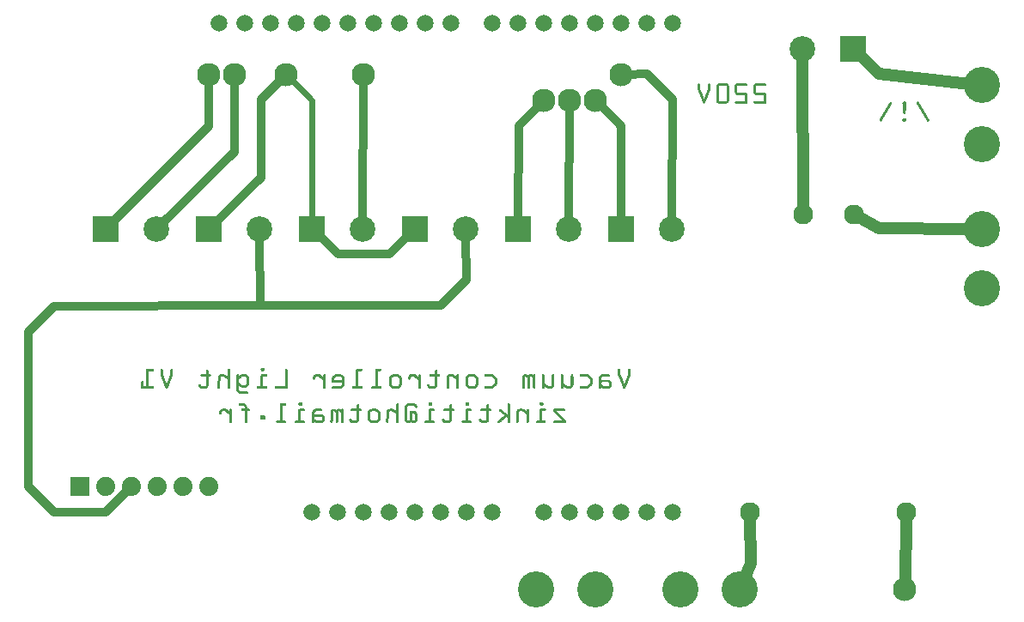
<source format=gbl>
G04 MADE WITH FRITZING*
G04 WWW.FRITZING.ORG*
G04 DOUBLE SIDED*
G04 HOLES PLATED*
G04 CONTOUR ON CENTER OF CONTOUR VECTOR*
%ASAXBY*%
%FSLAX23Y23*%
%MOIN*%
%OFA0B0*%
%SFA1.0B1.0*%
%ADD10C,0.140000*%
%ADD11C,0.077000*%
%ADD12C,0.074000*%
%ADD13C,0.065278*%
%ADD14C,0.099055*%
%ADD15C,0.090551*%
%ADD16R,0.074000X0.074000*%
%ADD17R,0.099055X0.099055*%
%ADD18C,0.048000*%
%ADD19C,0.032000*%
%ADD20C,0.024000*%
%ADD21R,0.001000X0.001000*%
%LNCOPPER0*%
G90*
G70*
G54D10*
X3064Y312D03*
X2834Y312D03*
X2276Y312D03*
X2506Y312D03*
X4006Y2270D03*
X4006Y2040D03*
X4006Y1482D03*
X4006Y1712D03*
G54D11*
X3311Y1769D03*
X3508Y1769D03*
X3712Y612D03*
X3106Y612D03*
G54D12*
X506Y712D03*
X606Y712D03*
X706Y712D03*
X806Y712D03*
X906Y712D03*
X1006Y712D03*
G54D13*
X2405Y612D03*
X2505Y612D03*
X2605Y612D03*
X2705Y612D03*
X2805Y612D03*
X1945Y2512D03*
X1845Y2512D03*
X1745Y2512D03*
X1645Y2512D03*
X1545Y2512D03*
X1445Y2512D03*
X1345Y2512D03*
X1245Y2512D03*
X1145Y2512D03*
X1045Y2512D03*
X2805Y2512D03*
X2705Y2512D03*
X2605Y2512D03*
X2505Y2512D03*
X2405Y2512D03*
X2305Y2512D03*
X2205Y2512D03*
X2105Y2512D03*
X1505Y612D03*
X1405Y612D03*
X1605Y612D03*
X1705Y612D03*
X1805Y612D03*
X1905Y612D03*
X2005Y612D03*
X2105Y612D03*
X2305Y612D03*
G54D14*
X1806Y1712D03*
X2003Y1712D03*
X1406Y1712D03*
X1603Y1712D03*
X2206Y1712D03*
X2403Y1712D03*
X2606Y1712D03*
X2803Y1712D03*
X1006Y1712D03*
X1203Y1712D03*
X606Y1712D03*
X803Y1712D03*
X3506Y2412D03*
X3309Y2412D03*
G54D15*
X2306Y2212D03*
X1306Y2312D03*
X1106Y2312D03*
X1006Y2312D03*
X2606Y2312D03*
X2506Y2212D03*
X2406Y2212D03*
X1606Y2312D03*
X3706Y312D03*
G54D16*
X506Y712D03*
G54D17*
X1806Y1712D03*
X1406Y1712D03*
X2206Y1712D03*
X2606Y1712D03*
X1006Y1712D03*
X606Y1712D03*
X3506Y2412D03*
G54D18*
X3605Y2313D02*
X3527Y2391D01*
D02*
X3957Y2275D02*
X3605Y2313D01*
D02*
X3605Y1713D02*
X3523Y1760D01*
D02*
X3956Y1712D02*
X3605Y1713D01*
D02*
X3107Y411D02*
X3084Y358D01*
D02*
X3106Y594D02*
X3107Y411D01*
D02*
X3311Y1787D02*
X3309Y2383D01*
D02*
X3707Y330D02*
X3712Y594D01*
G54D19*
D02*
X1205Y1414D02*
X406Y1412D01*
D02*
X1203Y1683D02*
X1205Y1414D01*
D02*
X406Y1412D02*
X306Y1312D01*
D02*
X306Y1312D02*
X306Y712D01*
D02*
X306Y712D02*
X406Y612D01*
D02*
X406Y612D02*
X606Y612D01*
D02*
X606Y612D02*
X692Y698D01*
D02*
X1006Y2112D02*
X1006Y2295D01*
D02*
X627Y1733D02*
X1006Y2112D01*
D02*
X1106Y2012D02*
X1106Y2295D01*
D02*
X824Y1733D02*
X1106Y2012D01*
D02*
X1207Y2213D02*
X1294Y2300D01*
D02*
X1207Y1912D02*
X1207Y2213D01*
D02*
X1027Y1733D02*
X1207Y1912D01*
D02*
X2403Y1742D02*
X2406Y2195D01*
D02*
X2519Y2200D02*
X2606Y2110D01*
D02*
X2606Y2110D02*
X2606Y1742D01*
D02*
X2624Y2312D02*
X2705Y2313D01*
D02*
X2705Y2313D02*
X2805Y2214D01*
D02*
X2805Y2214D02*
X2803Y1742D01*
G54D20*
D02*
X1406Y2211D02*
X1319Y2300D01*
D02*
X1406Y1742D02*
X1406Y2211D01*
G54D19*
D02*
X1606Y2295D02*
X1603Y1742D01*
D02*
X2208Y2110D02*
X2206Y1742D01*
D02*
X2294Y2200D02*
X2208Y2110D01*
D02*
X1706Y1613D02*
X1507Y1613D01*
D02*
X1507Y1613D02*
X1427Y1692D01*
D02*
X1785Y1691D02*
X1706Y1613D01*
D02*
X2005Y1513D02*
X2003Y1683D01*
D02*
X1905Y1414D02*
X2005Y1513D01*
D02*
X1205Y1414D02*
X1905Y1414D01*
G54D21*
X2906Y2276D02*
X2909Y2276D01*
X2946Y2276D02*
X2949Y2276D01*
X2982Y2276D02*
X3017Y2276D01*
X3054Y2276D02*
X3093Y2276D01*
X3126Y2276D02*
X3165Y2276D01*
X2904Y2275D02*
X2911Y2275D01*
X2944Y2275D02*
X2950Y2275D01*
X2980Y2275D02*
X3019Y2275D01*
X3052Y2275D02*
X3094Y2275D01*
X3124Y2275D02*
X3166Y2275D01*
X2904Y2274D02*
X2911Y2274D01*
X2943Y2274D02*
X2951Y2274D01*
X2979Y2274D02*
X3020Y2274D01*
X3050Y2274D02*
X3095Y2274D01*
X3122Y2274D02*
X3167Y2274D01*
X2903Y2273D02*
X2912Y2273D01*
X2943Y2273D02*
X2951Y2273D01*
X2978Y2273D02*
X3021Y2273D01*
X3049Y2273D02*
X3095Y2273D01*
X3121Y2273D02*
X3167Y2273D01*
X2903Y2272D02*
X2912Y2272D01*
X2943Y2272D02*
X2952Y2272D01*
X2977Y2272D02*
X3022Y2272D01*
X3049Y2272D02*
X3096Y2272D01*
X3121Y2272D02*
X3168Y2272D01*
X2903Y2271D02*
X2912Y2271D01*
X2943Y2271D02*
X2952Y2271D01*
X2976Y2271D02*
X3023Y2271D01*
X3048Y2271D02*
X3096Y2271D01*
X3120Y2271D02*
X3168Y2271D01*
X2903Y2270D02*
X2912Y2270D01*
X2943Y2270D02*
X2952Y2270D01*
X2976Y2270D02*
X3023Y2270D01*
X3048Y2270D02*
X3095Y2270D01*
X3120Y2270D02*
X3167Y2270D01*
X2903Y2269D02*
X2912Y2269D01*
X2943Y2269D02*
X2952Y2269D01*
X2975Y2269D02*
X3023Y2269D01*
X3047Y2269D02*
X3095Y2269D01*
X3119Y2269D02*
X3167Y2269D01*
X2903Y2268D02*
X2912Y2268D01*
X2943Y2268D02*
X2952Y2268D01*
X2975Y2268D02*
X3024Y2268D01*
X3047Y2268D02*
X3094Y2268D01*
X3119Y2268D02*
X3166Y2268D01*
X2903Y2267D02*
X2912Y2267D01*
X2943Y2267D02*
X2952Y2267D01*
X2975Y2267D02*
X3024Y2267D01*
X3047Y2267D02*
X3093Y2267D01*
X3119Y2267D02*
X3165Y2267D01*
X2903Y2266D02*
X2912Y2266D01*
X2943Y2266D02*
X2952Y2266D01*
X2975Y2266D02*
X2984Y2266D01*
X3015Y2266D02*
X3024Y2266D01*
X3047Y2266D02*
X3056Y2266D01*
X3119Y2266D02*
X3128Y2266D01*
X2903Y2265D02*
X2912Y2265D01*
X2943Y2265D02*
X2952Y2265D01*
X2975Y2265D02*
X2984Y2265D01*
X3015Y2265D02*
X3024Y2265D01*
X3047Y2265D02*
X3056Y2265D01*
X3119Y2265D02*
X3128Y2265D01*
X2903Y2264D02*
X2912Y2264D01*
X2943Y2264D02*
X2952Y2264D01*
X2975Y2264D02*
X2984Y2264D01*
X3015Y2264D02*
X3024Y2264D01*
X3047Y2264D02*
X3056Y2264D01*
X3119Y2264D02*
X3128Y2264D01*
X2903Y2263D02*
X2912Y2263D01*
X2943Y2263D02*
X2952Y2263D01*
X2975Y2263D02*
X2984Y2263D01*
X3015Y2263D02*
X3024Y2263D01*
X3047Y2263D02*
X3056Y2263D01*
X3119Y2263D02*
X3128Y2263D01*
X2903Y2262D02*
X2912Y2262D01*
X2943Y2262D02*
X2952Y2262D01*
X2975Y2262D02*
X2984Y2262D01*
X3015Y2262D02*
X3024Y2262D01*
X3047Y2262D02*
X3056Y2262D01*
X3119Y2262D02*
X3128Y2262D01*
X2903Y2261D02*
X2912Y2261D01*
X2943Y2261D02*
X2952Y2261D01*
X2975Y2261D02*
X2984Y2261D01*
X3015Y2261D02*
X3024Y2261D01*
X3047Y2261D02*
X3056Y2261D01*
X3119Y2261D02*
X3128Y2261D01*
X2903Y2260D02*
X2912Y2260D01*
X2943Y2260D02*
X2952Y2260D01*
X2975Y2260D02*
X2984Y2260D01*
X3015Y2260D02*
X3024Y2260D01*
X3047Y2260D02*
X3056Y2260D01*
X3119Y2260D02*
X3128Y2260D01*
X2903Y2259D02*
X2912Y2259D01*
X2943Y2259D02*
X2952Y2259D01*
X2975Y2259D02*
X2984Y2259D01*
X3015Y2259D02*
X3024Y2259D01*
X3047Y2259D02*
X3056Y2259D01*
X3119Y2259D02*
X3128Y2259D01*
X2903Y2258D02*
X2912Y2258D01*
X2943Y2258D02*
X2952Y2258D01*
X2975Y2258D02*
X2984Y2258D01*
X3015Y2258D02*
X3024Y2258D01*
X3047Y2258D02*
X3056Y2258D01*
X3119Y2258D02*
X3128Y2258D01*
X2903Y2257D02*
X2912Y2257D01*
X2943Y2257D02*
X2952Y2257D01*
X2975Y2257D02*
X2984Y2257D01*
X3015Y2257D02*
X3024Y2257D01*
X3047Y2257D02*
X3056Y2257D01*
X3119Y2257D02*
X3128Y2257D01*
X2903Y2256D02*
X2912Y2256D01*
X2943Y2256D02*
X2952Y2256D01*
X2975Y2256D02*
X2984Y2256D01*
X3015Y2256D02*
X3024Y2256D01*
X3047Y2256D02*
X3056Y2256D01*
X3119Y2256D02*
X3128Y2256D01*
X2903Y2255D02*
X2912Y2255D01*
X2942Y2255D02*
X2952Y2255D01*
X2975Y2255D02*
X2984Y2255D01*
X3015Y2255D02*
X3024Y2255D01*
X3047Y2255D02*
X3056Y2255D01*
X3119Y2255D02*
X3128Y2255D01*
X2903Y2254D02*
X2913Y2254D01*
X2942Y2254D02*
X2952Y2254D01*
X2975Y2254D02*
X2984Y2254D01*
X3015Y2254D02*
X3024Y2254D01*
X3047Y2254D02*
X3056Y2254D01*
X3119Y2254D02*
X3128Y2254D01*
X2903Y2253D02*
X2913Y2253D01*
X2942Y2253D02*
X2952Y2253D01*
X2975Y2253D02*
X2984Y2253D01*
X3015Y2253D02*
X3024Y2253D01*
X3047Y2253D02*
X3056Y2253D01*
X3119Y2253D02*
X3128Y2253D01*
X2904Y2252D02*
X2913Y2252D01*
X2941Y2252D02*
X2951Y2252D01*
X2975Y2252D02*
X2984Y2252D01*
X3015Y2252D02*
X3024Y2252D01*
X3047Y2252D02*
X3056Y2252D01*
X3119Y2252D02*
X3128Y2252D01*
X2904Y2251D02*
X2914Y2251D01*
X2941Y2251D02*
X2951Y2251D01*
X2975Y2251D02*
X2984Y2251D01*
X3015Y2251D02*
X3024Y2251D01*
X3047Y2251D02*
X3056Y2251D01*
X3119Y2251D02*
X3128Y2251D01*
X2904Y2250D02*
X2914Y2250D01*
X2940Y2250D02*
X2950Y2250D01*
X2975Y2250D02*
X2984Y2250D01*
X3015Y2250D02*
X3024Y2250D01*
X3047Y2250D02*
X3056Y2250D01*
X3119Y2250D02*
X3128Y2250D01*
X2905Y2249D02*
X2915Y2249D01*
X2940Y2249D02*
X2950Y2249D01*
X2975Y2249D02*
X2984Y2249D01*
X3015Y2249D02*
X3024Y2249D01*
X3047Y2249D02*
X3056Y2249D01*
X3119Y2249D02*
X3128Y2249D01*
X2905Y2248D02*
X2915Y2248D01*
X2940Y2248D02*
X2950Y2248D01*
X2975Y2248D02*
X2984Y2248D01*
X3015Y2248D02*
X3024Y2248D01*
X3047Y2248D02*
X3056Y2248D01*
X3119Y2248D02*
X3128Y2248D01*
X2905Y2247D02*
X2915Y2247D01*
X2939Y2247D02*
X2949Y2247D01*
X2975Y2247D02*
X2984Y2247D01*
X3015Y2247D02*
X3024Y2247D01*
X3047Y2247D02*
X3056Y2247D01*
X3119Y2247D02*
X3128Y2247D01*
X2906Y2246D02*
X2916Y2246D01*
X2939Y2246D02*
X2949Y2246D01*
X2975Y2246D02*
X2984Y2246D01*
X3015Y2246D02*
X3024Y2246D01*
X3047Y2246D02*
X3056Y2246D01*
X3119Y2246D02*
X3128Y2246D01*
X2906Y2245D02*
X2916Y2245D01*
X2939Y2245D02*
X2948Y2245D01*
X2975Y2245D02*
X2984Y2245D01*
X3015Y2245D02*
X3024Y2245D01*
X3047Y2245D02*
X3056Y2245D01*
X3119Y2245D02*
X3128Y2245D01*
X2907Y2244D02*
X2917Y2244D01*
X2938Y2244D02*
X2948Y2244D01*
X2975Y2244D02*
X2984Y2244D01*
X3015Y2244D02*
X3024Y2244D01*
X3047Y2244D02*
X3056Y2244D01*
X3119Y2244D02*
X3128Y2244D01*
X2907Y2243D02*
X2917Y2243D01*
X2938Y2243D02*
X2948Y2243D01*
X2975Y2243D02*
X2984Y2243D01*
X3015Y2243D02*
X3024Y2243D01*
X3047Y2243D02*
X3056Y2243D01*
X3119Y2243D02*
X3128Y2243D01*
X2907Y2242D02*
X2917Y2242D01*
X2937Y2242D02*
X2947Y2242D01*
X2975Y2242D02*
X2984Y2242D01*
X3015Y2242D02*
X3024Y2242D01*
X3047Y2242D02*
X3089Y2242D01*
X3119Y2242D02*
X3161Y2242D01*
X2908Y2241D02*
X2918Y2241D01*
X2937Y2241D02*
X2947Y2241D01*
X2975Y2241D02*
X2984Y2241D01*
X3015Y2241D02*
X3024Y2241D01*
X3047Y2241D02*
X3091Y2241D01*
X3119Y2241D02*
X3163Y2241D01*
X2908Y2240D02*
X2918Y2240D01*
X2937Y2240D02*
X2946Y2240D01*
X2975Y2240D02*
X2984Y2240D01*
X3015Y2240D02*
X3024Y2240D01*
X3047Y2240D02*
X3092Y2240D01*
X3119Y2240D02*
X3164Y2240D01*
X2909Y2239D02*
X2918Y2239D01*
X2936Y2239D02*
X2946Y2239D01*
X2975Y2239D02*
X2984Y2239D01*
X3015Y2239D02*
X3024Y2239D01*
X3048Y2239D02*
X3093Y2239D01*
X3120Y2239D02*
X3165Y2239D01*
X2909Y2238D02*
X2919Y2238D01*
X2936Y2238D02*
X2946Y2238D01*
X2975Y2238D02*
X2984Y2238D01*
X3015Y2238D02*
X3024Y2238D01*
X3048Y2238D02*
X3094Y2238D01*
X3120Y2238D02*
X3166Y2238D01*
X2909Y2237D02*
X2919Y2237D01*
X2935Y2237D02*
X2945Y2237D01*
X2975Y2237D02*
X2984Y2237D01*
X3015Y2237D02*
X3024Y2237D01*
X3049Y2237D02*
X3095Y2237D01*
X3121Y2237D02*
X3167Y2237D01*
X2910Y2236D02*
X2920Y2236D01*
X2935Y2236D02*
X2945Y2236D01*
X2975Y2236D02*
X2984Y2236D01*
X3015Y2236D02*
X3024Y2236D01*
X3050Y2236D02*
X3095Y2236D01*
X3122Y2236D02*
X3167Y2236D01*
X2910Y2235D02*
X2920Y2235D01*
X2935Y2235D02*
X2945Y2235D01*
X2975Y2235D02*
X2984Y2235D01*
X3015Y2235D02*
X3024Y2235D01*
X3051Y2235D02*
X3095Y2235D01*
X3123Y2235D02*
X3167Y2235D01*
X2911Y2234D02*
X2920Y2234D01*
X2934Y2234D02*
X2944Y2234D01*
X2975Y2234D02*
X2984Y2234D01*
X3015Y2234D02*
X3024Y2234D01*
X3052Y2234D02*
X3096Y2234D01*
X3124Y2234D02*
X3168Y2234D01*
X2911Y2233D02*
X2921Y2233D01*
X2934Y2233D02*
X2944Y2233D01*
X2975Y2233D02*
X2984Y2233D01*
X3015Y2233D02*
X3024Y2233D01*
X3054Y2233D02*
X3096Y2233D01*
X3126Y2233D02*
X3168Y2233D01*
X2911Y2232D02*
X2921Y2232D01*
X2933Y2232D02*
X2943Y2232D01*
X2975Y2232D02*
X2984Y2232D01*
X3015Y2232D02*
X3024Y2232D01*
X3087Y2232D02*
X3096Y2232D01*
X3159Y2232D02*
X3168Y2232D01*
X2912Y2231D02*
X2922Y2231D01*
X2933Y2231D02*
X2943Y2231D01*
X2975Y2231D02*
X2984Y2231D01*
X3015Y2231D02*
X3024Y2231D01*
X3087Y2231D02*
X3096Y2231D01*
X3159Y2231D02*
X3168Y2231D01*
X2912Y2230D02*
X2922Y2230D01*
X2933Y2230D02*
X2943Y2230D01*
X2975Y2230D02*
X2984Y2230D01*
X3015Y2230D02*
X3024Y2230D01*
X3087Y2230D02*
X3096Y2230D01*
X3159Y2230D02*
X3168Y2230D01*
X2913Y2229D02*
X2922Y2229D01*
X2932Y2229D02*
X2942Y2229D01*
X2975Y2229D02*
X2984Y2229D01*
X3015Y2229D02*
X3024Y2229D01*
X3087Y2229D02*
X3096Y2229D01*
X3159Y2229D02*
X3168Y2229D01*
X2913Y2228D02*
X2923Y2228D01*
X2932Y2228D02*
X2942Y2228D01*
X2975Y2228D02*
X2984Y2228D01*
X3015Y2228D02*
X3024Y2228D01*
X3087Y2228D02*
X3096Y2228D01*
X3159Y2228D02*
X3168Y2228D01*
X2913Y2227D02*
X2923Y2227D01*
X2931Y2227D02*
X2941Y2227D01*
X2975Y2227D02*
X2984Y2227D01*
X3015Y2227D02*
X3024Y2227D01*
X3087Y2227D02*
X3096Y2227D01*
X3159Y2227D02*
X3168Y2227D01*
X2914Y2226D02*
X2924Y2226D01*
X2931Y2226D02*
X2941Y2226D01*
X2975Y2226D02*
X2984Y2226D01*
X3015Y2226D02*
X3024Y2226D01*
X3087Y2226D02*
X3096Y2226D01*
X3159Y2226D02*
X3168Y2226D01*
X2914Y2225D02*
X2924Y2225D01*
X2931Y2225D02*
X2941Y2225D01*
X2975Y2225D02*
X2984Y2225D01*
X3015Y2225D02*
X3024Y2225D01*
X3087Y2225D02*
X3096Y2225D01*
X3159Y2225D02*
X3168Y2225D01*
X2914Y2224D02*
X2924Y2224D01*
X2930Y2224D02*
X2940Y2224D01*
X2975Y2224D02*
X2984Y2224D01*
X3015Y2224D02*
X3024Y2224D01*
X3087Y2224D02*
X3096Y2224D01*
X3159Y2224D02*
X3168Y2224D01*
X2915Y2223D02*
X2925Y2223D01*
X2930Y2223D02*
X2940Y2223D01*
X2975Y2223D02*
X2984Y2223D01*
X3015Y2223D02*
X3024Y2223D01*
X3087Y2223D02*
X3096Y2223D01*
X3159Y2223D02*
X3168Y2223D01*
X2915Y2222D02*
X2925Y2222D01*
X2930Y2222D02*
X2939Y2222D01*
X2975Y2222D02*
X2984Y2222D01*
X3015Y2222D02*
X3024Y2222D01*
X3087Y2222D02*
X3096Y2222D01*
X3159Y2222D02*
X3168Y2222D01*
X2916Y2221D02*
X2926Y2221D01*
X2929Y2221D02*
X2939Y2221D01*
X2975Y2221D02*
X2984Y2221D01*
X3015Y2221D02*
X3024Y2221D01*
X3087Y2221D02*
X3096Y2221D01*
X3159Y2221D02*
X3168Y2221D01*
X2916Y2220D02*
X2926Y2220D01*
X2929Y2220D02*
X2939Y2220D01*
X2975Y2220D02*
X2984Y2220D01*
X3015Y2220D02*
X3024Y2220D01*
X3087Y2220D02*
X3096Y2220D01*
X3159Y2220D02*
X3168Y2220D01*
X2916Y2219D02*
X2926Y2219D01*
X2928Y2219D02*
X2938Y2219D01*
X2975Y2219D02*
X2984Y2219D01*
X3015Y2219D02*
X3024Y2219D01*
X3087Y2219D02*
X3096Y2219D01*
X3159Y2219D02*
X3168Y2219D01*
X2917Y2218D02*
X2938Y2218D01*
X2975Y2218D02*
X2984Y2218D01*
X3015Y2218D02*
X3024Y2218D01*
X3087Y2218D02*
X3096Y2218D01*
X3159Y2218D02*
X3168Y2218D01*
X2917Y2217D02*
X2938Y2217D01*
X2975Y2217D02*
X2984Y2217D01*
X3015Y2217D02*
X3024Y2217D01*
X3087Y2217D02*
X3096Y2217D01*
X3159Y2217D02*
X3168Y2217D01*
X2918Y2216D02*
X2937Y2216D01*
X2975Y2216D02*
X2984Y2216D01*
X3015Y2216D02*
X3024Y2216D01*
X3087Y2216D02*
X3096Y2216D01*
X3159Y2216D02*
X3168Y2216D01*
X2918Y2215D02*
X2937Y2215D01*
X2975Y2215D02*
X2984Y2215D01*
X3015Y2215D02*
X3024Y2215D01*
X3087Y2215D02*
X3096Y2215D01*
X3159Y2215D02*
X3168Y2215D01*
X2918Y2214D02*
X2936Y2214D01*
X2975Y2214D02*
X2984Y2214D01*
X3015Y2214D02*
X3024Y2214D01*
X3087Y2214D02*
X3096Y2214D01*
X3159Y2214D02*
X3168Y2214D01*
X2919Y2213D02*
X2936Y2213D01*
X2975Y2213D02*
X2984Y2213D01*
X3015Y2213D02*
X3024Y2213D01*
X3087Y2213D02*
X3096Y2213D01*
X3159Y2213D02*
X3168Y2213D01*
X2919Y2212D02*
X2936Y2212D01*
X2975Y2212D02*
X2984Y2212D01*
X3015Y2212D02*
X3024Y2212D01*
X3087Y2212D02*
X3096Y2212D01*
X3159Y2212D02*
X3168Y2212D01*
X2920Y2211D02*
X2935Y2211D01*
X2975Y2211D02*
X2984Y2211D01*
X3015Y2211D02*
X3024Y2211D01*
X3087Y2211D02*
X3096Y2211D01*
X3159Y2211D02*
X3168Y2211D01*
X2920Y2210D02*
X2935Y2210D01*
X2975Y2210D02*
X2984Y2210D01*
X3015Y2210D02*
X3024Y2210D01*
X3087Y2210D02*
X3096Y2210D01*
X3159Y2210D02*
X3168Y2210D01*
X2920Y2209D02*
X2934Y2209D01*
X2975Y2209D02*
X2984Y2209D01*
X3015Y2209D02*
X3024Y2209D01*
X3087Y2209D02*
X3096Y2209D01*
X3159Y2209D02*
X3168Y2209D01*
X2921Y2208D02*
X2934Y2208D01*
X2975Y2208D02*
X3024Y2208D01*
X3050Y2208D02*
X3096Y2208D01*
X3122Y2208D02*
X3168Y2208D01*
X2921Y2207D02*
X2934Y2207D01*
X2975Y2207D02*
X3024Y2207D01*
X3048Y2207D02*
X3096Y2207D01*
X3120Y2207D02*
X3168Y2207D01*
X2921Y2206D02*
X2933Y2206D01*
X2975Y2206D02*
X3023Y2206D01*
X3048Y2206D02*
X3096Y2206D01*
X3120Y2206D02*
X3168Y2206D01*
X3651Y2206D02*
X3653Y2206D01*
X3701Y2206D02*
X3708Y2206D01*
X3755Y2206D02*
X3758Y2206D01*
X2922Y2205D02*
X2933Y2205D01*
X2976Y2205D02*
X3023Y2205D01*
X3047Y2205D02*
X3096Y2205D01*
X3119Y2205D02*
X3168Y2205D01*
X3649Y2205D02*
X3655Y2205D01*
X3699Y2205D02*
X3710Y2205D01*
X3754Y2205D02*
X3759Y2205D01*
X2922Y2204D02*
X2933Y2204D01*
X2976Y2204D02*
X3022Y2204D01*
X3047Y2204D02*
X3096Y2204D01*
X3119Y2204D02*
X3168Y2204D01*
X3648Y2204D02*
X3656Y2204D01*
X3698Y2204D02*
X3710Y2204D01*
X3753Y2204D02*
X3760Y2204D01*
X2923Y2203D02*
X2932Y2203D01*
X2977Y2203D02*
X3022Y2203D01*
X3047Y2203D02*
X3096Y2203D01*
X3119Y2203D02*
X3168Y2203D01*
X3648Y2203D02*
X3656Y2203D01*
X3698Y2203D02*
X3711Y2203D01*
X3752Y2203D02*
X3761Y2203D01*
X2923Y2202D02*
X2932Y2202D01*
X2978Y2202D02*
X3021Y2202D01*
X3047Y2202D02*
X3096Y2202D01*
X3119Y2202D02*
X3168Y2202D01*
X3647Y2202D02*
X3657Y2202D01*
X3697Y2202D02*
X3711Y2202D01*
X3752Y2202D02*
X3761Y2202D01*
X2924Y2201D02*
X2931Y2201D01*
X2979Y2201D02*
X3020Y2201D01*
X3048Y2201D02*
X3096Y2201D01*
X3120Y2201D02*
X3168Y2201D01*
X3647Y2201D02*
X3657Y2201D01*
X3697Y2201D02*
X3711Y2201D01*
X3752Y2201D02*
X3762Y2201D01*
X2924Y2200D02*
X2930Y2200D01*
X2980Y2200D02*
X3019Y2200D01*
X3049Y2200D02*
X3096Y2200D01*
X3121Y2200D02*
X3168Y2200D01*
X3646Y2200D02*
X3657Y2200D01*
X3697Y2200D02*
X3711Y2200D01*
X3752Y2200D02*
X3763Y2200D01*
X2926Y2199D02*
X2929Y2199D01*
X2982Y2199D02*
X3016Y2199D01*
X3050Y2199D02*
X3096Y2199D01*
X3122Y2199D02*
X3168Y2199D01*
X3645Y2199D02*
X3656Y2199D01*
X3697Y2199D02*
X3711Y2199D01*
X3753Y2199D02*
X3763Y2199D01*
X3645Y2198D02*
X3656Y2198D01*
X3698Y2198D02*
X3711Y2198D01*
X3753Y2198D02*
X3764Y2198D01*
X3644Y2197D02*
X3655Y2197D01*
X3698Y2197D02*
X3711Y2197D01*
X3754Y2197D02*
X3764Y2197D01*
X3644Y2196D02*
X3654Y2196D01*
X3698Y2196D02*
X3711Y2196D01*
X3754Y2196D02*
X3765Y2196D01*
X3643Y2195D02*
X3654Y2195D01*
X3698Y2195D02*
X3711Y2195D01*
X3755Y2195D02*
X3766Y2195D01*
X3643Y2194D02*
X3653Y2194D01*
X3698Y2194D02*
X3711Y2194D01*
X3755Y2194D02*
X3766Y2194D01*
X3642Y2193D02*
X3653Y2193D01*
X3698Y2193D02*
X3711Y2193D01*
X3756Y2193D02*
X3767Y2193D01*
X3641Y2192D02*
X3652Y2192D01*
X3698Y2192D02*
X3711Y2192D01*
X3757Y2192D02*
X3767Y2192D01*
X3641Y2191D02*
X3652Y2191D01*
X3698Y2191D02*
X3711Y2191D01*
X3757Y2191D02*
X3768Y2191D01*
X3640Y2190D02*
X3651Y2190D01*
X3698Y2190D02*
X3711Y2190D01*
X3758Y2190D02*
X3768Y2190D01*
X3640Y2189D02*
X3650Y2189D01*
X3698Y2189D02*
X3711Y2189D01*
X3758Y2189D02*
X3769Y2189D01*
X3639Y2188D02*
X3650Y2188D01*
X3698Y2188D02*
X3711Y2188D01*
X3759Y2188D02*
X3770Y2188D01*
X3638Y2187D02*
X3649Y2187D01*
X3698Y2187D02*
X3710Y2187D01*
X3759Y2187D02*
X3770Y2187D01*
X3638Y2186D02*
X3649Y2186D01*
X3698Y2186D02*
X3710Y2186D01*
X3760Y2186D02*
X3771Y2186D01*
X3637Y2185D02*
X3648Y2185D01*
X3698Y2185D02*
X3710Y2185D01*
X3761Y2185D02*
X3771Y2185D01*
X3637Y2184D02*
X3647Y2184D01*
X3698Y2184D02*
X3710Y2184D01*
X3761Y2184D02*
X3772Y2184D01*
X3636Y2183D02*
X3647Y2183D01*
X3698Y2183D02*
X3710Y2183D01*
X3762Y2183D02*
X3773Y2183D01*
X3636Y2182D02*
X3646Y2182D01*
X3699Y2182D02*
X3710Y2182D01*
X3762Y2182D02*
X3773Y2182D01*
X3635Y2181D02*
X3646Y2181D01*
X3699Y2181D02*
X3710Y2181D01*
X3763Y2181D02*
X3774Y2181D01*
X3634Y2180D02*
X3645Y2180D01*
X3699Y2180D02*
X3710Y2180D01*
X3764Y2180D02*
X3774Y2180D01*
X3634Y2179D02*
X3645Y2179D01*
X3699Y2179D02*
X3710Y2179D01*
X3764Y2179D02*
X3775Y2179D01*
X3633Y2178D02*
X3644Y2178D01*
X3699Y2178D02*
X3710Y2178D01*
X3765Y2178D02*
X3776Y2178D01*
X3633Y2177D02*
X3643Y2177D01*
X3699Y2177D02*
X3710Y2177D01*
X3765Y2177D02*
X3776Y2177D01*
X3632Y2176D02*
X3643Y2176D01*
X3699Y2176D02*
X3710Y2176D01*
X3766Y2176D02*
X3777Y2176D01*
X3631Y2175D02*
X3642Y2175D01*
X3699Y2175D02*
X3710Y2175D01*
X3766Y2175D02*
X3777Y2175D01*
X3631Y2174D02*
X3642Y2174D01*
X3699Y2174D02*
X3710Y2174D01*
X3767Y2174D02*
X3778Y2174D01*
X3630Y2173D02*
X3641Y2173D01*
X3699Y2173D02*
X3710Y2173D01*
X3768Y2173D02*
X3778Y2173D01*
X3630Y2172D02*
X3640Y2172D01*
X3699Y2172D02*
X3709Y2172D01*
X3768Y2172D02*
X3779Y2172D01*
X3629Y2171D02*
X3640Y2171D01*
X3699Y2171D02*
X3709Y2171D01*
X3769Y2171D02*
X3780Y2171D01*
X3628Y2170D02*
X3639Y2170D01*
X3699Y2170D02*
X3709Y2170D01*
X3769Y2170D02*
X3780Y2170D01*
X3628Y2169D02*
X3639Y2169D01*
X3699Y2169D02*
X3709Y2169D01*
X3770Y2169D02*
X3781Y2169D01*
X3627Y2168D02*
X3638Y2168D01*
X3699Y2168D02*
X3709Y2168D01*
X3771Y2168D02*
X3781Y2168D01*
X3627Y2167D02*
X3638Y2167D01*
X3700Y2167D02*
X3709Y2167D01*
X3771Y2167D02*
X3782Y2167D01*
X3626Y2166D02*
X3637Y2166D01*
X3700Y2166D02*
X3709Y2166D01*
X3772Y2166D02*
X3783Y2166D01*
X3626Y2165D02*
X3636Y2165D01*
X3700Y2165D02*
X3709Y2165D01*
X3772Y2165D02*
X3783Y2165D01*
X3625Y2164D02*
X3636Y2164D01*
X3700Y2164D02*
X3709Y2164D01*
X3773Y2164D02*
X3784Y2164D01*
X3624Y2163D02*
X3635Y2163D01*
X3700Y2163D02*
X3709Y2163D01*
X3774Y2163D02*
X3784Y2163D01*
X3624Y2162D02*
X3635Y2162D01*
X3700Y2162D02*
X3709Y2162D01*
X3774Y2162D02*
X3785Y2162D01*
X3623Y2161D02*
X3634Y2161D01*
X3700Y2161D02*
X3708Y2161D01*
X3775Y2161D02*
X3785Y2161D01*
X3623Y2160D02*
X3633Y2160D01*
X3701Y2160D02*
X3708Y2160D01*
X3775Y2160D02*
X3786Y2160D01*
X3622Y2159D02*
X3633Y2159D01*
X3702Y2159D02*
X3707Y2159D01*
X3776Y2159D02*
X3787Y2159D01*
X3621Y2158D02*
X3632Y2158D01*
X3776Y2158D02*
X3787Y2158D01*
X3621Y2157D02*
X3632Y2157D01*
X3777Y2157D02*
X3788Y2157D01*
X3620Y2156D02*
X3631Y2156D01*
X3778Y2156D02*
X3788Y2156D01*
X3620Y2155D02*
X3631Y2155D01*
X3778Y2155D02*
X3789Y2155D01*
X3619Y2154D02*
X3630Y2154D01*
X3779Y2154D02*
X3790Y2154D01*
X3619Y2153D02*
X3629Y2153D01*
X3779Y2153D02*
X3790Y2153D01*
X3618Y2152D02*
X3629Y2152D01*
X3780Y2152D02*
X3791Y2152D01*
X3617Y2151D02*
X3628Y2151D01*
X3781Y2151D02*
X3791Y2151D01*
X3617Y2150D02*
X3628Y2150D01*
X3781Y2150D02*
X3792Y2150D01*
X3616Y2149D02*
X3627Y2149D01*
X3782Y2149D02*
X3792Y2149D01*
X3616Y2148D02*
X3626Y2148D01*
X3782Y2148D02*
X3793Y2148D01*
X3615Y2147D02*
X3626Y2147D01*
X3783Y2147D02*
X3794Y2147D01*
X3614Y2146D02*
X3625Y2146D01*
X3783Y2146D02*
X3794Y2146D01*
X3614Y2145D02*
X3625Y2145D01*
X3784Y2145D02*
X3795Y2145D01*
X3613Y2144D02*
X3624Y2144D01*
X3785Y2144D02*
X3795Y2144D01*
X3613Y2143D02*
X3623Y2143D01*
X3785Y2143D02*
X3796Y2143D01*
X3612Y2142D02*
X3623Y2142D01*
X3700Y2142D02*
X3709Y2142D01*
X3786Y2142D02*
X3797Y2142D01*
X3612Y2141D02*
X3622Y2141D01*
X3699Y2141D02*
X3710Y2141D01*
X3786Y2141D02*
X3797Y2141D01*
X3611Y2140D02*
X3622Y2140D01*
X3698Y2140D02*
X3711Y2140D01*
X3787Y2140D02*
X3798Y2140D01*
X3610Y2139D02*
X3621Y2139D01*
X3698Y2139D02*
X3711Y2139D01*
X3788Y2139D02*
X3798Y2139D01*
X3610Y2138D02*
X3621Y2138D01*
X3697Y2138D02*
X3711Y2138D01*
X3788Y2138D02*
X3799Y2138D01*
X3609Y2137D02*
X3620Y2137D01*
X3697Y2137D02*
X3711Y2137D01*
X3789Y2137D02*
X3799Y2137D01*
X3609Y2136D02*
X3619Y2136D01*
X3697Y2136D02*
X3711Y2136D01*
X3789Y2136D02*
X3800Y2136D01*
X3608Y2135D02*
X3619Y2135D01*
X3697Y2135D02*
X3711Y2135D01*
X3790Y2135D02*
X3800Y2135D01*
X3608Y2134D02*
X3618Y2134D01*
X3697Y2134D02*
X3711Y2134D01*
X3790Y2134D02*
X3801Y2134D01*
X3608Y2133D02*
X3618Y2133D01*
X3697Y2133D02*
X3711Y2133D01*
X3791Y2133D02*
X3801Y2133D01*
X3608Y2132D02*
X3617Y2132D01*
X3698Y2132D02*
X3711Y2132D01*
X3792Y2132D02*
X3800Y2132D01*
X3609Y2131D02*
X3616Y2131D01*
X3698Y2131D02*
X3711Y2131D01*
X3792Y2131D02*
X3800Y2131D01*
X3609Y2130D02*
X3616Y2130D01*
X3699Y2130D02*
X3710Y2130D01*
X3793Y2130D02*
X3799Y2130D01*
X3611Y2129D02*
X3614Y2129D01*
X3700Y2129D02*
X3709Y2129D01*
X3794Y2129D02*
X3798Y2129D01*
X1210Y1172D02*
X1219Y1172D01*
X1209Y1171D02*
X1220Y1171D01*
X1208Y1170D02*
X1221Y1170D01*
X1208Y1169D02*
X1221Y1169D01*
X764Y1168D02*
X789Y1168D01*
X821Y1168D02*
X824Y1168D01*
X861Y1168D02*
X863Y1168D01*
X1082Y1168D02*
X1085Y1168D01*
X1208Y1168D02*
X1221Y1168D01*
X1304Y1168D02*
X1307Y1168D01*
X1581Y1168D02*
X1598Y1168D01*
X1655Y1168D02*
X1672Y1168D01*
X2597Y1168D02*
X2599Y1168D01*
X2636Y1168D02*
X2639Y1168D01*
X764Y1167D02*
X791Y1167D01*
X819Y1167D02*
X825Y1167D01*
X859Y1167D02*
X865Y1167D01*
X1081Y1167D02*
X1087Y1167D01*
X1207Y1167D02*
X1222Y1167D01*
X1303Y1167D02*
X1309Y1167D01*
X1579Y1167D02*
X1600Y1167D01*
X1653Y1167D02*
X1674Y1167D01*
X2595Y1167D02*
X2601Y1167D01*
X2635Y1167D02*
X2641Y1167D01*
X764Y1166D02*
X792Y1166D01*
X819Y1166D02*
X826Y1166D01*
X858Y1166D02*
X866Y1166D01*
X1080Y1166D02*
X1087Y1166D01*
X1207Y1166D02*
X1222Y1166D01*
X1302Y1166D02*
X1309Y1166D01*
X1578Y1166D02*
X1601Y1166D01*
X1652Y1166D02*
X1674Y1166D01*
X2594Y1166D02*
X2602Y1166D01*
X2634Y1166D02*
X2641Y1166D01*
X764Y1165D02*
X792Y1165D01*
X818Y1165D02*
X826Y1165D01*
X858Y1165D02*
X866Y1165D01*
X1080Y1165D02*
X1088Y1165D01*
X1207Y1165D02*
X1222Y1165D01*
X1302Y1165D02*
X1310Y1165D01*
X1578Y1165D02*
X1601Y1165D01*
X1652Y1165D02*
X1675Y1165D01*
X2594Y1165D02*
X2602Y1165D01*
X2633Y1165D02*
X2642Y1165D01*
X764Y1164D02*
X792Y1164D01*
X818Y1164D02*
X827Y1164D01*
X857Y1164D02*
X866Y1164D01*
X999Y1164D02*
X1001Y1164D01*
X1079Y1164D02*
X1088Y1164D01*
X1207Y1164D02*
X1222Y1164D01*
X1301Y1164D02*
X1310Y1164D01*
X1578Y1164D02*
X1601Y1164D01*
X1651Y1164D02*
X1675Y1164D01*
X1887Y1164D02*
X1889Y1164D01*
X2594Y1164D02*
X2602Y1164D01*
X2633Y1164D02*
X2642Y1164D01*
X764Y1163D02*
X792Y1163D01*
X818Y1163D02*
X827Y1163D01*
X857Y1163D02*
X866Y1163D01*
X997Y1163D02*
X1003Y1163D01*
X1079Y1163D02*
X1088Y1163D01*
X1208Y1163D02*
X1221Y1163D01*
X1301Y1163D02*
X1310Y1163D01*
X1577Y1163D02*
X1601Y1163D01*
X1651Y1163D02*
X1675Y1163D01*
X1885Y1163D02*
X1891Y1163D01*
X2593Y1163D02*
X2603Y1163D01*
X2633Y1163D02*
X2642Y1163D01*
X764Y1162D02*
X792Y1162D01*
X818Y1162D02*
X827Y1162D01*
X857Y1162D02*
X866Y1162D01*
X996Y1162D02*
X1004Y1162D01*
X1079Y1162D02*
X1088Y1162D01*
X1208Y1162D02*
X1221Y1162D01*
X1301Y1162D02*
X1310Y1162D01*
X1577Y1162D02*
X1601Y1162D01*
X1651Y1162D02*
X1675Y1162D01*
X1884Y1162D02*
X1891Y1162D01*
X2593Y1162D02*
X2603Y1162D01*
X2633Y1162D02*
X2642Y1162D01*
X764Y1161D02*
X792Y1161D01*
X818Y1161D02*
X827Y1161D01*
X857Y1161D02*
X866Y1161D01*
X996Y1161D02*
X1004Y1161D01*
X1079Y1161D02*
X1088Y1161D01*
X1208Y1161D02*
X1221Y1161D01*
X1301Y1161D02*
X1310Y1161D01*
X1577Y1161D02*
X1601Y1161D01*
X1651Y1161D02*
X1675Y1161D01*
X1884Y1161D02*
X1892Y1161D01*
X2593Y1161D02*
X2603Y1161D01*
X2633Y1161D02*
X2642Y1161D01*
X764Y1160D02*
X791Y1160D01*
X818Y1160D02*
X827Y1160D01*
X857Y1160D02*
X866Y1160D01*
X996Y1160D02*
X1004Y1160D01*
X1079Y1160D02*
X1088Y1160D01*
X1209Y1160D02*
X1220Y1160D01*
X1301Y1160D02*
X1310Y1160D01*
X1577Y1160D02*
X1600Y1160D01*
X1651Y1160D02*
X1674Y1160D01*
X1884Y1160D02*
X1892Y1160D01*
X2593Y1160D02*
X2603Y1160D01*
X2633Y1160D02*
X2642Y1160D01*
X764Y1159D02*
X790Y1159D01*
X818Y1159D02*
X827Y1159D01*
X857Y1159D02*
X866Y1159D01*
X995Y1159D02*
X1005Y1159D01*
X1079Y1159D02*
X1088Y1159D01*
X1210Y1159D02*
X1219Y1159D01*
X1301Y1159D02*
X1310Y1159D01*
X1577Y1159D02*
X1599Y1159D01*
X1651Y1159D02*
X1673Y1159D01*
X1883Y1159D02*
X1892Y1159D01*
X2593Y1159D02*
X2603Y1159D01*
X2633Y1159D02*
X2642Y1159D01*
X764Y1158D02*
X773Y1158D01*
X818Y1158D02*
X827Y1158D01*
X857Y1158D02*
X866Y1158D01*
X995Y1158D02*
X1005Y1158D01*
X1079Y1158D02*
X1088Y1158D01*
X1301Y1158D02*
X1310Y1158D01*
X1577Y1158D02*
X1587Y1158D01*
X1651Y1158D02*
X1661Y1158D01*
X1883Y1158D02*
X1892Y1158D01*
X2593Y1158D02*
X2603Y1158D01*
X2633Y1158D02*
X2642Y1158D01*
X764Y1157D02*
X773Y1157D01*
X818Y1157D02*
X827Y1157D01*
X857Y1157D02*
X866Y1157D01*
X995Y1157D02*
X1005Y1157D01*
X1079Y1157D02*
X1088Y1157D01*
X1301Y1157D02*
X1310Y1157D01*
X1577Y1157D02*
X1586Y1157D01*
X1651Y1157D02*
X1660Y1157D01*
X1883Y1157D02*
X1892Y1157D01*
X2593Y1157D02*
X2603Y1157D01*
X2633Y1157D02*
X2642Y1157D01*
X764Y1156D02*
X773Y1156D01*
X818Y1156D02*
X827Y1156D01*
X857Y1156D02*
X866Y1156D01*
X995Y1156D02*
X1005Y1156D01*
X1079Y1156D02*
X1088Y1156D01*
X1301Y1156D02*
X1310Y1156D01*
X1577Y1156D02*
X1586Y1156D01*
X1651Y1156D02*
X1660Y1156D01*
X1883Y1156D02*
X1892Y1156D01*
X2593Y1156D02*
X2603Y1156D01*
X2633Y1156D02*
X2642Y1156D01*
X764Y1155D02*
X773Y1155D01*
X818Y1155D02*
X827Y1155D01*
X857Y1155D02*
X866Y1155D01*
X995Y1155D02*
X1005Y1155D01*
X1079Y1155D02*
X1088Y1155D01*
X1301Y1155D02*
X1310Y1155D01*
X1577Y1155D02*
X1586Y1155D01*
X1651Y1155D02*
X1660Y1155D01*
X1883Y1155D02*
X1892Y1155D01*
X2593Y1155D02*
X2603Y1155D01*
X2633Y1155D02*
X2642Y1155D01*
X764Y1154D02*
X773Y1154D01*
X818Y1154D02*
X827Y1154D01*
X857Y1154D02*
X866Y1154D01*
X995Y1154D02*
X1005Y1154D01*
X1079Y1154D02*
X1088Y1154D01*
X1301Y1154D02*
X1310Y1154D01*
X1577Y1154D02*
X1586Y1154D01*
X1651Y1154D02*
X1660Y1154D01*
X1883Y1154D02*
X1892Y1154D01*
X2593Y1154D02*
X2603Y1154D01*
X2633Y1154D02*
X2642Y1154D01*
X764Y1153D02*
X773Y1153D01*
X818Y1153D02*
X827Y1153D01*
X857Y1153D02*
X866Y1153D01*
X995Y1153D02*
X1005Y1153D01*
X1079Y1153D02*
X1088Y1153D01*
X1301Y1153D02*
X1310Y1153D01*
X1577Y1153D02*
X1586Y1153D01*
X1651Y1153D02*
X1660Y1153D01*
X1883Y1153D02*
X1892Y1153D01*
X2593Y1153D02*
X2603Y1153D01*
X2633Y1153D02*
X2642Y1153D01*
X764Y1152D02*
X773Y1152D01*
X818Y1152D02*
X827Y1152D01*
X857Y1152D02*
X866Y1152D01*
X995Y1152D02*
X1005Y1152D01*
X1079Y1152D02*
X1088Y1152D01*
X1301Y1152D02*
X1310Y1152D01*
X1577Y1152D02*
X1586Y1152D01*
X1651Y1152D02*
X1660Y1152D01*
X1883Y1152D02*
X1892Y1152D01*
X2593Y1152D02*
X2603Y1152D01*
X2633Y1152D02*
X2642Y1152D01*
X764Y1151D02*
X773Y1151D01*
X818Y1151D02*
X827Y1151D01*
X857Y1151D02*
X866Y1151D01*
X995Y1151D02*
X1005Y1151D01*
X1079Y1151D02*
X1088Y1151D01*
X1301Y1151D02*
X1310Y1151D01*
X1577Y1151D02*
X1586Y1151D01*
X1651Y1151D02*
X1660Y1151D01*
X1883Y1151D02*
X1892Y1151D01*
X2593Y1151D02*
X2603Y1151D01*
X2633Y1151D02*
X2642Y1151D01*
X764Y1150D02*
X773Y1150D01*
X818Y1150D02*
X827Y1150D01*
X857Y1150D02*
X866Y1150D01*
X995Y1150D02*
X1005Y1150D01*
X1079Y1150D02*
X1088Y1150D01*
X1301Y1150D02*
X1310Y1150D01*
X1577Y1150D02*
X1586Y1150D01*
X1651Y1150D02*
X1660Y1150D01*
X1883Y1150D02*
X1892Y1150D01*
X2593Y1150D02*
X2603Y1150D01*
X2633Y1150D02*
X2642Y1150D01*
X764Y1149D02*
X773Y1149D01*
X818Y1149D02*
X827Y1149D01*
X857Y1149D02*
X866Y1149D01*
X995Y1149D02*
X1005Y1149D01*
X1079Y1149D02*
X1088Y1149D01*
X1301Y1149D02*
X1310Y1149D01*
X1577Y1149D02*
X1586Y1149D01*
X1651Y1149D02*
X1660Y1149D01*
X1883Y1149D02*
X1892Y1149D01*
X2593Y1149D02*
X2603Y1149D01*
X2633Y1149D02*
X2642Y1149D01*
X764Y1148D02*
X773Y1148D01*
X818Y1148D02*
X827Y1148D01*
X857Y1148D02*
X866Y1148D01*
X995Y1148D02*
X1005Y1148D01*
X1079Y1148D02*
X1088Y1148D01*
X1301Y1148D02*
X1310Y1148D01*
X1577Y1148D02*
X1586Y1148D01*
X1651Y1148D02*
X1660Y1148D01*
X1883Y1148D02*
X1892Y1148D01*
X2593Y1148D02*
X2603Y1148D01*
X2633Y1148D02*
X2642Y1148D01*
X764Y1147D02*
X773Y1147D01*
X818Y1147D02*
X827Y1147D01*
X857Y1147D02*
X866Y1147D01*
X978Y1147D02*
X1010Y1147D01*
X1054Y1147D02*
X1063Y1147D01*
X1079Y1147D02*
X1088Y1147D01*
X1118Y1147D02*
X1119Y1147D01*
X1135Y1147D02*
X1146Y1147D01*
X1211Y1147D02*
X1227Y1147D01*
X1301Y1147D02*
X1310Y1147D01*
X1422Y1147D02*
X1435Y1147D01*
X1453Y1147D02*
X1454Y1147D01*
X1500Y1147D02*
X1516Y1147D01*
X1577Y1147D02*
X1586Y1147D01*
X1651Y1147D02*
X1660Y1147D01*
X1722Y1147D02*
X1738Y1147D01*
X1792Y1147D02*
X1805Y1147D01*
X1823Y1147D02*
X1824Y1147D01*
X1865Y1147D02*
X1898Y1147D01*
X1941Y1147D02*
X1950Y1147D01*
X1970Y1147D02*
X1972Y1147D01*
X2018Y1147D02*
X2034Y1147D01*
X2079Y1147D02*
X2103Y1147D01*
X2253Y1147D02*
X2257Y1147D01*
X2268Y1147D02*
X2269Y1147D01*
X2302Y1147D02*
X2303Y1147D01*
X2340Y1147D02*
X2342Y1147D01*
X2376Y1147D02*
X2377Y1147D01*
X2414Y1147D02*
X2416Y1147D01*
X2449Y1147D02*
X2473Y1147D01*
X2533Y1147D02*
X2557Y1147D01*
X2593Y1147D02*
X2603Y1147D01*
X2633Y1147D02*
X2642Y1147D01*
X764Y1146D02*
X773Y1146D01*
X818Y1146D02*
X827Y1146D01*
X857Y1146D02*
X866Y1146D01*
X976Y1146D02*
X1013Y1146D01*
X1050Y1146D02*
X1066Y1146D01*
X1079Y1146D02*
X1088Y1146D01*
X1115Y1146D02*
X1121Y1146D01*
X1131Y1146D02*
X1150Y1146D01*
X1209Y1146D02*
X1230Y1146D01*
X1301Y1146D02*
X1310Y1146D01*
X1418Y1146D02*
X1437Y1146D01*
X1451Y1146D02*
X1457Y1146D01*
X1496Y1146D02*
X1519Y1146D01*
X1577Y1146D02*
X1586Y1146D01*
X1651Y1146D02*
X1660Y1146D01*
X1718Y1146D02*
X1741Y1146D01*
X1787Y1146D02*
X1807Y1146D01*
X1821Y1146D02*
X1826Y1146D01*
X1863Y1146D02*
X1901Y1146D01*
X1937Y1146D02*
X1954Y1146D01*
X1968Y1146D02*
X1974Y1146D01*
X2014Y1146D02*
X2037Y1146D01*
X2077Y1146D02*
X2107Y1146D01*
X2230Y1146D02*
X2239Y1146D01*
X2250Y1146D02*
X2260Y1146D01*
X2266Y1146D02*
X2271Y1146D01*
X2300Y1146D02*
X2305Y1146D01*
X2338Y1146D02*
X2344Y1146D01*
X2374Y1146D02*
X2379Y1146D01*
X2412Y1146D02*
X2418Y1146D01*
X2447Y1146D02*
X2477Y1146D01*
X2530Y1146D02*
X2559Y1146D01*
X2593Y1146D02*
X2603Y1146D01*
X2633Y1146D02*
X2642Y1146D01*
X764Y1145D02*
X773Y1145D01*
X818Y1145D02*
X828Y1145D01*
X856Y1145D02*
X866Y1145D01*
X975Y1145D02*
X1014Y1145D01*
X1048Y1145D02*
X1068Y1145D01*
X1079Y1145D02*
X1088Y1145D01*
X1115Y1145D02*
X1122Y1145D01*
X1130Y1145D02*
X1151Y1145D01*
X1208Y1145D02*
X1230Y1145D01*
X1301Y1145D02*
X1310Y1145D01*
X1415Y1145D02*
X1438Y1145D01*
X1450Y1145D02*
X1457Y1145D01*
X1494Y1145D02*
X1521Y1145D01*
X1577Y1145D02*
X1586Y1145D01*
X1651Y1145D02*
X1660Y1145D01*
X1716Y1145D02*
X1743Y1145D01*
X1785Y1145D02*
X1808Y1145D01*
X1820Y1145D02*
X1827Y1145D01*
X1863Y1145D02*
X1901Y1145D01*
X1935Y1145D02*
X1956Y1145D01*
X1967Y1145D02*
X1975Y1145D01*
X2012Y1145D02*
X2039Y1145D01*
X2076Y1145D02*
X2109Y1145D01*
X2229Y1145D02*
X2241Y1145D01*
X2249Y1145D02*
X2262Y1145D01*
X2265Y1145D02*
X2272Y1145D01*
X2299Y1145D02*
X2306Y1145D01*
X2337Y1145D02*
X2344Y1145D01*
X2373Y1145D02*
X2380Y1145D01*
X2411Y1145D02*
X2418Y1145D01*
X2446Y1145D02*
X2479Y1145D01*
X2527Y1145D02*
X2560Y1145D01*
X2594Y1145D02*
X2603Y1145D01*
X2632Y1145D02*
X2642Y1145D01*
X764Y1144D02*
X773Y1144D01*
X818Y1144D02*
X828Y1144D01*
X856Y1144D02*
X866Y1144D01*
X974Y1144D02*
X1014Y1144D01*
X1047Y1144D02*
X1070Y1144D01*
X1079Y1144D02*
X1088Y1144D01*
X1114Y1144D02*
X1122Y1144D01*
X1128Y1144D02*
X1153Y1144D01*
X1208Y1144D02*
X1231Y1144D01*
X1301Y1144D02*
X1310Y1144D01*
X1414Y1144D02*
X1439Y1144D01*
X1450Y1144D02*
X1458Y1144D01*
X1493Y1144D02*
X1523Y1144D01*
X1577Y1144D02*
X1586Y1144D01*
X1651Y1144D02*
X1660Y1144D01*
X1715Y1144D02*
X1745Y1144D01*
X1784Y1144D02*
X1809Y1144D01*
X1820Y1144D02*
X1828Y1144D01*
X1862Y1144D02*
X1902Y1144D01*
X1934Y1144D02*
X1957Y1144D01*
X1967Y1144D02*
X1975Y1144D01*
X2011Y1144D02*
X2041Y1144D01*
X2076Y1144D02*
X2110Y1144D01*
X2227Y1144D02*
X2243Y1144D01*
X2248Y1144D02*
X2273Y1144D01*
X2298Y1144D02*
X2307Y1144D01*
X2337Y1144D02*
X2345Y1144D01*
X2372Y1144D02*
X2381Y1144D01*
X2411Y1144D02*
X2419Y1144D01*
X2446Y1144D02*
X2480Y1144D01*
X2526Y1144D02*
X2561Y1144D01*
X2594Y1144D02*
X2604Y1144D01*
X2632Y1144D02*
X2642Y1144D01*
X764Y1143D02*
X773Y1143D01*
X819Y1143D02*
X828Y1143D01*
X856Y1143D02*
X866Y1143D01*
X974Y1143D02*
X1014Y1143D01*
X1045Y1143D02*
X1072Y1143D01*
X1079Y1143D02*
X1088Y1143D01*
X1114Y1143D02*
X1122Y1143D01*
X1127Y1143D02*
X1154Y1143D01*
X1208Y1143D02*
X1231Y1143D01*
X1301Y1143D02*
X1310Y1143D01*
X1413Y1143D02*
X1440Y1143D01*
X1449Y1143D02*
X1458Y1143D01*
X1492Y1143D02*
X1524Y1143D01*
X1577Y1143D02*
X1586Y1143D01*
X1651Y1143D02*
X1660Y1143D01*
X1714Y1143D02*
X1746Y1143D01*
X1783Y1143D02*
X1810Y1143D01*
X1819Y1143D02*
X1828Y1143D01*
X1862Y1143D02*
X1902Y1143D01*
X1933Y1143D02*
X1959Y1143D01*
X1967Y1143D02*
X1975Y1143D01*
X2009Y1143D02*
X2042Y1143D01*
X2076Y1143D02*
X2112Y1143D01*
X2226Y1143D02*
X2244Y1143D01*
X2247Y1143D02*
X2273Y1143D01*
X2298Y1143D02*
X2307Y1143D01*
X2337Y1143D02*
X2345Y1143D01*
X2372Y1143D02*
X2381Y1143D01*
X2411Y1143D02*
X2419Y1143D01*
X2446Y1143D02*
X2482Y1143D01*
X2525Y1143D02*
X2561Y1143D01*
X2594Y1143D02*
X2604Y1143D01*
X2631Y1143D02*
X2641Y1143D01*
X764Y1142D02*
X773Y1142D01*
X819Y1142D02*
X829Y1142D01*
X855Y1142D02*
X865Y1142D01*
X974Y1142D02*
X1014Y1142D01*
X1044Y1142D02*
X1073Y1142D01*
X1079Y1142D02*
X1088Y1142D01*
X1114Y1142D02*
X1122Y1142D01*
X1126Y1142D02*
X1155Y1142D01*
X1207Y1142D02*
X1231Y1142D01*
X1301Y1142D02*
X1310Y1142D01*
X1412Y1142D02*
X1442Y1142D01*
X1449Y1142D02*
X1458Y1142D01*
X1490Y1142D02*
X1525Y1142D01*
X1577Y1142D02*
X1586Y1142D01*
X1651Y1142D02*
X1660Y1142D01*
X1712Y1142D02*
X1747Y1142D01*
X1782Y1142D02*
X1812Y1142D01*
X1819Y1142D02*
X1828Y1142D01*
X1862Y1142D02*
X1902Y1142D01*
X1932Y1142D02*
X1960Y1142D01*
X1967Y1142D02*
X1976Y1142D01*
X2008Y1142D02*
X2043Y1142D01*
X2075Y1142D02*
X2113Y1142D01*
X2225Y1142D02*
X2273Y1142D01*
X2298Y1142D02*
X2307Y1142D01*
X2336Y1142D02*
X2345Y1142D01*
X2372Y1142D02*
X2381Y1142D01*
X2410Y1142D02*
X2419Y1142D01*
X2445Y1142D02*
X2483Y1142D01*
X2524Y1142D02*
X2561Y1142D01*
X2595Y1142D02*
X2605Y1142D01*
X2631Y1142D02*
X2641Y1142D01*
X764Y1141D02*
X773Y1141D01*
X819Y1141D02*
X829Y1141D01*
X855Y1141D02*
X865Y1141D01*
X974Y1141D02*
X1014Y1141D01*
X1044Y1141D02*
X1075Y1141D01*
X1079Y1141D02*
X1088Y1141D01*
X1114Y1141D02*
X1156Y1141D01*
X1207Y1141D02*
X1231Y1141D01*
X1301Y1141D02*
X1310Y1141D01*
X1412Y1141D02*
X1443Y1141D01*
X1449Y1141D02*
X1458Y1141D01*
X1489Y1141D02*
X1527Y1141D01*
X1577Y1141D02*
X1586Y1141D01*
X1651Y1141D02*
X1660Y1141D01*
X1711Y1141D02*
X1749Y1141D01*
X1782Y1141D02*
X1813Y1141D01*
X1819Y1141D02*
X1828Y1141D01*
X1862Y1141D02*
X1902Y1141D01*
X1931Y1141D02*
X1962Y1141D01*
X1967Y1141D02*
X1976Y1141D01*
X2007Y1141D02*
X2044Y1141D01*
X2076Y1141D02*
X2114Y1141D01*
X2225Y1141D02*
X2273Y1141D01*
X2298Y1141D02*
X2307Y1141D01*
X2336Y1141D02*
X2346Y1141D01*
X2372Y1141D02*
X2381Y1141D01*
X2410Y1141D02*
X2419Y1141D01*
X2446Y1141D02*
X2484Y1141D01*
X2523Y1141D02*
X2561Y1141D01*
X2595Y1141D02*
X2605Y1141D01*
X2631Y1141D02*
X2641Y1141D01*
X764Y1140D02*
X773Y1140D01*
X820Y1140D02*
X830Y1140D01*
X855Y1140D02*
X864Y1140D01*
X974Y1140D02*
X1014Y1140D01*
X1043Y1140D02*
X1076Y1140D01*
X1079Y1140D02*
X1088Y1140D01*
X1114Y1140D02*
X1157Y1140D01*
X1207Y1140D02*
X1231Y1140D01*
X1301Y1140D02*
X1310Y1140D01*
X1411Y1140D02*
X1444Y1140D01*
X1449Y1140D02*
X1458Y1140D01*
X1488Y1140D02*
X1527Y1140D01*
X1577Y1140D02*
X1586Y1140D01*
X1651Y1140D02*
X1660Y1140D01*
X1710Y1140D02*
X1749Y1140D01*
X1781Y1140D02*
X1814Y1140D01*
X1819Y1140D02*
X1828Y1140D01*
X1862Y1140D02*
X1902Y1140D01*
X1930Y1140D02*
X1964Y1140D01*
X1967Y1140D02*
X1976Y1140D01*
X2006Y1140D02*
X2045Y1140D01*
X2076Y1140D02*
X2115Y1140D01*
X2224Y1140D02*
X2273Y1140D01*
X2298Y1140D02*
X2307Y1140D01*
X2336Y1140D02*
X2346Y1140D01*
X2372Y1140D02*
X2381Y1140D01*
X2410Y1140D02*
X2419Y1140D01*
X2446Y1140D02*
X2485Y1140D01*
X2522Y1140D02*
X2561Y1140D01*
X2596Y1140D02*
X2605Y1140D01*
X2630Y1140D02*
X2640Y1140D01*
X764Y1139D02*
X773Y1139D01*
X820Y1139D02*
X830Y1139D01*
X854Y1139D02*
X864Y1139D01*
X975Y1139D02*
X1013Y1139D01*
X1042Y1139D02*
X1088Y1139D01*
X1114Y1139D02*
X1158Y1139D01*
X1207Y1139D02*
X1230Y1139D01*
X1301Y1139D02*
X1310Y1139D01*
X1411Y1139D02*
X1445Y1139D01*
X1449Y1139D02*
X1458Y1139D01*
X1487Y1139D02*
X1528Y1139D01*
X1577Y1139D02*
X1586Y1139D01*
X1651Y1139D02*
X1660Y1139D01*
X1709Y1139D02*
X1750Y1139D01*
X1781Y1139D02*
X1815Y1139D01*
X1819Y1139D02*
X1828Y1139D01*
X1863Y1139D02*
X1901Y1139D01*
X1930Y1139D02*
X1976Y1139D01*
X2005Y1139D02*
X2046Y1139D01*
X2077Y1139D02*
X2116Y1139D01*
X2224Y1139D02*
X2273Y1139D01*
X2298Y1139D02*
X2307Y1139D01*
X2336Y1139D02*
X2346Y1139D01*
X2372Y1139D02*
X2381Y1139D01*
X2410Y1139D02*
X2419Y1139D01*
X2447Y1139D02*
X2486Y1139D01*
X2521Y1139D02*
X2560Y1139D01*
X2596Y1139D02*
X2606Y1139D01*
X2630Y1139D02*
X2640Y1139D01*
X764Y1138D02*
X773Y1138D01*
X821Y1138D02*
X830Y1138D01*
X854Y1138D02*
X864Y1138D01*
X976Y1138D02*
X1012Y1138D01*
X1042Y1138D02*
X1088Y1138D01*
X1114Y1138D02*
X1159Y1138D01*
X1207Y1138D02*
X1229Y1138D01*
X1301Y1138D02*
X1310Y1138D01*
X1410Y1138D02*
X1446Y1138D01*
X1449Y1138D02*
X1458Y1138D01*
X1487Y1138D02*
X1529Y1138D01*
X1577Y1138D02*
X1586Y1138D01*
X1651Y1138D02*
X1660Y1138D01*
X1709Y1138D02*
X1751Y1138D01*
X1780Y1138D02*
X1816Y1138D01*
X1819Y1138D02*
X1828Y1138D01*
X1864Y1138D02*
X1900Y1138D01*
X1929Y1138D02*
X1976Y1138D01*
X2005Y1138D02*
X2047Y1138D01*
X2078Y1138D02*
X2117Y1138D01*
X2223Y1138D02*
X2273Y1138D01*
X2298Y1138D02*
X2307Y1138D01*
X2336Y1138D02*
X2346Y1138D01*
X2372Y1138D02*
X2381Y1138D01*
X2410Y1138D02*
X2419Y1138D01*
X2448Y1138D02*
X2487Y1138D01*
X2521Y1138D02*
X2559Y1138D01*
X2596Y1138D02*
X2606Y1138D01*
X2630Y1138D02*
X2639Y1138D01*
X764Y1137D02*
X773Y1137D01*
X821Y1137D02*
X831Y1137D01*
X853Y1137D02*
X863Y1137D01*
X995Y1137D02*
X1005Y1137D01*
X1042Y1137D02*
X1054Y1137D01*
X1063Y1137D02*
X1088Y1137D01*
X1114Y1137D02*
X1136Y1137D01*
X1145Y1137D02*
X1160Y1137D01*
X1207Y1137D02*
X1217Y1137D01*
X1301Y1137D02*
X1310Y1137D01*
X1410Y1137D02*
X1423Y1137D01*
X1433Y1137D02*
X1447Y1137D01*
X1449Y1137D02*
X1458Y1137D01*
X1486Y1137D02*
X1500Y1137D01*
X1515Y1137D02*
X1530Y1137D01*
X1577Y1137D02*
X1586Y1137D01*
X1651Y1137D02*
X1660Y1137D01*
X1708Y1137D02*
X1722Y1137D01*
X1737Y1137D02*
X1752Y1137D01*
X1780Y1137D02*
X1793Y1137D01*
X1803Y1137D02*
X1817Y1137D01*
X1819Y1137D02*
X1828Y1137D01*
X1883Y1137D02*
X1893Y1137D01*
X1929Y1137D02*
X1942Y1137D01*
X1950Y1137D02*
X1976Y1137D01*
X2004Y1137D02*
X2018Y1137D01*
X2033Y1137D02*
X2048Y1137D01*
X2102Y1137D02*
X2118Y1137D01*
X2223Y1137D02*
X2233Y1137D01*
X2235Y1137D02*
X2254Y1137D01*
X2257Y1137D02*
X2273Y1137D01*
X2298Y1137D02*
X2307Y1137D01*
X2336Y1137D02*
X2346Y1137D01*
X2372Y1137D02*
X2381Y1137D01*
X2410Y1137D02*
X2419Y1137D01*
X2472Y1137D02*
X2488Y1137D01*
X2520Y1137D02*
X2532Y1137D01*
X2597Y1137D02*
X2607Y1137D01*
X2629Y1137D02*
X2639Y1137D01*
X764Y1136D02*
X773Y1136D01*
X821Y1136D02*
X831Y1136D01*
X853Y1136D02*
X863Y1136D01*
X995Y1136D02*
X1005Y1136D01*
X1041Y1136D02*
X1052Y1136D01*
X1065Y1136D02*
X1088Y1136D01*
X1114Y1136D02*
X1133Y1136D01*
X1148Y1136D02*
X1161Y1136D01*
X1207Y1136D02*
X1216Y1136D01*
X1301Y1136D02*
X1310Y1136D01*
X1410Y1136D02*
X1420Y1136D01*
X1434Y1136D02*
X1458Y1136D01*
X1485Y1136D02*
X1498Y1136D01*
X1518Y1136D02*
X1530Y1136D01*
X1577Y1136D02*
X1586Y1136D01*
X1651Y1136D02*
X1660Y1136D01*
X1707Y1136D02*
X1720Y1136D01*
X1740Y1136D02*
X1752Y1136D01*
X1780Y1136D02*
X1790Y1136D01*
X1804Y1136D02*
X1828Y1136D01*
X1883Y1136D02*
X1892Y1136D01*
X1929Y1136D02*
X1939Y1136D01*
X1952Y1136D02*
X1976Y1136D01*
X2003Y1136D02*
X2016Y1136D01*
X2036Y1136D02*
X2048Y1136D01*
X2105Y1136D02*
X2119Y1136D01*
X2223Y1136D02*
X2232Y1136D01*
X2237Y1136D02*
X2253Y1136D01*
X2258Y1136D02*
X2273Y1136D01*
X2298Y1136D02*
X2307Y1136D01*
X2336Y1136D02*
X2346Y1136D01*
X2372Y1136D02*
X2381Y1136D01*
X2410Y1136D02*
X2420Y1136D01*
X2475Y1136D02*
X2489Y1136D01*
X2520Y1136D02*
X2530Y1136D01*
X2597Y1136D02*
X2607Y1136D01*
X2629Y1136D02*
X2639Y1136D01*
X764Y1135D02*
X773Y1135D01*
X822Y1135D02*
X832Y1135D01*
X853Y1135D02*
X862Y1135D01*
X995Y1135D02*
X1005Y1135D01*
X1041Y1135D02*
X1051Y1135D01*
X1066Y1135D02*
X1088Y1135D01*
X1114Y1135D02*
X1132Y1135D01*
X1149Y1135D02*
X1161Y1135D01*
X1207Y1135D02*
X1216Y1135D01*
X1301Y1135D02*
X1310Y1135D01*
X1410Y1135D02*
X1419Y1135D01*
X1435Y1135D02*
X1458Y1135D01*
X1485Y1135D02*
X1496Y1135D01*
X1519Y1135D02*
X1531Y1135D01*
X1577Y1135D02*
X1586Y1135D01*
X1651Y1135D02*
X1660Y1135D01*
X1707Y1135D02*
X1718Y1135D01*
X1741Y1135D02*
X1753Y1135D01*
X1780Y1135D02*
X1789Y1135D01*
X1805Y1135D02*
X1828Y1135D01*
X1883Y1135D02*
X1892Y1135D01*
X1928Y1135D02*
X1938Y1135D01*
X1954Y1135D02*
X1976Y1135D01*
X2003Y1135D02*
X2014Y1135D01*
X2037Y1135D02*
X2049Y1135D01*
X2106Y1135D02*
X2120Y1135D01*
X2223Y1135D02*
X2232Y1135D01*
X2238Y1135D02*
X2253Y1135D01*
X2259Y1135D02*
X2273Y1135D01*
X2298Y1135D02*
X2307Y1135D01*
X2336Y1135D02*
X2346Y1135D01*
X2372Y1135D02*
X2381Y1135D01*
X2410Y1135D02*
X2420Y1135D01*
X2476Y1135D02*
X2490Y1135D01*
X2520Y1135D02*
X2529Y1135D01*
X2598Y1135D02*
X2607Y1135D01*
X2628Y1135D02*
X2638Y1135D01*
X764Y1134D02*
X773Y1134D01*
X822Y1134D02*
X832Y1134D01*
X852Y1134D02*
X862Y1134D01*
X995Y1134D02*
X1005Y1134D01*
X1041Y1134D02*
X1050Y1134D01*
X1068Y1134D02*
X1088Y1134D01*
X1114Y1134D02*
X1131Y1134D01*
X1150Y1134D02*
X1161Y1134D01*
X1207Y1134D02*
X1216Y1134D01*
X1301Y1134D02*
X1310Y1134D01*
X1410Y1134D02*
X1419Y1134D01*
X1436Y1134D02*
X1458Y1134D01*
X1484Y1134D02*
X1495Y1134D01*
X1520Y1134D02*
X1531Y1134D01*
X1577Y1134D02*
X1586Y1134D01*
X1651Y1134D02*
X1660Y1134D01*
X1706Y1134D02*
X1717Y1134D01*
X1742Y1134D02*
X1753Y1134D01*
X1780Y1134D02*
X1789Y1134D01*
X1806Y1134D02*
X1828Y1134D01*
X1883Y1134D02*
X1892Y1134D01*
X1928Y1134D02*
X1938Y1134D01*
X1955Y1134D02*
X1976Y1134D01*
X2002Y1134D02*
X2013Y1134D01*
X2038Y1134D02*
X2049Y1134D01*
X2107Y1134D02*
X2121Y1134D01*
X2223Y1134D02*
X2232Y1134D01*
X2239Y1134D02*
X2253Y1134D01*
X2260Y1134D02*
X2273Y1134D01*
X2298Y1134D02*
X2307Y1134D01*
X2336Y1134D02*
X2346Y1134D01*
X2372Y1134D02*
X2381Y1134D01*
X2410Y1134D02*
X2420Y1134D01*
X2477Y1134D02*
X2491Y1134D01*
X2519Y1134D02*
X2529Y1134D01*
X2598Y1134D02*
X2608Y1134D01*
X2628Y1134D02*
X2638Y1134D01*
X764Y1133D02*
X773Y1133D01*
X823Y1133D02*
X832Y1133D01*
X852Y1133D02*
X862Y1133D01*
X995Y1133D02*
X1005Y1133D01*
X1041Y1133D02*
X1050Y1133D01*
X1069Y1133D02*
X1088Y1133D01*
X1114Y1133D02*
X1130Y1133D01*
X1151Y1133D02*
X1162Y1133D01*
X1207Y1133D02*
X1216Y1133D01*
X1301Y1133D02*
X1310Y1133D01*
X1410Y1133D02*
X1419Y1133D01*
X1437Y1133D02*
X1458Y1133D01*
X1484Y1133D02*
X1494Y1133D01*
X1521Y1133D02*
X1532Y1133D01*
X1577Y1133D02*
X1586Y1133D01*
X1651Y1133D02*
X1660Y1133D01*
X1706Y1133D02*
X1716Y1133D01*
X1743Y1133D02*
X1754Y1133D01*
X1779Y1133D02*
X1789Y1133D01*
X1807Y1133D02*
X1828Y1133D01*
X1883Y1133D02*
X1892Y1133D01*
X1928Y1133D02*
X1937Y1133D01*
X1957Y1133D02*
X1976Y1133D01*
X2002Y1133D02*
X2012Y1133D01*
X2039Y1133D02*
X2050Y1133D01*
X2108Y1133D02*
X2122Y1133D01*
X2223Y1133D02*
X2232Y1133D01*
X2241Y1133D02*
X2253Y1133D01*
X2261Y1133D02*
X2273Y1133D01*
X2298Y1133D02*
X2307Y1133D01*
X2336Y1133D02*
X2346Y1133D01*
X2372Y1133D02*
X2381Y1133D01*
X2410Y1133D02*
X2420Y1133D01*
X2478Y1133D02*
X2492Y1133D01*
X2519Y1133D02*
X2529Y1133D01*
X2598Y1133D02*
X2608Y1133D01*
X2628Y1133D02*
X2637Y1133D01*
X764Y1132D02*
X773Y1132D01*
X823Y1132D02*
X833Y1132D01*
X851Y1132D02*
X861Y1132D01*
X995Y1132D02*
X1005Y1132D01*
X1041Y1132D02*
X1050Y1132D01*
X1071Y1132D02*
X1088Y1132D01*
X1114Y1132D02*
X1128Y1132D01*
X1152Y1132D02*
X1162Y1132D01*
X1207Y1132D02*
X1216Y1132D01*
X1301Y1132D02*
X1310Y1132D01*
X1409Y1132D02*
X1419Y1132D01*
X1439Y1132D02*
X1458Y1132D01*
X1484Y1132D02*
X1494Y1132D01*
X1522Y1132D02*
X1532Y1132D01*
X1577Y1132D02*
X1586Y1132D01*
X1651Y1132D02*
X1660Y1132D01*
X1706Y1132D02*
X1716Y1132D01*
X1744Y1132D02*
X1754Y1132D01*
X1779Y1132D02*
X1789Y1132D01*
X1809Y1132D02*
X1828Y1132D01*
X1883Y1132D02*
X1892Y1132D01*
X1928Y1132D02*
X1937Y1132D01*
X1958Y1132D02*
X1976Y1132D01*
X2002Y1132D02*
X2011Y1132D01*
X2040Y1132D02*
X2050Y1132D01*
X2109Y1132D02*
X2122Y1132D01*
X2223Y1132D02*
X2232Y1132D01*
X2242Y1132D02*
X2253Y1132D01*
X2262Y1132D02*
X2273Y1132D01*
X2298Y1132D02*
X2307Y1132D01*
X2336Y1132D02*
X2346Y1132D01*
X2372Y1132D02*
X2381Y1132D01*
X2410Y1132D02*
X2420Y1132D01*
X2479Y1132D02*
X2492Y1132D01*
X2519Y1132D02*
X2528Y1132D01*
X2599Y1132D02*
X2609Y1132D01*
X2627Y1132D02*
X2637Y1132D01*
X764Y1131D02*
X773Y1131D01*
X823Y1131D02*
X833Y1131D01*
X851Y1131D02*
X861Y1131D01*
X995Y1131D02*
X1005Y1131D01*
X1041Y1131D02*
X1050Y1131D01*
X1072Y1131D02*
X1088Y1131D01*
X1114Y1131D02*
X1127Y1131D01*
X1153Y1131D02*
X1162Y1131D01*
X1207Y1131D02*
X1216Y1131D01*
X1301Y1131D02*
X1310Y1131D01*
X1409Y1131D02*
X1419Y1131D01*
X1440Y1131D02*
X1458Y1131D01*
X1484Y1131D02*
X1493Y1131D01*
X1523Y1131D02*
X1532Y1131D01*
X1577Y1131D02*
X1586Y1131D01*
X1651Y1131D02*
X1660Y1131D01*
X1706Y1131D02*
X1715Y1131D01*
X1745Y1131D02*
X1754Y1131D01*
X1779Y1131D02*
X1789Y1131D01*
X1810Y1131D02*
X1828Y1131D01*
X1883Y1131D02*
X1892Y1131D01*
X1928Y1131D02*
X1937Y1131D01*
X1960Y1131D02*
X1976Y1131D01*
X2002Y1131D02*
X2011Y1131D01*
X2041Y1131D02*
X2050Y1131D01*
X2111Y1131D02*
X2123Y1131D01*
X2223Y1131D02*
X2232Y1131D01*
X2243Y1131D02*
X2253Y1131D01*
X2264Y1131D02*
X2273Y1131D01*
X2298Y1131D02*
X2307Y1131D01*
X2336Y1131D02*
X2346Y1131D01*
X2372Y1131D02*
X2381Y1131D01*
X2410Y1131D02*
X2420Y1131D01*
X2481Y1131D02*
X2493Y1131D01*
X2519Y1131D02*
X2528Y1131D01*
X2599Y1131D02*
X2609Y1131D01*
X2627Y1131D02*
X2637Y1131D01*
X764Y1130D02*
X773Y1130D01*
X824Y1130D02*
X834Y1130D01*
X851Y1130D02*
X861Y1130D01*
X995Y1130D02*
X1005Y1130D01*
X1041Y1130D02*
X1050Y1130D01*
X1074Y1130D02*
X1088Y1130D01*
X1114Y1130D02*
X1126Y1130D01*
X1153Y1130D02*
X1162Y1130D01*
X1207Y1130D02*
X1216Y1130D01*
X1301Y1130D02*
X1310Y1130D01*
X1410Y1130D02*
X1419Y1130D01*
X1441Y1130D02*
X1458Y1130D01*
X1484Y1130D02*
X1493Y1130D01*
X1523Y1130D02*
X1532Y1130D01*
X1577Y1130D02*
X1586Y1130D01*
X1651Y1130D02*
X1660Y1130D01*
X1706Y1130D02*
X1715Y1130D01*
X1745Y1130D02*
X1754Y1130D01*
X1780Y1130D02*
X1788Y1130D01*
X1811Y1130D02*
X1828Y1130D01*
X1883Y1130D02*
X1892Y1130D01*
X1928Y1130D02*
X1937Y1130D01*
X1961Y1130D02*
X1976Y1130D01*
X2002Y1130D02*
X2011Y1130D01*
X2041Y1130D02*
X2050Y1130D01*
X2112Y1130D02*
X2123Y1130D01*
X2223Y1130D02*
X2232Y1130D01*
X2243Y1130D02*
X2253Y1130D01*
X2264Y1130D02*
X2273Y1130D01*
X2298Y1130D02*
X2307Y1130D01*
X2336Y1130D02*
X2346Y1130D01*
X2372Y1130D02*
X2381Y1130D01*
X2410Y1130D02*
X2420Y1130D01*
X2482Y1130D02*
X2493Y1130D01*
X2519Y1130D02*
X2528Y1130D01*
X2599Y1130D02*
X2609Y1130D01*
X2626Y1130D02*
X2636Y1130D01*
X764Y1129D02*
X773Y1129D01*
X824Y1129D02*
X834Y1129D01*
X850Y1129D02*
X860Y1129D01*
X995Y1129D02*
X1005Y1129D01*
X1041Y1129D02*
X1050Y1129D01*
X1076Y1129D02*
X1088Y1129D01*
X1114Y1129D02*
X1125Y1129D01*
X1153Y1129D02*
X1162Y1129D01*
X1207Y1129D02*
X1216Y1129D01*
X1301Y1129D02*
X1310Y1129D01*
X1410Y1129D02*
X1418Y1129D01*
X1442Y1129D02*
X1458Y1129D01*
X1484Y1129D02*
X1493Y1129D01*
X1523Y1129D02*
X1532Y1129D01*
X1577Y1129D02*
X1586Y1129D01*
X1651Y1129D02*
X1660Y1129D01*
X1705Y1129D02*
X1715Y1129D01*
X1745Y1129D02*
X1754Y1129D01*
X1780Y1129D02*
X1788Y1129D01*
X1812Y1129D02*
X1828Y1129D01*
X1883Y1129D02*
X1892Y1129D01*
X1928Y1129D02*
X1937Y1129D01*
X1963Y1129D02*
X1976Y1129D01*
X2001Y1129D02*
X2011Y1129D01*
X2041Y1129D02*
X2050Y1129D01*
X2113Y1129D02*
X2124Y1129D01*
X2223Y1129D02*
X2232Y1129D01*
X2243Y1129D02*
X2253Y1129D01*
X2264Y1129D02*
X2273Y1129D01*
X2298Y1129D02*
X2307Y1129D01*
X2336Y1129D02*
X2346Y1129D01*
X2372Y1129D02*
X2381Y1129D01*
X2410Y1129D02*
X2420Y1129D01*
X2483Y1129D02*
X2494Y1129D01*
X2519Y1129D02*
X2528Y1129D01*
X2600Y1129D02*
X2610Y1129D01*
X2626Y1129D02*
X2636Y1129D01*
X764Y1128D02*
X773Y1128D01*
X824Y1128D02*
X834Y1128D01*
X850Y1128D02*
X860Y1128D01*
X995Y1128D02*
X1005Y1128D01*
X1041Y1128D02*
X1050Y1128D01*
X1077Y1128D02*
X1088Y1128D01*
X1114Y1128D02*
X1124Y1128D01*
X1153Y1128D02*
X1162Y1128D01*
X1207Y1128D02*
X1216Y1128D01*
X1301Y1128D02*
X1310Y1128D01*
X1410Y1128D02*
X1418Y1128D01*
X1443Y1128D02*
X1458Y1128D01*
X1483Y1128D02*
X1493Y1128D01*
X1523Y1128D02*
X1532Y1128D01*
X1577Y1128D02*
X1586Y1128D01*
X1651Y1128D02*
X1660Y1128D01*
X1705Y1128D02*
X1715Y1128D01*
X1745Y1128D02*
X1754Y1128D01*
X1780Y1128D02*
X1788Y1128D01*
X1813Y1128D02*
X1828Y1128D01*
X1883Y1128D02*
X1892Y1128D01*
X1928Y1128D02*
X1937Y1128D01*
X1964Y1128D02*
X1976Y1128D01*
X2001Y1128D02*
X2011Y1128D01*
X2041Y1128D02*
X2050Y1128D01*
X2114Y1128D02*
X2124Y1128D01*
X2223Y1128D02*
X2232Y1128D01*
X2243Y1128D02*
X2253Y1128D01*
X2264Y1128D02*
X2273Y1128D01*
X2298Y1128D02*
X2307Y1128D01*
X2336Y1128D02*
X2346Y1128D01*
X2372Y1128D02*
X2381Y1128D01*
X2410Y1128D02*
X2420Y1128D01*
X2484Y1128D02*
X2494Y1128D01*
X2519Y1128D02*
X2528Y1128D01*
X2600Y1128D02*
X2610Y1128D01*
X2626Y1128D02*
X2636Y1128D01*
X764Y1127D02*
X773Y1127D01*
X825Y1127D02*
X835Y1127D01*
X849Y1127D02*
X859Y1127D01*
X995Y1127D02*
X1005Y1127D01*
X1041Y1127D02*
X1050Y1127D01*
X1079Y1127D02*
X1088Y1127D01*
X1114Y1127D02*
X1123Y1127D01*
X1153Y1127D02*
X1162Y1127D01*
X1207Y1127D02*
X1216Y1127D01*
X1301Y1127D02*
X1310Y1127D01*
X1411Y1127D02*
X1417Y1127D01*
X1444Y1127D02*
X1458Y1127D01*
X1483Y1127D02*
X1493Y1127D01*
X1523Y1127D02*
X1532Y1127D01*
X1577Y1127D02*
X1586Y1127D01*
X1651Y1127D02*
X1660Y1127D01*
X1705Y1127D02*
X1715Y1127D01*
X1745Y1127D02*
X1754Y1127D01*
X1780Y1127D02*
X1787Y1127D01*
X1814Y1127D02*
X1828Y1127D01*
X1883Y1127D02*
X1892Y1127D01*
X1928Y1127D02*
X1937Y1127D01*
X1966Y1127D02*
X1976Y1127D01*
X2001Y1127D02*
X2011Y1127D01*
X2041Y1127D02*
X2050Y1127D01*
X2115Y1127D02*
X2124Y1127D01*
X2223Y1127D02*
X2232Y1127D01*
X2243Y1127D02*
X2253Y1127D01*
X2264Y1127D02*
X2273Y1127D01*
X2298Y1127D02*
X2307Y1127D01*
X2336Y1127D02*
X2346Y1127D01*
X2372Y1127D02*
X2381Y1127D01*
X2410Y1127D02*
X2420Y1127D01*
X2485Y1127D02*
X2494Y1127D01*
X2519Y1127D02*
X2528Y1127D01*
X2601Y1127D02*
X2611Y1127D01*
X2625Y1127D02*
X2635Y1127D01*
X764Y1126D02*
X773Y1126D01*
X825Y1126D02*
X835Y1126D01*
X849Y1126D02*
X859Y1126D01*
X995Y1126D02*
X1005Y1126D01*
X1041Y1126D02*
X1050Y1126D01*
X1079Y1126D02*
X1088Y1126D01*
X1114Y1126D02*
X1123Y1126D01*
X1153Y1126D02*
X1162Y1126D01*
X1207Y1126D02*
X1216Y1126D01*
X1301Y1126D02*
X1310Y1126D01*
X1412Y1126D02*
X1416Y1126D01*
X1446Y1126D02*
X1458Y1126D01*
X1483Y1126D02*
X1493Y1126D01*
X1523Y1126D02*
X1532Y1126D01*
X1577Y1126D02*
X1586Y1126D01*
X1651Y1126D02*
X1660Y1126D01*
X1705Y1126D02*
X1715Y1126D01*
X1745Y1126D02*
X1754Y1126D01*
X1782Y1126D02*
X1786Y1126D01*
X1816Y1126D02*
X1828Y1126D01*
X1883Y1126D02*
X1892Y1126D01*
X1928Y1126D02*
X1937Y1126D01*
X1967Y1126D02*
X1976Y1126D01*
X2001Y1126D02*
X2011Y1126D01*
X2041Y1126D02*
X2050Y1126D01*
X2115Y1126D02*
X2124Y1126D01*
X2223Y1126D02*
X2232Y1126D01*
X2243Y1126D02*
X2253Y1126D01*
X2264Y1126D02*
X2273Y1126D01*
X2298Y1126D02*
X2307Y1126D01*
X2336Y1126D02*
X2346Y1126D01*
X2372Y1126D02*
X2381Y1126D01*
X2410Y1126D02*
X2420Y1126D01*
X2485Y1126D02*
X2494Y1126D01*
X2519Y1126D02*
X2528Y1126D01*
X2601Y1126D02*
X2611Y1126D01*
X2625Y1126D02*
X2635Y1126D01*
X764Y1125D02*
X773Y1125D01*
X826Y1125D02*
X836Y1125D01*
X849Y1125D02*
X859Y1125D01*
X995Y1125D02*
X1005Y1125D01*
X1041Y1125D02*
X1050Y1125D01*
X1079Y1125D02*
X1088Y1125D01*
X1114Y1125D02*
X1123Y1125D01*
X1153Y1125D02*
X1162Y1125D01*
X1207Y1125D02*
X1216Y1125D01*
X1301Y1125D02*
X1310Y1125D01*
X1447Y1125D02*
X1458Y1125D01*
X1483Y1125D02*
X1493Y1125D01*
X1523Y1125D02*
X1532Y1125D01*
X1577Y1125D02*
X1586Y1125D01*
X1651Y1125D02*
X1660Y1125D01*
X1705Y1125D02*
X1715Y1125D01*
X1745Y1125D02*
X1754Y1125D01*
X1817Y1125D02*
X1828Y1125D01*
X1883Y1125D02*
X1892Y1125D01*
X1928Y1125D02*
X1937Y1125D01*
X1967Y1125D02*
X1976Y1125D01*
X2001Y1125D02*
X2011Y1125D01*
X2041Y1125D02*
X2050Y1125D01*
X2115Y1125D02*
X2124Y1125D01*
X2223Y1125D02*
X2232Y1125D01*
X2243Y1125D02*
X2253Y1125D01*
X2264Y1125D02*
X2273Y1125D01*
X2298Y1125D02*
X2307Y1125D01*
X2336Y1125D02*
X2346Y1125D01*
X2372Y1125D02*
X2381Y1125D01*
X2410Y1125D02*
X2420Y1125D01*
X2485Y1125D02*
X2494Y1125D01*
X2519Y1125D02*
X2558Y1125D01*
X2601Y1125D02*
X2611Y1125D01*
X2624Y1125D02*
X2634Y1125D01*
X764Y1124D02*
X773Y1124D01*
X826Y1124D02*
X836Y1124D01*
X848Y1124D02*
X858Y1124D01*
X995Y1124D02*
X1005Y1124D01*
X1041Y1124D02*
X1050Y1124D01*
X1079Y1124D02*
X1088Y1124D01*
X1114Y1124D02*
X1123Y1124D01*
X1153Y1124D02*
X1162Y1124D01*
X1207Y1124D02*
X1216Y1124D01*
X1301Y1124D02*
X1310Y1124D01*
X1448Y1124D02*
X1458Y1124D01*
X1483Y1124D02*
X1493Y1124D01*
X1523Y1124D02*
X1532Y1124D01*
X1577Y1124D02*
X1586Y1124D01*
X1651Y1124D02*
X1660Y1124D01*
X1705Y1124D02*
X1715Y1124D01*
X1745Y1124D02*
X1754Y1124D01*
X1818Y1124D02*
X1828Y1124D01*
X1883Y1124D02*
X1892Y1124D01*
X1928Y1124D02*
X1937Y1124D01*
X1967Y1124D02*
X1976Y1124D01*
X2001Y1124D02*
X2011Y1124D01*
X2041Y1124D02*
X2050Y1124D01*
X2115Y1124D02*
X2124Y1124D01*
X2223Y1124D02*
X2232Y1124D01*
X2243Y1124D02*
X2253Y1124D01*
X2264Y1124D02*
X2273Y1124D01*
X2298Y1124D02*
X2307Y1124D01*
X2336Y1124D02*
X2346Y1124D01*
X2372Y1124D02*
X2381Y1124D01*
X2410Y1124D02*
X2420Y1124D01*
X2485Y1124D02*
X2494Y1124D01*
X2519Y1124D02*
X2560Y1124D01*
X2602Y1124D02*
X2612Y1124D01*
X2624Y1124D02*
X2634Y1124D01*
X764Y1123D02*
X773Y1123D01*
X826Y1123D02*
X836Y1123D01*
X848Y1123D02*
X858Y1123D01*
X995Y1123D02*
X1005Y1123D01*
X1041Y1123D02*
X1050Y1123D01*
X1079Y1123D02*
X1088Y1123D01*
X1114Y1123D02*
X1123Y1123D01*
X1153Y1123D02*
X1162Y1123D01*
X1207Y1123D02*
X1216Y1123D01*
X1301Y1123D02*
X1310Y1123D01*
X1449Y1123D02*
X1458Y1123D01*
X1483Y1123D02*
X1532Y1123D01*
X1577Y1123D02*
X1586Y1123D01*
X1651Y1123D02*
X1660Y1123D01*
X1705Y1123D02*
X1715Y1123D01*
X1745Y1123D02*
X1754Y1123D01*
X1819Y1123D02*
X1828Y1123D01*
X1883Y1123D02*
X1892Y1123D01*
X1928Y1123D02*
X1937Y1123D01*
X1967Y1123D02*
X1976Y1123D01*
X2001Y1123D02*
X2011Y1123D01*
X2041Y1123D02*
X2050Y1123D01*
X2115Y1123D02*
X2124Y1123D01*
X2223Y1123D02*
X2232Y1123D01*
X2243Y1123D02*
X2253Y1123D01*
X2264Y1123D02*
X2273Y1123D01*
X2298Y1123D02*
X2307Y1123D01*
X2336Y1123D02*
X2346Y1123D01*
X2372Y1123D02*
X2381Y1123D01*
X2410Y1123D02*
X2420Y1123D01*
X2485Y1123D02*
X2494Y1123D01*
X2519Y1123D02*
X2562Y1123D01*
X2602Y1123D02*
X2612Y1123D01*
X2624Y1123D02*
X2634Y1123D01*
X764Y1122D02*
X773Y1122D01*
X827Y1122D02*
X837Y1122D01*
X847Y1122D02*
X857Y1122D01*
X995Y1122D02*
X1005Y1122D01*
X1041Y1122D02*
X1050Y1122D01*
X1079Y1122D02*
X1088Y1122D01*
X1114Y1122D02*
X1123Y1122D01*
X1153Y1122D02*
X1162Y1122D01*
X1207Y1122D02*
X1216Y1122D01*
X1301Y1122D02*
X1310Y1122D01*
X1449Y1122D02*
X1458Y1122D01*
X1483Y1122D02*
X1532Y1122D01*
X1577Y1122D02*
X1586Y1122D01*
X1651Y1122D02*
X1660Y1122D01*
X1705Y1122D02*
X1715Y1122D01*
X1745Y1122D02*
X1754Y1122D01*
X1819Y1122D02*
X1828Y1122D01*
X1883Y1122D02*
X1892Y1122D01*
X1928Y1122D02*
X1937Y1122D01*
X1967Y1122D02*
X1976Y1122D01*
X2001Y1122D02*
X2011Y1122D01*
X2041Y1122D02*
X2050Y1122D01*
X2115Y1122D02*
X2124Y1122D01*
X2223Y1122D02*
X2232Y1122D01*
X2243Y1122D02*
X2253Y1122D01*
X2264Y1122D02*
X2273Y1122D01*
X2298Y1122D02*
X2307Y1122D01*
X2336Y1122D02*
X2346Y1122D01*
X2372Y1122D02*
X2381Y1122D01*
X2410Y1122D02*
X2420Y1122D01*
X2485Y1122D02*
X2494Y1122D01*
X2519Y1122D02*
X2563Y1122D01*
X2603Y1122D02*
X2612Y1122D01*
X2623Y1122D02*
X2633Y1122D01*
X764Y1121D02*
X773Y1121D01*
X827Y1121D02*
X837Y1121D01*
X847Y1121D02*
X857Y1121D01*
X995Y1121D02*
X1005Y1121D01*
X1040Y1121D02*
X1050Y1121D01*
X1079Y1121D02*
X1088Y1121D01*
X1114Y1121D02*
X1123Y1121D01*
X1153Y1121D02*
X1162Y1121D01*
X1207Y1121D02*
X1216Y1121D01*
X1301Y1121D02*
X1310Y1121D01*
X1449Y1121D02*
X1458Y1121D01*
X1483Y1121D02*
X1532Y1121D01*
X1577Y1121D02*
X1586Y1121D01*
X1651Y1121D02*
X1660Y1121D01*
X1705Y1121D02*
X1715Y1121D01*
X1745Y1121D02*
X1754Y1121D01*
X1819Y1121D02*
X1828Y1121D01*
X1883Y1121D02*
X1892Y1121D01*
X1928Y1121D02*
X1937Y1121D01*
X1967Y1121D02*
X1976Y1121D01*
X2001Y1121D02*
X2011Y1121D01*
X2041Y1121D02*
X2050Y1121D01*
X2115Y1121D02*
X2124Y1121D01*
X2223Y1121D02*
X2232Y1121D01*
X2243Y1121D02*
X2253Y1121D01*
X2264Y1121D02*
X2273Y1121D01*
X2298Y1121D02*
X2307Y1121D01*
X2336Y1121D02*
X2346Y1121D01*
X2372Y1121D02*
X2381Y1121D01*
X2410Y1121D02*
X2420Y1121D01*
X2485Y1121D02*
X2494Y1121D01*
X2519Y1121D02*
X2564Y1121D01*
X2603Y1121D02*
X2613Y1121D01*
X2623Y1121D02*
X2633Y1121D01*
X746Y1120D02*
X750Y1120D01*
X764Y1120D02*
X773Y1120D01*
X828Y1120D02*
X837Y1120D01*
X847Y1120D02*
X857Y1120D01*
X995Y1120D02*
X1005Y1120D01*
X1040Y1120D02*
X1050Y1120D01*
X1079Y1120D02*
X1088Y1120D01*
X1114Y1120D02*
X1123Y1120D01*
X1153Y1120D02*
X1162Y1120D01*
X1207Y1120D02*
X1216Y1120D01*
X1301Y1120D02*
X1310Y1120D01*
X1449Y1120D02*
X1458Y1120D01*
X1483Y1120D02*
X1532Y1120D01*
X1577Y1120D02*
X1586Y1120D01*
X1651Y1120D02*
X1660Y1120D01*
X1705Y1120D02*
X1715Y1120D01*
X1745Y1120D02*
X1754Y1120D01*
X1819Y1120D02*
X1828Y1120D01*
X1883Y1120D02*
X1892Y1120D01*
X1928Y1120D02*
X1937Y1120D01*
X1967Y1120D02*
X1976Y1120D01*
X2001Y1120D02*
X2011Y1120D01*
X2041Y1120D02*
X2050Y1120D01*
X2115Y1120D02*
X2124Y1120D01*
X2223Y1120D02*
X2232Y1120D01*
X2243Y1120D02*
X2253Y1120D01*
X2264Y1120D02*
X2273Y1120D01*
X2298Y1120D02*
X2307Y1120D01*
X2336Y1120D02*
X2346Y1120D01*
X2372Y1120D02*
X2381Y1120D01*
X2410Y1120D02*
X2420Y1120D01*
X2485Y1120D02*
X2494Y1120D01*
X2519Y1120D02*
X2565Y1120D01*
X2603Y1120D02*
X2613Y1120D01*
X2622Y1120D02*
X2632Y1120D01*
X745Y1119D02*
X751Y1119D01*
X764Y1119D02*
X773Y1119D01*
X828Y1119D02*
X838Y1119D01*
X846Y1119D02*
X856Y1119D01*
X995Y1119D02*
X1005Y1119D01*
X1040Y1119D02*
X1049Y1119D01*
X1079Y1119D02*
X1088Y1119D01*
X1114Y1119D02*
X1123Y1119D01*
X1153Y1119D02*
X1162Y1119D01*
X1207Y1119D02*
X1216Y1119D01*
X1301Y1119D02*
X1310Y1119D01*
X1449Y1119D02*
X1458Y1119D01*
X1484Y1119D02*
X1532Y1119D01*
X1577Y1119D02*
X1586Y1119D01*
X1651Y1119D02*
X1660Y1119D01*
X1705Y1119D02*
X1715Y1119D01*
X1745Y1119D02*
X1754Y1119D01*
X1819Y1119D02*
X1828Y1119D01*
X1883Y1119D02*
X1892Y1119D01*
X1928Y1119D02*
X1937Y1119D01*
X1967Y1119D02*
X1976Y1119D01*
X2001Y1119D02*
X2011Y1119D01*
X2041Y1119D02*
X2050Y1119D01*
X2115Y1119D02*
X2124Y1119D01*
X2223Y1119D02*
X2232Y1119D01*
X2243Y1119D02*
X2253Y1119D01*
X2264Y1119D02*
X2273Y1119D01*
X2298Y1119D02*
X2307Y1119D01*
X2336Y1119D02*
X2346Y1119D01*
X2372Y1119D02*
X2381Y1119D01*
X2410Y1119D02*
X2420Y1119D01*
X2485Y1119D02*
X2494Y1119D01*
X2519Y1119D02*
X2566Y1119D01*
X2604Y1119D02*
X2614Y1119D01*
X2622Y1119D02*
X2632Y1119D01*
X744Y1118D02*
X752Y1118D01*
X764Y1118D02*
X773Y1118D01*
X828Y1118D02*
X838Y1118D01*
X846Y1118D02*
X856Y1118D01*
X995Y1118D02*
X1005Y1118D01*
X1040Y1118D02*
X1049Y1118D01*
X1079Y1118D02*
X1088Y1118D01*
X1114Y1118D02*
X1123Y1118D01*
X1153Y1118D02*
X1162Y1118D01*
X1207Y1118D02*
X1216Y1118D01*
X1301Y1118D02*
X1310Y1118D01*
X1449Y1118D02*
X1458Y1118D01*
X1484Y1118D02*
X1532Y1118D01*
X1577Y1118D02*
X1586Y1118D01*
X1651Y1118D02*
X1660Y1118D01*
X1705Y1118D02*
X1715Y1118D01*
X1745Y1118D02*
X1754Y1118D01*
X1819Y1118D02*
X1828Y1118D01*
X1883Y1118D02*
X1892Y1118D01*
X1928Y1118D02*
X1937Y1118D01*
X1967Y1118D02*
X1976Y1118D01*
X2001Y1118D02*
X2011Y1118D01*
X2041Y1118D02*
X2050Y1118D01*
X2115Y1118D02*
X2124Y1118D01*
X2223Y1118D02*
X2232Y1118D01*
X2243Y1118D02*
X2253Y1118D01*
X2264Y1118D02*
X2273Y1118D01*
X2298Y1118D02*
X2307Y1118D01*
X2336Y1118D02*
X2346Y1118D01*
X2372Y1118D02*
X2381Y1118D01*
X2410Y1118D02*
X2420Y1118D01*
X2485Y1118D02*
X2494Y1118D01*
X2519Y1118D02*
X2566Y1118D01*
X2604Y1118D02*
X2614Y1118D01*
X2622Y1118D02*
X2632Y1118D01*
X744Y1117D02*
X753Y1117D01*
X764Y1117D02*
X773Y1117D01*
X829Y1117D02*
X839Y1117D01*
X845Y1117D02*
X855Y1117D01*
X995Y1117D02*
X1005Y1117D01*
X1040Y1117D02*
X1049Y1117D01*
X1079Y1117D02*
X1088Y1117D01*
X1114Y1117D02*
X1123Y1117D01*
X1153Y1117D02*
X1162Y1117D01*
X1207Y1117D02*
X1216Y1117D01*
X1301Y1117D02*
X1310Y1117D01*
X1449Y1117D02*
X1458Y1117D01*
X1484Y1117D02*
X1532Y1117D01*
X1577Y1117D02*
X1586Y1117D01*
X1651Y1117D02*
X1660Y1117D01*
X1705Y1117D02*
X1715Y1117D01*
X1745Y1117D02*
X1754Y1117D01*
X1819Y1117D02*
X1828Y1117D01*
X1883Y1117D02*
X1892Y1117D01*
X1928Y1117D02*
X1937Y1117D01*
X1967Y1117D02*
X1976Y1117D01*
X2001Y1117D02*
X2011Y1117D01*
X2041Y1117D02*
X2050Y1117D01*
X2115Y1117D02*
X2124Y1117D01*
X2223Y1117D02*
X2232Y1117D01*
X2243Y1117D02*
X2253Y1117D01*
X2264Y1117D02*
X2273Y1117D01*
X2298Y1117D02*
X2307Y1117D01*
X2336Y1117D02*
X2346Y1117D01*
X2372Y1117D02*
X2381Y1117D01*
X2410Y1117D02*
X2420Y1117D01*
X2485Y1117D02*
X2494Y1117D01*
X2519Y1117D02*
X2567Y1117D01*
X2605Y1117D02*
X2614Y1117D01*
X2621Y1117D02*
X2631Y1117D01*
X744Y1116D02*
X753Y1116D01*
X764Y1116D02*
X773Y1116D01*
X829Y1116D02*
X839Y1116D01*
X845Y1116D02*
X855Y1116D01*
X995Y1116D02*
X1005Y1116D01*
X1040Y1116D02*
X1049Y1116D01*
X1079Y1116D02*
X1088Y1116D01*
X1114Y1116D02*
X1123Y1116D01*
X1153Y1116D02*
X1162Y1116D01*
X1207Y1116D02*
X1216Y1116D01*
X1301Y1116D02*
X1310Y1116D01*
X1449Y1116D02*
X1458Y1116D01*
X1484Y1116D02*
X1532Y1116D01*
X1577Y1116D02*
X1586Y1116D01*
X1651Y1116D02*
X1660Y1116D01*
X1705Y1116D02*
X1715Y1116D01*
X1745Y1116D02*
X1754Y1116D01*
X1819Y1116D02*
X1828Y1116D01*
X1883Y1116D02*
X1892Y1116D01*
X1928Y1116D02*
X1937Y1116D01*
X1967Y1116D02*
X1976Y1116D01*
X2001Y1116D02*
X2011Y1116D01*
X2041Y1116D02*
X2050Y1116D01*
X2115Y1116D02*
X2124Y1116D01*
X2223Y1116D02*
X2232Y1116D01*
X2243Y1116D02*
X2253Y1116D01*
X2264Y1116D02*
X2273Y1116D01*
X2298Y1116D02*
X2307Y1116D01*
X2336Y1116D02*
X2346Y1116D01*
X2372Y1116D02*
X2381Y1116D01*
X2410Y1116D02*
X2420Y1116D01*
X2485Y1116D02*
X2494Y1116D01*
X2519Y1116D02*
X2532Y1116D01*
X2556Y1116D02*
X2567Y1116D01*
X2605Y1116D02*
X2615Y1116D01*
X2621Y1116D02*
X2631Y1116D01*
X744Y1115D02*
X753Y1115D01*
X764Y1115D02*
X773Y1115D01*
X830Y1115D02*
X839Y1115D01*
X845Y1115D02*
X855Y1115D01*
X995Y1115D02*
X1005Y1115D01*
X1040Y1115D02*
X1049Y1115D01*
X1079Y1115D02*
X1088Y1115D01*
X1114Y1115D02*
X1123Y1115D01*
X1153Y1115D02*
X1162Y1115D01*
X1207Y1115D02*
X1216Y1115D01*
X1301Y1115D02*
X1310Y1115D01*
X1449Y1115D02*
X1458Y1115D01*
X1485Y1115D02*
X1532Y1115D01*
X1577Y1115D02*
X1586Y1115D01*
X1651Y1115D02*
X1660Y1115D01*
X1705Y1115D02*
X1715Y1115D01*
X1745Y1115D02*
X1754Y1115D01*
X1819Y1115D02*
X1828Y1115D01*
X1883Y1115D02*
X1892Y1115D01*
X1928Y1115D02*
X1937Y1115D01*
X1967Y1115D02*
X1976Y1115D01*
X2001Y1115D02*
X2011Y1115D01*
X2041Y1115D02*
X2050Y1115D01*
X2115Y1115D02*
X2124Y1115D01*
X2223Y1115D02*
X2232Y1115D01*
X2243Y1115D02*
X2253Y1115D01*
X2264Y1115D02*
X2273Y1115D01*
X2298Y1115D02*
X2307Y1115D01*
X2336Y1115D02*
X2346Y1115D01*
X2372Y1115D02*
X2381Y1115D01*
X2410Y1115D02*
X2420Y1115D01*
X2485Y1115D02*
X2494Y1115D01*
X2519Y1115D02*
X2530Y1115D01*
X2558Y1115D02*
X2568Y1115D01*
X2605Y1115D02*
X2615Y1115D01*
X2620Y1115D02*
X2630Y1115D01*
X744Y1114D02*
X753Y1114D01*
X764Y1114D02*
X773Y1114D01*
X830Y1114D02*
X840Y1114D01*
X844Y1114D02*
X854Y1114D01*
X995Y1114D02*
X1005Y1114D01*
X1040Y1114D02*
X1049Y1114D01*
X1079Y1114D02*
X1088Y1114D01*
X1114Y1114D02*
X1124Y1114D01*
X1153Y1114D02*
X1162Y1114D01*
X1207Y1114D02*
X1216Y1114D01*
X1301Y1114D02*
X1310Y1114D01*
X1449Y1114D02*
X1458Y1114D01*
X1487Y1114D02*
X1532Y1114D01*
X1577Y1114D02*
X1586Y1114D01*
X1651Y1114D02*
X1660Y1114D01*
X1705Y1114D02*
X1715Y1114D01*
X1745Y1114D02*
X1754Y1114D01*
X1819Y1114D02*
X1828Y1114D01*
X1883Y1114D02*
X1892Y1114D01*
X1928Y1114D02*
X1937Y1114D01*
X1967Y1114D02*
X1976Y1114D01*
X2001Y1114D02*
X2011Y1114D01*
X2041Y1114D02*
X2050Y1114D01*
X2115Y1114D02*
X2124Y1114D01*
X2223Y1114D02*
X2232Y1114D01*
X2243Y1114D02*
X2253Y1114D01*
X2264Y1114D02*
X2273Y1114D01*
X2298Y1114D02*
X2307Y1114D01*
X2336Y1114D02*
X2346Y1114D01*
X2372Y1114D02*
X2381Y1114D01*
X2410Y1114D02*
X2420Y1114D01*
X2485Y1114D02*
X2494Y1114D01*
X2519Y1114D02*
X2529Y1114D01*
X2559Y1114D02*
X2568Y1114D01*
X2606Y1114D02*
X2616Y1114D01*
X2620Y1114D02*
X2630Y1114D01*
X744Y1113D02*
X753Y1113D01*
X764Y1113D02*
X773Y1113D01*
X830Y1113D02*
X840Y1113D01*
X844Y1113D02*
X854Y1113D01*
X995Y1113D02*
X1005Y1113D01*
X1040Y1113D02*
X1049Y1113D01*
X1079Y1113D02*
X1088Y1113D01*
X1114Y1113D02*
X1125Y1113D01*
X1153Y1113D02*
X1162Y1113D01*
X1207Y1113D02*
X1216Y1113D01*
X1301Y1113D02*
X1310Y1113D01*
X1449Y1113D02*
X1458Y1113D01*
X1523Y1113D02*
X1532Y1113D01*
X1577Y1113D02*
X1586Y1113D01*
X1651Y1113D02*
X1660Y1113D01*
X1705Y1113D02*
X1715Y1113D01*
X1745Y1113D02*
X1754Y1113D01*
X1819Y1113D02*
X1828Y1113D01*
X1883Y1113D02*
X1892Y1113D01*
X1928Y1113D02*
X1937Y1113D01*
X1967Y1113D02*
X1976Y1113D01*
X2001Y1113D02*
X2011Y1113D01*
X2041Y1113D02*
X2050Y1113D01*
X2115Y1113D02*
X2124Y1113D01*
X2223Y1113D02*
X2232Y1113D01*
X2243Y1113D02*
X2253Y1113D01*
X2264Y1113D02*
X2273Y1113D01*
X2298Y1113D02*
X2307Y1113D01*
X2336Y1113D02*
X2346Y1113D01*
X2372Y1113D02*
X2381Y1113D01*
X2410Y1113D02*
X2420Y1113D01*
X2485Y1113D02*
X2494Y1113D01*
X2519Y1113D02*
X2529Y1113D01*
X2559Y1113D02*
X2568Y1113D01*
X2606Y1113D02*
X2616Y1113D01*
X2620Y1113D02*
X2630Y1113D01*
X744Y1112D02*
X753Y1112D01*
X764Y1112D02*
X773Y1112D01*
X831Y1112D02*
X841Y1112D01*
X844Y1112D02*
X854Y1112D01*
X995Y1112D02*
X1005Y1112D01*
X1040Y1112D02*
X1049Y1112D01*
X1079Y1112D02*
X1088Y1112D01*
X1114Y1112D02*
X1126Y1112D01*
X1153Y1112D02*
X1162Y1112D01*
X1207Y1112D02*
X1216Y1112D01*
X1301Y1112D02*
X1310Y1112D01*
X1449Y1112D02*
X1458Y1112D01*
X1523Y1112D02*
X1532Y1112D01*
X1577Y1112D02*
X1586Y1112D01*
X1651Y1112D02*
X1660Y1112D01*
X1705Y1112D02*
X1715Y1112D01*
X1745Y1112D02*
X1754Y1112D01*
X1819Y1112D02*
X1828Y1112D01*
X1883Y1112D02*
X1892Y1112D01*
X1928Y1112D02*
X1937Y1112D01*
X1967Y1112D02*
X1976Y1112D01*
X2001Y1112D02*
X2011Y1112D01*
X2041Y1112D02*
X2050Y1112D01*
X2115Y1112D02*
X2124Y1112D01*
X2223Y1112D02*
X2232Y1112D01*
X2243Y1112D02*
X2253Y1112D01*
X2264Y1112D02*
X2273Y1112D01*
X2298Y1112D02*
X2307Y1112D01*
X2336Y1112D02*
X2346Y1112D01*
X2372Y1112D02*
X2381Y1112D01*
X2410Y1112D02*
X2420Y1112D01*
X2485Y1112D02*
X2494Y1112D01*
X2519Y1112D02*
X2528Y1112D01*
X2559Y1112D02*
X2568Y1112D01*
X2606Y1112D02*
X2616Y1112D01*
X2619Y1112D02*
X2629Y1112D01*
X744Y1111D02*
X753Y1111D01*
X764Y1111D02*
X773Y1111D01*
X831Y1111D02*
X841Y1111D01*
X843Y1111D02*
X853Y1111D01*
X995Y1111D02*
X1005Y1111D01*
X1040Y1111D02*
X1049Y1111D01*
X1079Y1111D02*
X1088Y1111D01*
X1114Y1111D02*
X1127Y1111D01*
X1153Y1111D02*
X1162Y1111D01*
X1207Y1111D02*
X1216Y1111D01*
X1301Y1111D02*
X1310Y1111D01*
X1449Y1111D02*
X1458Y1111D01*
X1523Y1111D02*
X1532Y1111D01*
X1577Y1111D02*
X1586Y1111D01*
X1651Y1111D02*
X1660Y1111D01*
X1705Y1111D02*
X1715Y1111D01*
X1745Y1111D02*
X1754Y1111D01*
X1819Y1111D02*
X1828Y1111D01*
X1883Y1111D02*
X1892Y1111D01*
X1928Y1111D02*
X1937Y1111D01*
X1967Y1111D02*
X1976Y1111D01*
X2001Y1111D02*
X2011Y1111D01*
X2041Y1111D02*
X2050Y1111D01*
X2115Y1111D02*
X2124Y1111D01*
X2223Y1111D02*
X2232Y1111D01*
X2243Y1111D02*
X2253Y1111D01*
X2264Y1111D02*
X2273Y1111D01*
X2298Y1111D02*
X2307Y1111D01*
X2336Y1111D02*
X2346Y1111D01*
X2372Y1111D02*
X2381Y1111D01*
X2410Y1111D02*
X2420Y1111D01*
X2485Y1111D02*
X2494Y1111D01*
X2519Y1111D02*
X2528Y1111D01*
X2560Y1111D02*
X2568Y1111D01*
X2607Y1111D02*
X2617Y1111D01*
X2619Y1111D02*
X2629Y1111D01*
X744Y1110D02*
X753Y1110D01*
X764Y1110D02*
X773Y1110D01*
X831Y1110D02*
X853Y1110D01*
X995Y1110D02*
X1005Y1110D01*
X1040Y1110D02*
X1049Y1110D01*
X1079Y1110D02*
X1088Y1110D01*
X1114Y1110D02*
X1128Y1110D01*
X1152Y1110D02*
X1162Y1110D01*
X1207Y1110D02*
X1216Y1110D01*
X1301Y1110D02*
X1310Y1110D01*
X1449Y1110D02*
X1458Y1110D01*
X1523Y1110D02*
X1532Y1110D01*
X1577Y1110D02*
X1586Y1110D01*
X1651Y1110D02*
X1660Y1110D01*
X1705Y1110D02*
X1715Y1110D01*
X1745Y1110D02*
X1754Y1110D01*
X1819Y1110D02*
X1828Y1110D01*
X1883Y1110D02*
X1892Y1110D01*
X1928Y1110D02*
X1937Y1110D01*
X1967Y1110D02*
X1976Y1110D01*
X2001Y1110D02*
X2011Y1110D01*
X2041Y1110D02*
X2050Y1110D01*
X2114Y1110D02*
X2124Y1110D01*
X2223Y1110D02*
X2232Y1110D01*
X2243Y1110D02*
X2253Y1110D01*
X2264Y1110D02*
X2273Y1110D01*
X2298Y1110D02*
X2309Y1110D01*
X2336Y1110D02*
X2346Y1110D01*
X2372Y1110D02*
X2383Y1110D01*
X2410Y1110D02*
X2420Y1110D01*
X2484Y1110D02*
X2494Y1110D01*
X2519Y1110D02*
X2528Y1110D01*
X2560Y1110D02*
X2568Y1110D01*
X2607Y1110D02*
X2629Y1110D01*
X744Y1109D02*
X753Y1109D01*
X764Y1109D02*
X773Y1109D01*
X832Y1109D02*
X852Y1109D01*
X995Y1109D02*
X1005Y1109D01*
X1040Y1109D02*
X1049Y1109D01*
X1079Y1109D02*
X1088Y1109D01*
X1114Y1109D02*
X1129Y1109D01*
X1152Y1109D02*
X1162Y1109D01*
X1207Y1109D02*
X1216Y1109D01*
X1301Y1109D02*
X1310Y1109D01*
X1449Y1109D02*
X1458Y1109D01*
X1523Y1109D02*
X1532Y1109D01*
X1577Y1109D02*
X1586Y1109D01*
X1651Y1109D02*
X1660Y1109D01*
X1705Y1109D02*
X1715Y1109D01*
X1745Y1109D02*
X1754Y1109D01*
X1819Y1109D02*
X1828Y1109D01*
X1858Y1109D02*
X1858Y1109D01*
X1883Y1109D02*
X1892Y1109D01*
X1928Y1109D02*
X1937Y1109D01*
X1967Y1109D02*
X1976Y1109D01*
X2001Y1109D02*
X2011Y1109D01*
X2041Y1109D02*
X2050Y1109D01*
X2113Y1109D02*
X2124Y1109D01*
X2223Y1109D02*
X2232Y1109D01*
X2243Y1109D02*
X2253Y1109D01*
X2264Y1109D02*
X2273Y1109D01*
X2298Y1109D02*
X2310Y1109D01*
X2336Y1109D02*
X2346Y1109D01*
X2372Y1109D02*
X2384Y1109D01*
X2410Y1109D02*
X2420Y1109D01*
X2483Y1109D02*
X2494Y1109D01*
X2519Y1109D02*
X2528Y1109D01*
X2560Y1109D02*
X2568Y1109D01*
X2608Y1109D02*
X2628Y1109D01*
X744Y1108D02*
X753Y1108D01*
X764Y1108D02*
X773Y1108D01*
X832Y1108D02*
X852Y1108D01*
X968Y1108D02*
X973Y1108D01*
X995Y1108D02*
X1005Y1108D01*
X1040Y1108D02*
X1049Y1108D01*
X1079Y1108D02*
X1088Y1108D01*
X1114Y1108D02*
X1131Y1108D01*
X1151Y1108D02*
X1162Y1108D01*
X1207Y1108D02*
X1216Y1108D01*
X1301Y1108D02*
X1310Y1108D01*
X1449Y1108D02*
X1458Y1108D01*
X1523Y1108D02*
X1532Y1108D01*
X1577Y1108D02*
X1586Y1108D01*
X1651Y1108D02*
X1660Y1108D01*
X1706Y1108D02*
X1715Y1108D01*
X1745Y1108D02*
X1754Y1108D01*
X1819Y1108D02*
X1828Y1108D01*
X1856Y1108D02*
X1861Y1108D01*
X1883Y1108D02*
X1892Y1108D01*
X1928Y1108D02*
X1937Y1108D01*
X1967Y1108D02*
X1976Y1108D01*
X2001Y1108D02*
X2011Y1108D01*
X2041Y1108D02*
X2050Y1108D01*
X2112Y1108D02*
X2123Y1108D01*
X2223Y1108D02*
X2232Y1108D01*
X2243Y1108D02*
X2253Y1108D01*
X2264Y1108D02*
X2273Y1108D01*
X2298Y1108D02*
X2312Y1108D01*
X2336Y1108D02*
X2346Y1108D01*
X2372Y1108D02*
X2386Y1108D01*
X2410Y1108D02*
X2420Y1108D01*
X2482Y1108D02*
X2493Y1108D01*
X2519Y1108D02*
X2528Y1108D01*
X2560Y1108D02*
X2568Y1108D01*
X2608Y1108D02*
X2628Y1108D01*
X744Y1107D02*
X753Y1107D01*
X764Y1107D02*
X773Y1107D01*
X833Y1107D02*
X852Y1107D01*
X967Y1107D02*
X973Y1107D01*
X995Y1107D02*
X1005Y1107D01*
X1040Y1107D02*
X1049Y1107D01*
X1079Y1107D02*
X1088Y1107D01*
X1114Y1107D02*
X1132Y1107D01*
X1150Y1107D02*
X1161Y1107D01*
X1207Y1107D02*
X1216Y1107D01*
X1301Y1107D02*
X1310Y1107D01*
X1449Y1107D02*
X1458Y1107D01*
X1523Y1107D02*
X1532Y1107D01*
X1577Y1107D02*
X1586Y1107D01*
X1651Y1107D02*
X1660Y1107D01*
X1706Y1107D02*
X1715Y1107D01*
X1745Y1107D02*
X1754Y1107D01*
X1819Y1107D02*
X1828Y1107D01*
X1855Y1107D02*
X1861Y1107D01*
X1883Y1107D02*
X1892Y1107D01*
X1928Y1107D02*
X1937Y1107D01*
X1967Y1107D02*
X1976Y1107D01*
X2002Y1107D02*
X2011Y1107D01*
X2041Y1107D02*
X2050Y1107D01*
X2111Y1107D02*
X2123Y1107D01*
X2223Y1107D02*
X2232Y1107D01*
X2243Y1107D02*
X2253Y1107D01*
X2264Y1107D02*
X2273Y1107D01*
X2298Y1107D02*
X2313Y1107D01*
X2336Y1107D02*
X2346Y1107D01*
X2372Y1107D02*
X2387Y1107D01*
X2410Y1107D02*
X2420Y1107D01*
X2481Y1107D02*
X2493Y1107D01*
X2519Y1107D02*
X2528Y1107D01*
X2560Y1107D02*
X2568Y1107D01*
X2608Y1107D02*
X2627Y1107D01*
X744Y1106D02*
X753Y1106D01*
X764Y1106D02*
X773Y1106D01*
X833Y1106D02*
X851Y1106D01*
X966Y1106D02*
X974Y1106D01*
X995Y1106D02*
X1005Y1106D01*
X1040Y1106D02*
X1049Y1106D01*
X1079Y1106D02*
X1088Y1106D01*
X1114Y1106D02*
X1133Y1106D01*
X1149Y1106D02*
X1161Y1106D01*
X1207Y1106D02*
X1216Y1106D01*
X1301Y1106D02*
X1310Y1106D01*
X1449Y1106D02*
X1458Y1106D01*
X1522Y1106D02*
X1532Y1106D01*
X1577Y1106D02*
X1586Y1106D01*
X1651Y1106D02*
X1660Y1106D01*
X1706Y1106D02*
X1715Y1106D01*
X1744Y1106D02*
X1754Y1106D01*
X1819Y1106D02*
X1828Y1106D01*
X1854Y1106D02*
X1862Y1106D01*
X1883Y1106D02*
X1892Y1106D01*
X1928Y1106D02*
X1937Y1106D01*
X1967Y1106D02*
X1976Y1106D01*
X2002Y1106D02*
X2011Y1106D01*
X2040Y1106D02*
X2050Y1106D01*
X2110Y1106D02*
X2123Y1106D01*
X2223Y1106D02*
X2232Y1106D01*
X2243Y1106D02*
X2253Y1106D01*
X2264Y1106D02*
X2273Y1106D01*
X2298Y1106D02*
X2315Y1106D01*
X2336Y1106D02*
X2346Y1106D01*
X2372Y1106D02*
X2389Y1106D01*
X2410Y1106D02*
X2420Y1106D01*
X2480Y1106D02*
X2493Y1106D01*
X2519Y1106D02*
X2530Y1106D01*
X2560Y1106D02*
X2568Y1106D01*
X2609Y1106D02*
X2627Y1106D01*
X744Y1105D02*
X753Y1105D01*
X764Y1105D02*
X773Y1105D01*
X833Y1105D02*
X851Y1105D01*
X966Y1105D02*
X975Y1105D01*
X995Y1105D02*
X1005Y1105D01*
X1040Y1105D02*
X1049Y1105D01*
X1079Y1105D02*
X1088Y1105D01*
X1114Y1105D02*
X1135Y1105D01*
X1146Y1105D02*
X1160Y1105D01*
X1207Y1105D02*
X1216Y1105D01*
X1301Y1105D02*
X1310Y1105D01*
X1449Y1105D02*
X1458Y1105D01*
X1521Y1105D02*
X1532Y1105D01*
X1577Y1105D02*
X1586Y1105D01*
X1651Y1105D02*
X1660Y1105D01*
X1706Y1105D02*
X1716Y1105D01*
X1743Y1105D02*
X1754Y1105D01*
X1819Y1105D02*
X1828Y1105D01*
X1854Y1105D02*
X1862Y1105D01*
X1883Y1105D02*
X1892Y1105D01*
X1928Y1105D02*
X1937Y1105D01*
X1967Y1105D02*
X1976Y1105D01*
X2002Y1105D02*
X2012Y1105D01*
X2039Y1105D02*
X2050Y1105D01*
X2109Y1105D02*
X2122Y1105D01*
X2223Y1105D02*
X2232Y1105D01*
X2243Y1105D02*
X2253Y1105D01*
X2264Y1105D02*
X2273Y1105D01*
X2298Y1105D02*
X2317Y1105D01*
X2336Y1105D02*
X2346Y1105D01*
X2372Y1105D02*
X2391Y1105D01*
X2410Y1105D02*
X2420Y1105D01*
X2479Y1105D02*
X2492Y1105D01*
X2519Y1105D02*
X2531Y1105D01*
X2560Y1105D02*
X2568Y1105D01*
X2609Y1105D02*
X2627Y1105D01*
X744Y1104D02*
X753Y1104D01*
X764Y1104D02*
X773Y1104D01*
X834Y1104D02*
X850Y1104D01*
X966Y1104D02*
X975Y1104D01*
X995Y1104D02*
X1004Y1104D01*
X1040Y1104D02*
X1049Y1104D01*
X1079Y1104D02*
X1088Y1104D01*
X1114Y1104D02*
X1159Y1104D01*
X1207Y1104D02*
X1216Y1104D01*
X1301Y1104D02*
X1310Y1104D01*
X1449Y1104D02*
X1458Y1104D01*
X1521Y1104D02*
X1532Y1104D01*
X1577Y1104D02*
X1586Y1104D01*
X1651Y1104D02*
X1660Y1104D01*
X1706Y1104D02*
X1717Y1104D01*
X1743Y1104D02*
X1754Y1104D01*
X1819Y1104D02*
X1828Y1104D01*
X1854Y1104D02*
X1863Y1104D01*
X1883Y1104D02*
X1892Y1104D01*
X1928Y1104D02*
X1937Y1104D01*
X1967Y1104D02*
X1976Y1104D01*
X2002Y1104D02*
X2013Y1104D01*
X2039Y1104D02*
X2050Y1104D01*
X2107Y1104D02*
X2121Y1104D01*
X2223Y1104D02*
X2232Y1104D01*
X2243Y1104D02*
X2253Y1104D01*
X2264Y1104D02*
X2273Y1104D01*
X2298Y1104D02*
X2318Y1104D01*
X2336Y1104D02*
X2345Y1104D01*
X2372Y1104D02*
X2392Y1104D01*
X2410Y1104D02*
X2419Y1104D01*
X2477Y1104D02*
X2491Y1104D01*
X2519Y1104D02*
X2533Y1104D01*
X2559Y1104D02*
X2568Y1104D01*
X2610Y1104D02*
X2626Y1104D01*
X744Y1103D02*
X753Y1103D01*
X764Y1103D02*
X773Y1103D01*
X834Y1103D02*
X850Y1103D01*
X966Y1103D02*
X976Y1103D01*
X995Y1103D02*
X1004Y1103D01*
X1040Y1103D02*
X1049Y1103D01*
X1079Y1103D02*
X1088Y1103D01*
X1114Y1103D02*
X1159Y1103D01*
X1207Y1103D02*
X1216Y1103D01*
X1301Y1103D02*
X1310Y1103D01*
X1449Y1103D02*
X1458Y1103D01*
X1520Y1103D02*
X1531Y1103D01*
X1577Y1103D02*
X1586Y1103D01*
X1651Y1103D02*
X1660Y1103D01*
X1707Y1103D02*
X1718Y1103D01*
X1742Y1103D02*
X1753Y1103D01*
X1819Y1103D02*
X1828Y1103D01*
X1854Y1103D02*
X1863Y1103D01*
X1883Y1103D02*
X1892Y1103D01*
X1928Y1103D02*
X1937Y1103D01*
X1967Y1103D02*
X1976Y1103D01*
X2003Y1103D02*
X2014Y1103D01*
X2038Y1103D02*
X2049Y1103D01*
X2106Y1103D02*
X2121Y1103D01*
X2223Y1103D02*
X2232Y1103D01*
X2243Y1103D02*
X2253Y1103D01*
X2264Y1103D02*
X2273Y1103D01*
X2298Y1103D02*
X2320Y1103D01*
X2336Y1103D02*
X2345Y1103D01*
X2372Y1103D02*
X2394Y1103D01*
X2410Y1103D02*
X2419Y1103D01*
X2476Y1103D02*
X2490Y1103D01*
X2519Y1103D02*
X2534Y1103D01*
X2559Y1103D02*
X2568Y1103D01*
X2610Y1103D02*
X2626Y1103D01*
X744Y1102D02*
X753Y1102D01*
X764Y1102D02*
X773Y1102D01*
X835Y1102D02*
X850Y1102D01*
X966Y1102D02*
X976Y1102D01*
X994Y1102D02*
X1004Y1102D01*
X1040Y1102D02*
X1049Y1102D01*
X1079Y1102D02*
X1088Y1102D01*
X1114Y1102D02*
X1158Y1102D01*
X1207Y1102D02*
X1216Y1102D01*
X1301Y1102D02*
X1310Y1102D01*
X1449Y1102D02*
X1458Y1102D01*
X1518Y1102D02*
X1531Y1102D01*
X1577Y1102D02*
X1586Y1102D01*
X1651Y1102D02*
X1660Y1102D01*
X1707Y1102D02*
X1720Y1102D01*
X1740Y1102D02*
X1753Y1102D01*
X1819Y1102D02*
X1828Y1102D01*
X1854Y1102D02*
X1864Y1102D01*
X1882Y1102D02*
X1892Y1102D01*
X1928Y1102D02*
X1937Y1102D01*
X1967Y1102D02*
X1976Y1102D01*
X2003Y1102D02*
X2016Y1102D01*
X2036Y1102D02*
X2049Y1102D01*
X2105Y1102D02*
X2120Y1102D01*
X2223Y1102D02*
X2232Y1102D01*
X2243Y1102D02*
X2253Y1102D01*
X2264Y1102D02*
X2273Y1102D01*
X2298Y1102D02*
X2321Y1102D01*
X2335Y1102D02*
X2345Y1102D01*
X2372Y1102D02*
X2395Y1102D01*
X2409Y1102D02*
X2419Y1102D01*
X2475Y1102D02*
X2490Y1102D01*
X2519Y1102D02*
X2536Y1102D01*
X2559Y1102D02*
X2568Y1102D01*
X2610Y1102D02*
X2625Y1102D01*
X744Y1101D02*
X753Y1101D01*
X764Y1101D02*
X773Y1101D01*
X835Y1101D02*
X849Y1101D01*
X966Y1101D02*
X978Y1101D01*
X993Y1101D02*
X1004Y1101D01*
X1040Y1101D02*
X1049Y1101D01*
X1079Y1101D02*
X1088Y1101D01*
X1114Y1101D02*
X1156Y1101D01*
X1207Y1101D02*
X1216Y1101D01*
X1301Y1101D02*
X1310Y1101D01*
X1449Y1101D02*
X1458Y1101D01*
X1516Y1101D02*
X1530Y1101D01*
X1577Y1101D02*
X1587Y1101D01*
X1651Y1101D02*
X1661Y1101D01*
X1708Y1101D02*
X1721Y1101D01*
X1738Y1101D02*
X1752Y1101D01*
X1819Y1101D02*
X1828Y1101D01*
X1854Y1101D02*
X1866Y1101D01*
X1880Y1101D02*
X1892Y1101D01*
X1928Y1101D02*
X1937Y1101D01*
X1967Y1101D02*
X1976Y1101D01*
X2004Y1101D02*
X2017Y1101D01*
X2034Y1101D02*
X2048Y1101D01*
X2104Y1101D02*
X2119Y1101D01*
X2223Y1101D02*
X2232Y1101D01*
X2243Y1101D02*
X2253Y1101D01*
X2264Y1101D02*
X2273Y1101D01*
X2298Y1101D02*
X2323Y1101D01*
X2333Y1101D02*
X2345Y1101D01*
X2372Y1101D02*
X2397Y1101D01*
X2407Y1101D02*
X2419Y1101D01*
X2474Y1101D02*
X2488Y1101D01*
X2519Y1101D02*
X2538Y1101D01*
X2558Y1101D02*
X2567Y1101D01*
X2611Y1101D02*
X2625Y1101D01*
X744Y1100D02*
X790Y1100D01*
X835Y1100D02*
X849Y1100D01*
X967Y1100D02*
X1003Y1100D01*
X1040Y1100D02*
X1049Y1100D01*
X1079Y1100D02*
X1088Y1100D01*
X1114Y1100D02*
X1123Y1100D01*
X1125Y1100D02*
X1155Y1100D01*
X1196Y1100D02*
X1228Y1100D01*
X1265Y1100D02*
X1310Y1100D01*
X1449Y1100D02*
X1458Y1100D01*
X1486Y1100D02*
X1530Y1100D01*
X1565Y1100D02*
X1598Y1100D01*
X1639Y1100D02*
X1672Y1100D01*
X1708Y1100D02*
X1752Y1100D01*
X1819Y1100D02*
X1828Y1100D01*
X1855Y1100D02*
X1891Y1100D01*
X1928Y1100D02*
X1937Y1100D01*
X1967Y1100D02*
X1976Y1100D01*
X2004Y1100D02*
X2048Y1100D01*
X2078Y1100D02*
X2117Y1100D01*
X2223Y1100D02*
X2232Y1100D01*
X2243Y1100D02*
X2253Y1100D01*
X2264Y1100D02*
X2273Y1100D01*
X2298Y1100D02*
X2345Y1100D01*
X2372Y1100D02*
X2419Y1100D01*
X2448Y1100D02*
X2487Y1100D01*
X2519Y1100D02*
X2539Y1100D01*
X2555Y1100D02*
X2567Y1100D01*
X2611Y1100D02*
X2625Y1100D01*
X744Y1099D02*
X791Y1099D01*
X836Y1099D02*
X848Y1099D01*
X967Y1099D02*
X1003Y1099D01*
X1040Y1099D02*
X1049Y1099D01*
X1079Y1099D02*
X1088Y1099D01*
X1114Y1099D02*
X1123Y1099D01*
X1126Y1099D02*
X1154Y1099D01*
X1194Y1099D02*
X1230Y1099D01*
X1263Y1099D02*
X1310Y1099D01*
X1449Y1099D02*
X1458Y1099D01*
X1485Y1099D02*
X1529Y1099D01*
X1564Y1099D02*
X1600Y1099D01*
X1638Y1099D02*
X1674Y1099D01*
X1709Y1099D02*
X1751Y1099D01*
X1819Y1099D02*
X1828Y1099D01*
X1855Y1099D02*
X1891Y1099D01*
X1928Y1099D02*
X1937Y1099D01*
X1967Y1099D02*
X1976Y1099D01*
X2005Y1099D02*
X2047Y1099D01*
X2077Y1099D02*
X2116Y1099D01*
X2223Y1099D02*
X2232Y1099D01*
X2243Y1099D02*
X2253Y1099D01*
X2264Y1099D02*
X2273Y1099D01*
X2298Y1099D02*
X2344Y1099D01*
X2372Y1099D02*
X2418Y1099D01*
X2447Y1099D02*
X2486Y1099D01*
X2519Y1099D02*
X2567Y1099D01*
X2612Y1099D02*
X2624Y1099D01*
X744Y1098D02*
X792Y1098D01*
X836Y1098D02*
X848Y1098D01*
X968Y1098D02*
X1002Y1098D01*
X1040Y1098D02*
X1049Y1098D01*
X1079Y1098D02*
X1088Y1098D01*
X1114Y1098D02*
X1123Y1098D01*
X1128Y1098D02*
X1153Y1098D01*
X1193Y1098D02*
X1231Y1098D01*
X1262Y1098D02*
X1310Y1098D01*
X1449Y1098D02*
X1458Y1098D01*
X1484Y1098D02*
X1528Y1098D01*
X1563Y1098D02*
X1601Y1098D01*
X1637Y1098D02*
X1675Y1098D01*
X1710Y1098D02*
X1750Y1098D01*
X1819Y1098D02*
X1828Y1098D01*
X1856Y1098D02*
X1890Y1098D01*
X1928Y1098D02*
X1937Y1098D01*
X1967Y1098D02*
X1976Y1098D01*
X2006Y1098D02*
X2046Y1098D01*
X2076Y1098D02*
X2115Y1098D01*
X2223Y1098D02*
X2232Y1098D01*
X2243Y1098D02*
X2253Y1098D01*
X2264Y1098D02*
X2273Y1098D01*
X2298Y1098D02*
X2307Y1098D01*
X2310Y1098D02*
X2344Y1098D01*
X2372Y1098D02*
X2381Y1098D01*
X2384Y1098D02*
X2418Y1098D01*
X2446Y1098D02*
X2485Y1098D01*
X2519Y1098D02*
X2566Y1098D01*
X2612Y1098D02*
X2624Y1098D01*
X744Y1097D02*
X792Y1097D01*
X837Y1097D02*
X848Y1097D01*
X968Y1097D02*
X1002Y1097D01*
X1040Y1097D02*
X1049Y1097D01*
X1079Y1097D02*
X1088Y1097D01*
X1114Y1097D02*
X1123Y1097D01*
X1129Y1097D02*
X1152Y1097D01*
X1193Y1097D02*
X1231Y1097D01*
X1262Y1097D02*
X1310Y1097D01*
X1449Y1097D02*
X1458Y1097D01*
X1484Y1097D02*
X1527Y1097D01*
X1563Y1097D02*
X1601Y1097D01*
X1637Y1097D02*
X1675Y1097D01*
X1711Y1097D02*
X1749Y1097D01*
X1819Y1097D02*
X1828Y1097D01*
X1856Y1097D02*
X1890Y1097D01*
X1928Y1097D02*
X1937Y1097D01*
X1967Y1097D02*
X1976Y1097D01*
X2007Y1097D02*
X2045Y1097D01*
X2076Y1097D02*
X2114Y1097D01*
X2223Y1097D02*
X2232Y1097D01*
X2243Y1097D02*
X2253Y1097D01*
X2264Y1097D02*
X2273Y1097D01*
X2298Y1097D02*
X2307Y1097D01*
X2311Y1097D02*
X2343Y1097D01*
X2372Y1097D02*
X2381Y1097D01*
X2385Y1097D02*
X2417Y1097D01*
X2446Y1097D02*
X2484Y1097D01*
X2519Y1097D02*
X2566Y1097D01*
X2612Y1097D02*
X2623Y1097D01*
X744Y1096D02*
X792Y1096D01*
X837Y1096D02*
X847Y1096D01*
X969Y1096D02*
X1001Y1096D01*
X1040Y1096D02*
X1049Y1096D01*
X1079Y1096D02*
X1088Y1096D01*
X1114Y1096D02*
X1123Y1096D01*
X1131Y1096D02*
X1150Y1096D01*
X1193Y1096D02*
X1231Y1096D01*
X1262Y1096D02*
X1310Y1096D01*
X1449Y1096D02*
X1458Y1096D01*
X1484Y1096D02*
X1526Y1096D01*
X1563Y1096D02*
X1601Y1096D01*
X1637Y1096D02*
X1675Y1096D01*
X1712Y1096D02*
X1748Y1096D01*
X1819Y1096D02*
X1828Y1096D01*
X1857Y1096D02*
X1889Y1096D01*
X1928Y1096D02*
X1937Y1096D01*
X1967Y1096D02*
X1976Y1096D01*
X2008Y1096D02*
X2044Y1096D01*
X2076Y1096D02*
X2113Y1096D01*
X2223Y1096D02*
X2232Y1096D01*
X2243Y1096D02*
X2253Y1096D01*
X2264Y1096D02*
X2273Y1096D01*
X2298Y1096D02*
X2307Y1096D01*
X2313Y1096D02*
X2342Y1096D01*
X2372Y1096D02*
X2381Y1096D01*
X2387Y1096D02*
X2416Y1096D01*
X2445Y1096D02*
X2483Y1096D01*
X2519Y1096D02*
X2565Y1096D01*
X2613Y1096D02*
X2623Y1096D01*
X744Y1095D02*
X792Y1095D01*
X837Y1095D02*
X847Y1095D01*
X970Y1095D02*
X1000Y1095D01*
X1040Y1095D02*
X1049Y1095D01*
X1079Y1095D02*
X1088Y1095D01*
X1114Y1095D02*
X1123Y1095D01*
X1134Y1095D02*
X1147Y1095D01*
X1193Y1095D02*
X1231Y1095D01*
X1262Y1095D02*
X1310Y1095D01*
X1449Y1095D02*
X1458Y1095D01*
X1484Y1095D02*
X1525Y1095D01*
X1563Y1095D02*
X1601Y1095D01*
X1637Y1095D02*
X1675Y1095D01*
X1713Y1095D02*
X1746Y1095D01*
X1819Y1095D02*
X1828Y1095D01*
X1858Y1095D02*
X1888Y1095D01*
X1928Y1095D02*
X1937Y1095D01*
X1967Y1095D02*
X1976Y1095D01*
X2009Y1095D02*
X2042Y1095D01*
X2076Y1095D02*
X2112Y1095D01*
X2223Y1095D02*
X2232Y1095D01*
X2244Y1095D02*
X2252Y1095D01*
X2264Y1095D02*
X2273Y1095D01*
X2298Y1095D02*
X2307Y1095D01*
X2314Y1095D02*
X2342Y1095D01*
X2372Y1095D02*
X2381Y1095D01*
X2388Y1095D02*
X2416Y1095D01*
X2445Y1095D02*
X2482Y1095D01*
X2519Y1095D02*
X2528Y1095D01*
X2530Y1095D02*
X2564Y1095D01*
X2613Y1095D02*
X2623Y1095D01*
X744Y1094D02*
X792Y1094D01*
X838Y1094D02*
X847Y1094D01*
X971Y1094D02*
X999Y1094D01*
X1040Y1094D02*
X1048Y1094D01*
X1080Y1094D02*
X1088Y1094D01*
X1114Y1094D02*
X1123Y1094D01*
X1193Y1094D02*
X1231Y1094D01*
X1262Y1094D02*
X1310Y1094D01*
X1450Y1094D02*
X1458Y1094D01*
X1484Y1094D02*
X1523Y1094D01*
X1563Y1094D02*
X1601Y1094D01*
X1637Y1094D02*
X1675Y1094D01*
X1715Y1094D02*
X1745Y1094D01*
X1820Y1094D02*
X1828Y1094D01*
X1859Y1094D02*
X1887Y1094D01*
X1929Y1094D02*
X1937Y1094D01*
X1967Y1094D02*
X1975Y1094D01*
X2011Y1094D02*
X2041Y1094D01*
X2076Y1094D02*
X2110Y1094D01*
X2223Y1094D02*
X2231Y1094D01*
X2244Y1094D02*
X2252Y1094D01*
X2264Y1094D02*
X2273Y1094D01*
X2298Y1094D02*
X2307Y1094D01*
X2316Y1094D02*
X2340Y1094D01*
X2372Y1094D02*
X2381Y1094D01*
X2390Y1094D02*
X2414Y1094D01*
X2446Y1094D02*
X2480Y1094D01*
X2520Y1094D02*
X2528Y1094D01*
X2532Y1094D02*
X2563Y1094D01*
X2614Y1094D02*
X2622Y1094D01*
X744Y1093D02*
X792Y1093D01*
X838Y1093D02*
X846Y1093D01*
X973Y1093D02*
X998Y1093D01*
X1040Y1093D02*
X1048Y1093D01*
X1080Y1093D02*
X1088Y1093D01*
X1114Y1093D02*
X1123Y1093D01*
X1193Y1093D02*
X1231Y1093D01*
X1262Y1093D02*
X1310Y1093D01*
X1450Y1093D02*
X1458Y1093D01*
X1484Y1093D02*
X1522Y1093D01*
X1563Y1093D02*
X1601Y1093D01*
X1637Y1093D02*
X1675Y1093D01*
X1716Y1093D02*
X1744Y1093D01*
X1820Y1093D02*
X1828Y1093D01*
X1860Y1093D02*
X1886Y1093D01*
X1929Y1093D02*
X1937Y1093D01*
X1967Y1093D02*
X1975Y1093D01*
X2012Y1093D02*
X2040Y1093D01*
X2076Y1093D02*
X2109Y1093D01*
X2223Y1093D02*
X2231Y1093D01*
X2244Y1093D02*
X2252Y1093D01*
X2265Y1093D02*
X2272Y1093D01*
X2299Y1093D02*
X2307Y1093D01*
X2318Y1093D02*
X2339Y1093D01*
X2373Y1093D02*
X2381Y1093D01*
X2392Y1093D02*
X2413Y1093D01*
X2446Y1093D02*
X2479Y1093D01*
X2520Y1093D02*
X2528Y1093D01*
X2533Y1093D02*
X2562Y1093D01*
X2614Y1093D02*
X2622Y1093D01*
X745Y1092D02*
X791Y1092D01*
X839Y1092D02*
X845Y1092D01*
X974Y1092D02*
X996Y1092D01*
X1041Y1092D02*
X1047Y1092D01*
X1081Y1092D02*
X1087Y1092D01*
X1114Y1092D02*
X1123Y1092D01*
X1194Y1092D02*
X1230Y1092D01*
X1263Y1092D02*
X1310Y1092D01*
X1451Y1092D02*
X1457Y1092D01*
X1485Y1092D02*
X1520Y1092D01*
X1564Y1092D02*
X1600Y1092D01*
X1638Y1092D02*
X1674Y1092D01*
X1718Y1092D02*
X1742Y1092D01*
X1821Y1092D02*
X1827Y1092D01*
X1862Y1092D02*
X1884Y1092D01*
X1930Y1092D02*
X1936Y1092D01*
X1968Y1092D02*
X1974Y1092D01*
X2014Y1092D02*
X2038Y1092D01*
X2077Y1092D02*
X2107Y1092D01*
X2224Y1092D02*
X2230Y1092D01*
X2245Y1092D02*
X2251Y1092D01*
X2266Y1092D02*
X2272Y1092D01*
X2300Y1092D02*
X2306Y1092D01*
X2319Y1092D02*
X2337Y1092D01*
X2374Y1092D02*
X2380Y1092D01*
X2393Y1092D02*
X2411Y1092D01*
X2447Y1092D02*
X2477Y1092D01*
X2521Y1092D02*
X2527Y1092D01*
X2535Y1092D02*
X2560Y1092D01*
X2615Y1092D02*
X2621Y1092D01*
X747Y1091D02*
X790Y1091D01*
X840Y1091D02*
X844Y1091D01*
X977Y1091D02*
X993Y1091D01*
X1042Y1091D02*
X1046Y1091D01*
X1082Y1091D02*
X1086Y1091D01*
X1114Y1091D02*
X1123Y1091D01*
X1195Y1091D02*
X1229Y1091D01*
X1264Y1091D02*
X1310Y1091D01*
X1452Y1091D02*
X1456Y1091D01*
X1486Y1091D02*
X1518Y1091D01*
X1565Y1091D02*
X1598Y1091D01*
X1639Y1091D02*
X1672Y1091D01*
X1720Y1091D02*
X1740Y1091D01*
X1822Y1091D02*
X1826Y1091D01*
X1865Y1091D02*
X1881Y1091D01*
X1931Y1091D02*
X1934Y1091D01*
X1969Y1091D02*
X1973Y1091D01*
X2016Y1091D02*
X2035Y1091D01*
X2078Y1091D02*
X2105Y1091D01*
X2225Y1091D02*
X2229Y1091D01*
X2246Y1091D02*
X2250Y1091D01*
X2267Y1091D02*
X2270Y1091D01*
X2301Y1091D02*
X2305Y1091D01*
X2322Y1091D02*
X2335Y1091D01*
X2375Y1091D02*
X2379Y1091D01*
X2396Y1091D02*
X2408Y1091D01*
X2448Y1091D02*
X2475Y1091D01*
X2522Y1091D02*
X2526Y1091D01*
X2537Y1091D02*
X2557Y1091D01*
X2616Y1091D02*
X2620Y1091D01*
X1114Y1090D02*
X1123Y1090D01*
X1114Y1089D02*
X1123Y1089D01*
X1114Y1088D02*
X1123Y1088D01*
X1114Y1087D02*
X1123Y1087D01*
X1114Y1086D02*
X1123Y1086D01*
X1114Y1085D02*
X1123Y1085D01*
X1114Y1084D02*
X1124Y1084D01*
X1114Y1083D02*
X1125Y1083D01*
X1114Y1082D02*
X1126Y1082D01*
X1115Y1081D02*
X1127Y1081D01*
X1115Y1080D02*
X1129Y1080D01*
X1116Y1079D02*
X1154Y1079D01*
X1117Y1078D02*
X1156Y1078D01*
X1118Y1077D02*
X1157Y1077D01*
X1119Y1076D02*
X1157Y1076D01*
X1120Y1075D02*
X1157Y1075D01*
X1121Y1074D02*
X1157Y1074D01*
X1122Y1073D02*
X1157Y1073D01*
X1124Y1072D02*
X1157Y1072D01*
X1125Y1071D02*
X1156Y1071D01*
X1128Y1070D02*
X1155Y1070D01*
X1357Y1038D02*
X1365Y1038D01*
X1861Y1038D02*
X1869Y1038D01*
X2005Y1038D02*
X2013Y1038D01*
X2293Y1038D02*
X2301Y1038D01*
X1355Y1037D02*
X1367Y1037D01*
X1859Y1037D02*
X1870Y1037D01*
X2003Y1037D02*
X2014Y1037D01*
X2291Y1037D02*
X2302Y1037D01*
X1355Y1036D02*
X1367Y1036D01*
X1858Y1036D02*
X1871Y1036D01*
X2002Y1036D02*
X2015Y1036D01*
X2290Y1036D02*
X2303Y1036D01*
X1354Y1035D02*
X1368Y1035D01*
X1858Y1035D02*
X1872Y1035D01*
X2002Y1035D02*
X2016Y1035D01*
X2290Y1035D02*
X2304Y1035D01*
X1124Y1034D02*
X1141Y1034D01*
X1285Y1034D02*
X1303Y1034D01*
X1354Y1034D02*
X1368Y1034D01*
X1737Y1034D02*
X1740Y1034D01*
X1780Y1034D02*
X1801Y1034D01*
X1858Y1034D02*
X1872Y1034D01*
X2002Y1034D02*
X2016Y1034D01*
X2169Y1034D02*
X2172Y1034D01*
X2290Y1034D02*
X2304Y1034D01*
X1122Y1033D02*
X1144Y1033D01*
X1284Y1033D02*
X1304Y1033D01*
X1354Y1033D02*
X1368Y1033D01*
X1735Y1033D02*
X1741Y1033D01*
X1777Y1033D02*
X1804Y1033D01*
X1858Y1033D02*
X1872Y1033D01*
X2002Y1033D02*
X2016Y1033D01*
X2167Y1033D02*
X2173Y1033D01*
X2290Y1033D02*
X2304Y1033D01*
X1121Y1032D02*
X1146Y1032D01*
X1283Y1032D02*
X1305Y1032D01*
X1354Y1032D02*
X1368Y1032D01*
X1735Y1032D02*
X1742Y1032D01*
X1775Y1032D02*
X1806Y1032D01*
X1858Y1032D02*
X1872Y1032D01*
X2002Y1032D02*
X2016Y1032D01*
X2166Y1032D02*
X2174Y1032D01*
X2290Y1032D02*
X2304Y1032D01*
X1121Y1031D02*
X1147Y1031D01*
X1282Y1031D02*
X1306Y1031D01*
X1354Y1031D02*
X1368Y1031D01*
X1734Y1031D02*
X1742Y1031D01*
X1773Y1031D02*
X1807Y1031D01*
X1858Y1031D02*
X1872Y1031D01*
X2002Y1031D02*
X2016Y1031D01*
X2166Y1031D02*
X2174Y1031D01*
X2290Y1031D02*
X2304Y1031D01*
X1121Y1030D02*
X1148Y1030D01*
X1282Y1030D02*
X1306Y1030D01*
X1354Y1030D02*
X1368Y1030D01*
X1584Y1030D02*
X1585Y1030D01*
X1734Y1030D02*
X1743Y1030D01*
X1772Y1030D02*
X1809Y1030D01*
X1858Y1030D02*
X1872Y1030D01*
X1944Y1030D02*
X1945Y1030D01*
X2002Y1030D02*
X2016Y1030D01*
X2088Y1030D02*
X2089Y1030D01*
X2166Y1030D02*
X2175Y1030D01*
X2290Y1030D02*
X2304Y1030D01*
X1121Y1029D02*
X1149Y1029D01*
X1282Y1029D02*
X1306Y1029D01*
X1354Y1029D02*
X1368Y1029D01*
X1582Y1029D02*
X1587Y1029D01*
X1734Y1029D02*
X1743Y1029D01*
X1771Y1029D02*
X1810Y1029D01*
X1858Y1029D02*
X1872Y1029D01*
X1942Y1029D02*
X1947Y1029D01*
X2002Y1029D02*
X2016Y1029D01*
X2086Y1029D02*
X2091Y1029D01*
X2166Y1029D02*
X2175Y1029D01*
X2290Y1029D02*
X2304Y1029D01*
X1121Y1028D02*
X1150Y1028D01*
X1282Y1028D02*
X1306Y1028D01*
X1354Y1028D02*
X1368Y1028D01*
X1581Y1028D02*
X1588Y1028D01*
X1734Y1028D02*
X1743Y1028D01*
X1770Y1028D02*
X1811Y1028D01*
X1858Y1028D02*
X1872Y1028D01*
X1941Y1028D02*
X1948Y1028D01*
X2002Y1028D02*
X2016Y1028D01*
X2085Y1028D02*
X2092Y1028D01*
X2166Y1028D02*
X2175Y1028D01*
X2290Y1028D02*
X2304Y1028D01*
X1121Y1027D02*
X1151Y1027D01*
X1282Y1027D02*
X1305Y1027D01*
X1355Y1027D02*
X1367Y1027D01*
X1580Y1027D02*
X1588Y1027D01*
X1734Y1027D02*
X1743Y1027D01*
X1769Y1027D02*
X1812Y1027D01*
X1859Y1027D02*
X1871Y1027D01*
X1940Y1027D02*
X1948Y1027D01*
X2002Y1027D02*
X2015Y1027D01*
X2084Y1027D02*
X2092Y1027D01*
X2166Y1027D02*
X2175Y1027D01*
X2290Y1027D02*
X2303Y1027D01*
X1122Y1026D02*
X1152Y1026D01*
X1282Y1026D02*
X1304Y1026D01*
X1355Y1026D02*
X1367Y1026D01*
X1580Y1026D02*
X1589Y1026D01*
X1734Y1026D02*
X1743Y1026D01*
X1769Y1026D02*
X1812Y1026D01*
X1859Y1026D02*
X1871Y1026D01*
X1940Y1026D02*
X1949Y1026D01*
X2003Y1026D02*
X2014Y1026D01*
X2084Y1026D02*
X2093Y1026D01*
X2166Y1026D02*
X2175Y1026D01*
X2291Y1026D02*
X2302Y1026D01*
X1123Y1025D02*
X1152Y1025D01*
X1282Y1025D02*
X1303Y1025D01*
X1357Y1025D02*
X1365Y1025D01*
X1580Y1025D02*
X1589Y1025D01*
X1734Y1025D02*
X1743Y1025D01*
X1768Y1025D02*
X1813Y1025D01*
X1860Y1025D02*
X1869Y1025D01*
X1940Y1025D02*
X1949Y1025D01*
X2004Y1025D02*
X2013Y1025D01*
X2084Y1025D02*
X2093Y1025D01*
X2166Y1025D02*
X2175Y1025D01*
X2292Y1025D02*
X2301Y1025D01*
X1140Y1024D02*
X1153Y1024D01*
X1282Y1024D02*
X1291Y1024D01*
X1580Y1024D02*
X1589Y1024D01*
X1734Y1024D02*
X1743Y1024D01*
X1768Y1024D02*
X1781Y1024D01*
X1800Y1024D02*
X1814Y1024D01*
X1940Y1024D02*
X1949Y1024D01*
X2084Y1024D02*
X2093Y1024D01*
X2166Y1024D02*
X2175Y1024D01*
X1142Y1023D02*
X1153Y1023D01*
X1282Y1023D02*
X1291Y1023D01*
X1580Y1023D02*
X1589Y1023D01*
X1734Y1023D02*
X1743Y1023D01*
X1767Y1023D02*
X1779Y1023D01*
X1802Y1023D02*
X1814Y1023D01*
X1940Y1023D02*
X1949Y1023D01*
X2084Y1023D02*
X2093Y1023D01*
X2166Y1023D02*
X2175Y1023D01*
X1143Y1022D02*
X1154Y1022D01*
X1282Y1022D02*
X1291Y1022D01*
X1580Y1022D02*
X1589Y1022D01*
X1734Y1022D02*
X1743Y1022D01*
X1767Y1022D02*
X1777Y1022D01*
X1803Y1022D02*
X1815Y1022D01*
X1940Y1022D02*
X1949Y1022D01*
X2084Y1022D02*
X2093Y1022D01*
X2166Y1022D02*
X2175Y1022D01*
X1144Y1021D02*
X1154Y1021D01*
X1282Y1021D02*
X1291Y1021D01*
X1580Y1021D02*
X1589Y1021D01*
X1734Y1021D02*
X1743Y1021D01*
X1767Y1021D02*
X1776Y1021D01*
X1804Y1021D02*
X1815Y1021D01*
X1940Y1021D02*
X1949Y1021D01*
X2084Y1021D02*
X2093Y1021D01*
X2166Y1021D02*
X2175Y1021D01*
X1145Y1020D02*
X1154Y1020D01*
X1282Y1020D02*
X1291Y1020D01*
X1580Y1020D02*
X1589Y1020D01*
X1734Y1020D02*
X1743Y1020D01*
X1766Y1020D02*
X1776Y1020D01*
X1805Y1020D02*
X1815Y1020D01*
X1940Y1020D02*
X1949Y1020D01*
X2084Y1020D02*
X2093Y1020D01*
X2166Y1020D02*
X2175Y1020D01*
X1145Y1019D02*
X1154Y1019D01*
X1282Y1019D02*
X1291Y1019D01*
X1580Y1019D02*
X1589Y1019D01*
X1734Y1019D02*
X1743Y1019D01*
X1766Y1019D02*
X1775Y1019D01*
X1806Y1019D02*
X1814Y1019D01*
X1940Y1019D02*
X1949Y1019D01*
X2084Y1019D02*
X2093Y1019D01*
X2166Y1019D02*
X2175Y1019D01*
X1145Y1018D02*
X1154Y1018D01*
X1282Y1018D02*
X1291Y1018D01*
X1580Y1018D02*
X1589Y1018D01*
X1734Y1018D02*
X1743Y1018D01*
X1766Y1018D02*
X1775Y1018D01*
X1807Y1018D02*
X1814Y1018D01*
X1940Y1018D02*
X1949Y1018D01*
X2084Y1018D02*
X2093Y1018D01*
X2166Y1018D02*
X2175Y1018D01*
X1145Y1017D02*
X1154Y1017D01*
X1282Y1017D02*
X1291Y1017D01*
X1580Y1017D02*
X1589Y1017D01*
X1734Y1017D02*
X1743Y1017D01*
X1766Y1017D02*
X1775Y1017D01*
X1807Y1017D02*
X1813Y1017D01*
X1940Y1017D02*
X1949Y1017D01*
X2084Y1017D02*
X2093Y1017D01*
X2166Y1017D02*
X2175Y1017D01*
X1145Y1016D02*
X1155Y1016D01*
X1282Y1016D02*
X1291Y1016D01*
X1580Y1016D02*
X1589Y1016D01*
X1734Y1016D02*
X1743Y1016D01*
X1766Y1016D02*
X1775Y1016D01*
X1809Y1016D02*
X1811Y1016D01*
X1940Y1016D02*
X1949Y1016D01*
X2084Y1016D02*
X2093Y1016D01*
X2166Y1016D02*
X2175Y1016D01*
X1145Y1015D02*
X1155Y1015D01*
X1282Y1015D02*
X1291Y1015D01*
X1580Y1015D02*
X1589Y1015D01*
X1734Y1015D02*
X1743Y1015D01*
X1766Y1015D02*
X1775Y1015D01*
X1940Y1015D02*
X1949Y1015D01*
X2084Y1015D02*
X2093Y1015D01*
X2166Y1015D02*
X2175Y1015D01*
X1145Y1014D02*
X1155Y1014D01*
X1282Y1014D02*
X1291Y1014D01*
X1580Y1014D02*
X1589Y1014D01*
X1734Y1014D02*
X1743Y1014D01*
X1766Y1014D02*
X1775Y1014D01*
X1940Y1014D02*
X1949Y1014D01*
X2084Y1014D02*
X2093Y1014D01*
X2166Y1014D02*
X2175Y1014D01*
X1059Y1013D02*
X1071Y1013D01*
X1090Y1013D02*
X1091Y1013D01*
X1134Y1013D02*
X1161Y1013D01*
X1282Y1013D02*
X1291Y1013D01*
X1358Y1013D02*
X1374Y1013D01*
X1420Y1013D02*
X1441Y1013D01*
X1508Y1013D02*
X1511Y1013D01*
X1522Y1013D02*
X1524Y1013D01*
X1559Y1013D02*
X1595Y1013D01*
X1638Y1013D02*
X1655Y1013D01*
X1708Y1013D02*
X1717Y1013D01*
X1734Y1013D02*
X1743Y1013D01*
X1766Y1013D02*
X1775Y1013D01*
X1862Y1013D02*
X1878Y1013D01*
X1919Y1013D02*
X1955Y1013D01*
X2006Y1013D02*
X2022Y1013D01*
X2063Y1013D02*
X2099Y1013D01*
X2135Y1013D02*
X2136Y1013D01*
X2166Y1013D02*
X2175Y1013D01*
X2212Y1013D02*
X2221Y1013D01*
X2242Y1013D02*
X2243Y1013D01*
X2294Y1013D02*
X2310Y1013D01*
X2346Y1013D02*
X2384Y1013D01*
X1055Y1012D02*
X1073Y1012D01*
X1088Y1012D02*
X1093Y1012D01*
X1132Y1012D02*
X1163Y1012D01*
X1282Y1012D02*
X1291Y1012D01*
X1356Y1012D02*
X1376Y1012D01*
X1416Y1012D02*
X1443Y1012D01*
X1486Y1012D02*
X1494Y1012D01*
X1505Y1012D02*
X1514Y1012D01*
X1520Y1012D02*
X1526Y1012D01*
X1557Y1012D02*
X1597Y1012D01*
X1635Y1012D02*
X1658Y1012D01*
X1704Y1012D02*
X1721Y1012D01*
X1734Y1012D02*
X1743Y1012D01*
X1766Y1012D02*
X1775Y1012D01*
X1860Y1012D02*
X1880Y1012D01*
X1917Y1012D02*
X1957Y1012D01*
X2004Y1012D02*
X2024Y1012D01*
X2061Y1012D02*
X2101Y1012D01*
X2133Y1012D02*
X2138Y1012D01*
X2166Y1012D02*
X2175Y1012D01*
X2208Y1012D02*
X2225Y1012D01*
X2239Y1012D02*
X2245Y1012D01*
X2292Y1012D02*
X2312Y1012D01*
X2344Y1012D02*
X2386Y1012D01*
X1053Y1011D02*
X1074Y1011D01*
X1087Y1011D02*
X1094Y1011D01*
X1132Y1011D02*
X1163Y1011D01*
X1282Y1011D02*
X1291Y1011D01*
X1355Y1011D02*
X1377Y1011D01*
X1414Y1011D02*
X1444Y1011D01*
X1484Y1011D02*
X1496Y1011D01*
X1503Y1011D02*
X1516Y1011D01*
X1519Y1011D02*
X1527Y1011D01*
X1556Y1011D02*
X1598Y1011D01*
X1633Y1011D02*
X1660Y1011D01*
X1702Y1011D02*
X1723Y1011D01*
X1734Y1011D02*
X1743Y1011D01*
X1766Y1011D02*
X1775Y1011D01*
X1859Y1011D02*
X1881Y1011D01*
X1916Y1011D02*
X1958Y1011D01*
X2003Y1011D02*
X2025Y1011D01*
X2060Y1011D02*
X2102Y1011D01*
X2132Y1011D02*
X2139Y1011D01*
X2166Y1011D02*
X2175Y1011D01*
X2206Y1011D02*
X2227Y1011D01*
X2239Y1011D02*
X2246Y1011D01*
X2291Y1011D02*
X2313Y1011D01*
X2343Y1011D02*
X2387Y1011D01*
X1052Y1010D02*
X1076Y1010D01*
X1086Y1010D02*
X1094Y1010D01*
X1131Y1010D02*
X1164Y1010D01*
X1282Y1010D02*
X1291Y1010D01*
X1354Y1010D02*
X1377Y1010D01*
X1413Y1010D02*
X1444Y1010D01*
X1483Y1010D02*
X1498Y1010D01*
X1502Y1010D02*
X1517Y1010D01*
X1519Y1010D02*
X1527Y1010D01*
X1555Y1010D02*
X1598Y1010D01*
X1631Y1010D02*
X1661Y1010D01*
X1701Y1010D02*
X1724Y1010D01*
X1734Y1010D02*
X1743Y1010D01*
X1766Y1010D02*
X1775Y1010D01*
X1858Y1010D02*
X1881Y1010D01*
X1915Y1010D02*
X1958Y1010D01*
X2002Y1010D02*
X2025Y1010D01*
X2059Y1010D02*
X2102Y1010D01*
X2131Y1010D02*
X2141Y1010D01*
X2166Y1010D02*
X2175Y1010D01*
X2205Y1010D02*
X2228Y1010D01*
X2238Y1010D02*
X2246Y1010D01*
X2290Y1010D02*
X2313Y1010D01*
X2342Y1010D02*
X2388Y1010D01*
X1051Y1009D02*
X1077Y1009D01*
X1086Y1009D02*
X1095Y1009D01*
X1131Y1009D02*
X1164Y1009D01*
X1282Y1009D02*
X1291Y1009D01*
X1354Y1009D02*
X1378Y1009D01*
X1412Y1009D02*
X1445Y1009D01*
X1482Y1009D02*
X1499Y1009D01*
X1501Y1009D02*
X1527Y1009D01*
X1555Y1009D02*
X1599Y1009D01*
X1630Y1009D02*
X1663Y1009D01*
X1700Y1009D02*
X1726Y1009D01*
X1734Y1009D02*
X1743Y1009D01*
X1766Y1009D02*
X1775Y1009D01*
X1858Y1009D02*
X1882Y1009D01*
X1915Y1009D02*
X1959Y1009D01*
X2002Y1009D02*
X2026Y1009D01*
X2059Y1009D02*
X2103Y1009D01*
X2131Y1009D02*
X2142Y1009D01*
X2166Y1009D02*
X2175Y1009D01*
X2204Y1009D02*
X2230Y1009D01*
X2238Y1009D02*
X2247Y1009D01*
X2290Y1009D02*
X2314Y1009D01*
X2342Y1009D02*
X2388Y1009D01*
X1050Y1008D02*
X1078Y1008D01*
X1086Y1008D02*
X1095Y1008D01*
X1131Y1008D02*
X1164Y1008D01*
X1282Y1008D02*
X1291Y1008D01*
X1354Y1008D02*
X1378Y1008D01*
X1411Y1008D02*
X1445Y1008D01*
X1481Y1008D02*
X1528Y1008D01*
X1555Y1008D02*
X1599Y1008D01*
X1629Y1008D02*
X1664Y1008D01*
X1699Y1008D02*
X1727Y1008D01*
X1734Y1008D02*
X1743Y1008D01*
X1766Y1008D02*
X1775Y1008D01*
X1858Y1008D02*
X1882Y1008D01*
X1915Y1008D02*
X1959Y1008D01*
X2002Y1008D02*
X2026Y1008D01*
X2059Y1008D02*
X2103Y1008D01*
X2131Y1008D02*
X2143Y1008D01*
X2166Y1008D02*
X2175Y1008D01*
X2203Y1008D02*
X2231Y1008D01*
X2238Y1008D02*
X2247Y1008D01*
X2290Y1008D02*
X2314Y1008D01*
X2342Y1008D02*
X2388Y1008D01*
X1049Y1007D02*
X1079Y1007D01*
X1086Y1007D02*
X1095Y1007D01*
X1131Y1007D02*
X1164Y1007D01*
X1282Y1007D02*
X1291Y1007D01*
X1354Y1007D02*
X1378Y1007D01*
X1410Y1007D02*
X1445Y1007D01*
X1480Y1007D02*
X1528Y1007D01*
X1555Y1007D02*
X1599Y1007D01*
X1628Y1007D02*
X1665Y1007D01*
X1698Y1007D02*
X1729Y1007D01*
X1734Y1007D02*
X1743Y1007D01*
X1766Y1007D02*
X1775Y1007D01*
X1858Y1007D02*
X1882Y1007D01*
X1915Y1007D02*
X1958Y1007D01*
X2002Y1007D02*
X2026Y1007D01*
X2059Y1007D02*
X2102Y1007D01*
X2131Y1007D02*
X2144Y1007D01*
X2166Y1007D02*
X2175Y1007D01*
X2202Y1007D02*
X2233Y1007D01*
X2238Y1007D02*
X2247Y1007D01*
X2290Y1007D02*
X2314Y1007D01*
X2342Y1007D02*
X2388Y1007D01*
X1048Y1006D02*
X1080Y1006D01*
X1086Y1006D02*
X1095Y1006D01*
X1131Y1006D02*
X1164Y1006D01*
X1282Y1006D02*
X1291Y1006D01*
X1354Y1006D02*
X1377Y1006D01*
X1409Y1006D02*
X1444Y1006D01*
X1480Y1006D02*
X1528Y1006D01*
X1556Y1006D02*
X1598Y1006D01*
X1627Y1006D02*
X1666Y1006D01*
X1697Y1006D02*
X1731Y1006D01*
X1734Y1006D02*
X1743Y1006D01*
X1766Y1006D02*
X1775Y1006D01*
X1858Y1006D02*
X1881Y1006D01*
X1916Y1006D02*
X1958Y1006D01*
X2002Y1006D02*
X2025Y1006D01*
X2060Y1006D02*
X2102Y1006D01*
X2131Y1006D02*
X2145Y1006D01*
X2166Y1006D02*
X2175Y1006D01*
X2201Y1006D02*
X2235Y1006D01*
X2238Y1006D02*
X2247Y1006D01*
X2290Y1006D02*
X2313Y1006D01*
X2342Y1006D02*
X2388Y1006D01*
X1048Y1005D02*
X1081Y1005D01*
X1086Y1005D02*
X1095Y1005D01*
X1132Y1005D02*
X1163Y1005D01*
X1282Y1005D02*
X1291Y1005D01*
X1354Y1005D02*
X1377Y1005D01*
X1409Y1005D02*
X1444Y1005D01*
X1479Y1005D02*
X1528Y1005D01*
X1556Y1005D02*
X1598Y1005D01*
X1626Y1005D02*
X1667Y1005D01*
X1697Y1005D02*
X1743Y1005D01*
X1766Y1005D02*
X1775Y1005D01*
X1858Y1005D02*
X1881Y1005D01*
X1916Y1005D02*
X1958Y1005D01*
X2002Y1005D02*
X2025Y1005D01*
X2060Y1005D02*
X2102Y1005D01*
X2132Y1005D02*
X2146Y1005D01*
X2166Y1005D02*
X2175Y1005D01*
X2201Y1005D02*
X2247Y1005D01*
X2290Y1005D02*
X2313Y1005D01*
X2342Y1005D02*
X2387Y1005D01*
X1047Y1004D02*
X1083Y1004D01*
X1086Y1004D02*
X1095Y1004D01*
X1133Y1004D02*
X1162Y1004D01*
X1282Y1004D02*
X1291Y1004D01*
X1354Y1004D02*
X1376Y1004D01*
X1408Y1004D02*
X1443Y1004D01*
X1479Y1004D02*
X1528Y1004D01*
X1557Y1004D02*
X1596Y1004D01*
X1625Y1004D02*
X1668Y1004D01*
X1696Y1004D02*
X1743Y1004D01*
X1766Y1004D02*
X1775Y1004D01*
X1788Y1004D02*
X1804Y1004D01*
X1858Y1004D02*
X1879Y1004D01*
X1917Y1004D02*
X1956Y1004D01*
X2002Y1004D02*
X2023Y1004D01*
X2061Y1004D02*
X2100Y1004D01*
X2133Y1004D02*
X2148Y1004D01*
X2166Y1004D02*
X2175Y1004D01*
X2200Y1004D02*
X2247Y1004D01*
X2290Y1004D02*
X2311Y1004D01*
X2342Y1004D02*
X2386Y1004D01*
X1047Y1003D02*
X1059Y1003D01*
X1069Y1003D02*
X1084Y1003D01*
X1086Y1003D02*
X1095Y1003D01*
X1145Y1003D02*
X1155Y1003D01*
X1282Y1003D02*
X1291Y1003D01*
X1354Y1003D02*
X1363Y1003D01*
X1408Y1003D02*
X1420Y1003D01*
X1479Y1003D02*
X1489Y1003D01*
X1491Y1003D02*
X1508Y1003D01*
X1511Y1003D02*
X1528Y1003D01*
X1579Y1003D02*
X1589Y1003D01*
X1624Y1003D02*
X1639Y1003D01*
X1654Y1003D02*
X1668Y1003D01*
X1696Y1003D02*
X1709Y1003D01*
X1717Y1003D02*
X1743Y1003D01*
X1766Y1003D02*
X1775Y1003D01*
X1787Y1003D02*
X1807Y1003D01*
X1858Y1003D02*
X1867Y1003D01*
X1939Y1003D02*
X1949Y1003D01*
X2002Y1003D02*
X2011Y1003D01*
X2083Y1003D02*
X2093Y1003D01*
X2134Y1003D02*
X2149Y1003D01*
X2166Y1003D02*
X2175Y1003D01*
X2200Y1003D02*
X2213Y1003D01*
X2221Y1003D02*
X2247Y1003D01*
X2290Y1003D02*
X2299Y1003D01*
X2342Y1003D02*
X2355Y1003D01*
X1047Y1002D02*
X1057Y1002D01*
X1070Y1002D02*
X1095Y1002D01*
X1145Y1002D02*
X1155Y1002D01*
X1282Y1002D02*
X1291Y1002D01*
X1354Y1002D02*
X1363Y1002D01*
X1408Y1002D02*
X1418Y1002D01*
X1479Y1002D02*
X1488Y1002D01*
X1492Y1002D02*
X1507Y1002D01*
X1512Y1002D02*
X1528Y1002D01*
X1580Y1002D02*
X1589Y1002D01*
X1624Y1002D02*
X1636Y1002D01*
X1656Y1002D02*
X1669Y1002D01*
X1696Y1002D02*
X1706Y1002D01*
X1719Y1002D02*
X1743Y1002D01*
X1766Y1002D02*
X1775Y1002D01*
X1786Y1002D02*
X1808Y1002D01*
X1858Y1002D02*
X1867Y1002D01*
X1940Y1002D02*
X1949Y1002D01*
X2002Y1002D02*
X2011Y1002D01*
X2084Y1002D02*
X2093Y1002D01*
X2135Y1002D02*
X2150Y1002D01*
X2166Y1002D02*
X2175Y1002D01*
X2200Y1002D02*
X2210Y1002D01*
X2223Y1002D02*
X2247Y1002D01*
X2290Y1002D02*
X2299Y1002D01*
X2342Y1002D02*
X2355Y1002D01*
X1046Y1001D02*
X1056Y1001D01*
X1072Y1001D02*
X1095Y1001D01*
X1145Y1001D02*
X1155Y1001D01*
X1282Y1001D02*
X1291Y1001D01*
X1354Y1001D02*
X1363Y1001D01*
X1408Y1001D02*
X1417Y1001D01*
X1479Y1001D02*
X1488Y1001D01*
X1494Y1001D02*
X1507Y1001D01*
X1513Y1001D02*
X1528Y1001D01*
X1580Y1001D02*
X1589Y1001D01*
X1623Y1001D02*
X1635Y1001D01*
X1658Y1001D02*
X1669Y1001D01*
X1696Y1001D02*
X1705Y1001D01*
X1721Y1001D02*
X1743Y1001D01*
X1766Y1001D02*
X1775Y1001D01*
X1786Y1001D02*
X1810Y1001D01*
X1858Y1001D02*
X1867Y1001D01*
X1940Y1001D02*
X1949Y1001D01*
X2002Y1001D02*
X2011Y1001D01*
X2084Y1001D02*
X2093Y1001D01*
X2137Y1001D02*
X2151Y1001D01*
X2166Y1001D02*
X2175Y1001D01*
X2199Y1001D02*
X2209Y1001D01*
X2225Y1001D02*
X2247Y1001D01*
X2290Y1001D02*
X2299Y1001D01*
X2343Y1001D02*
X2356Y1001D01*
X1046Y1000D02*
X1056Y1000D01*
X1073Y1000D02*
X1095Y1000D01*
X1145Y1000D02*
X1155Y1000D01*
X1282Y1000D02*
X1291Y1000D01*
X1354Y1000D02*
X1363Y1000D01*
X1407Y1000D02*
X1417Y1000D01*
X1479Y1000D02*
X1488Y1000D01*
X1495Y1000D02*
X1507Y1000D01*
X1515Y1000D02*
X1528Y1000D01*
X1580Y1000D02*
X1589Y1000D01*
X1623Y1000D02*
X1634Y1000D01*
X1659Y1000D02*
X1670Y1000D01*
X1695Y1000D02*
X1705Y1000D01*
X1722Y1000D02*
X1743Y1000D01*
X1766Y1000D02*
X1775Y1000D01*
X1786Y1000D02*
X1811Y1000D01*
X1858Y1000D02*
X1867Y1000D01*
X1940Y1000D02*
X1949Y1000D01*
X2002Y1000D02*
X2011Y1000D01*
X2084Y1000D02*
X2093Y1000D01*
X2138Y1000D02*
X2152Y1000D01*
X2166Y1000D02*
X2175Y1000D01*
X2199Y1000D02*
X2209Y1000D01*
X2226Y1000D02*
X2247Y1000D01*
X2290Y1000D02*
X2299Y1000D01*
X2344Y1000D02*
X2357Y1000D01*
X1046Y999D02*
X1055Y999D01*
X1074Y999D02*
X1095Y999D01*
X1145Y999D02*
X1155Y999D01*
X1282Y999D02*
X1291Y999D01*
X1354Y999D02*
X1363Y999D01*
X1407Y999D02*
X1417Y999D01*
X1479Y999D02*
X1488Y999D01*
X1496Y999D02*
X1507Y999D01*
X1516Y999D02*
X1528Y999D01*
X1580Y999D02*
X1589Y999D01*
X1622Y999D02*
X1633Y999D01*
X1660Y999D02*
X1670Y999D01*
X1695Y999D02*
X1705Y999D01*
X1724Y999D02*
X1743Y999D01*
X1766Y999D02*
X1775Y999D01*
X1786Y999D02*
X1811Y999D01*
X1858Y999D02*
X1867Y999D01*
X1940Y999D02*
X1949Y999D01*
X2002Y999D02*
X2011Y999D01*
X2084Y999D02*
X2093Y999D01*
X2139Y999D02*
X2153Y999D01*
X2166Y999D02*
X2175Y999D01*
X2199Y999D02*
X2208Y999D01*
X2228Y999D02*
X2247Y999D01*
X2290Y999D02*
X2299Y999D01*
X2345Y999D02*
X2358Y999D01*
X1046Y998D02*
X1055Y998D01*
X1075Y998D02*
X1095Y998D01*
X1145Y998D02*
X1155Y998D01*
X1282Y998D02*
X1291Y998D01*
X1354Y998D02*
X1363Y998D01*
X1407Y998D02*
X1416Y998D01*
X1479Y998D02*
X1488Y998D01*
X1497Y998D02*
X1507Y998D01*
X1517Y998D02*
X1528Y998D01*
X1580Y998D02*
X1589Y998D01*
X1622Y998D02*
X1632Y998D01*
X1661Y998D02*
X1670Y998D01*
X1695Y998D02*
X1704Y998D01*
X1725Y998D02*
X1743Y998D01*
X1766Y998D02*
X1775Y998D01*
X1786Y998D02*
X1812Y998D01*
X1858Y998D02*
X1867Y998D01*
X1940Y998D02*
X1949Y998D01*
X2002Y998D02*
X2011Y998D01*
X2084Y998D02*
X2093Y998D01*
X2140Y998D02*
X2155Y998D01*
X2166Y998D02*
X2175Y998D01*
X2199Y998D02*
X2208Y998D01*
X2229Y998D02*
X2247Y998D01*
X2290Y998D02*
X2299Y998D01*
X2346Y998D02*
X2359Y998D01*
X1046Y997D02*
X1055Y997D01*
X1076Y997D02*
X1095Y997D01*
X1145Y997D02*
X1155Y997D01*
X1282Y997D02*
X1291Y997D01*
X1354Y997D02*
X1363Y997D01*
X1407Y997D02*
X1416Y997D01*
X1479Y997D02*
X1488Y997D01*
X1498Y997D02*
X1507Y997D01*
X1518Y997D02*
X1528Y997D01*
X1580Y997D02*
X1589Y997D01*
X1622Y997D02*
X1631Y997D01*
X1661Y997D02*
X1671Y997D01*
X1695Y997D02*
X1704Y997D01*
X1727Y997D02*
X1743Y997D01*
X1766Y997D02*
X1775Y997D01*
X1786Y997D02*
X1813Y997D01*
X1858Y997D02*
X1867Y997D01*
X1940Y997D02*
X1949Y997D01*
X2002Y997D02*
X2011Y997D01*
X2084Y997D02*
X2093Y997D01*
X2141Y997D02*
X2156Y997D01*
X2166Y997D02*
X2175Y997D01*
X2199Y997D02*
X2208Y997D01*
X2231Y997D02*
X2247Y997D01*
X2290Y997D02*
X2299Y997D01*
X2347Y997D02*
X2360Y997D01*
X1046Y996D02*
X1055Y996D01*
X1077Y996D02*
X1095Y996D01*
X1145Y996D02*
X1155Y996D01*
X1282Y996D02*
X1291Y996D01*
X1354Y996D02*
X1363Y996D01*
X1407Y996D02*
X1416Y996D01*
X1479Y996D02*
X1488Y996D01*
X1498Y996D02*
X1507Y996D01*
X1518Y996D02*
X1528Y996D01*
X1580Y996D02*
X1589Y996D01*
X1622Y996D02*
X1631Y996D01*
X1662Y996D02*
X1671Y996D01*
X1695Y996D02*
X1704Y996D01*
X1728Y996D02*
X1743Y996D01*
X1766Y996D02*
X1775Y996D01*
X1786Y996D02*
X1813Y996D01*
X1858Y996D02*
X1867Y996D01*
X1940Y996D02*
X1949Y996D01*
X2002Y996D02*
X2011Y996D01*
X2084Y996D02*
X2093Y996D01*
X2142Y996D02*
X2157Y996D01*
X2166Y996D02*
X2175Y996D01*
X2199Y996D02*
X2208Y996D01*
X2232Y996D02*
X2247Y996D01*
X2290Y996D02*
X2299Y996D01*
X2348Y996D02*
X2361Y996D01*
X1046Y995D02*
X1055Y995D01*
X1079Y995D02*
X1095Y995D01*
X1145Y995D02*
X1155Y995D01*
X1282Y995D02*
X1291Y995D01*
X1354Y995D02*
X1363Y995D01*
X1407Y995D02*
X1416Y995D01*
X1479Y995D02*
X1488Y995D01*
X1498Y995D02*
X1507Y995D01*
X1518Y995D02*
X1528Y995D01*
X1580Y995D02*
X1589Y995D01*
X1622Y995D02*
X1631Y995D01*
X1662Y995D02*
X1671Y995D01*
X1695Y995D02*
X1704Y995D01*
X1730Y995D02*
X1743Y995D01*
X1766Y995D02*
X1775Y995D01*
X1786Y995D02*
X1814Y995D01*
X1858Y995D02*
X1867Y995D01*
X1940Y995D02*
X1949Y995D01*
X2002Y995D02*
X2011Y995D01*
X2084Y995D02*
X2093Y995D01*
X2144Y995D02*
X2158Y995D01*
X2166Y995D02*
X2175Y995D01*
X2199Y995D02*
X2208Y995D01*
X2234Y995D02*
X2247Y995D01*
X2290Y995D02*
X2299Y995D01*
X2349Y995D02*
X2362Y995D01*
X1046Y994D02*
X1055Y994D01*
X1080Y994D02*
X1095Y994D01*
X1145Y994D02*
X1155Y994D01*
X1282Y994D02*
X1291Y994D01*
X1354Y994D02*
X1363Y994D01*
X1407Y994D02*
X1416Y994D01*
X1478Y994D02*
X1488Y994D01*
X1498Y994D02*
X1507Y994D01*
X1518Y994D02*
X1528Y994D01*
X1580Y994D02*
X1589Y994D01*
X1622Y994D02*
X1631Y994D01*
X1662Y994D02*
X1671Y994D01*
X1695Y994D02*
X1704Y994D01*
X1732Y994D02*
X1743Y994D01*
X1766Y994D02*
X1775Y994D01*
X1786Y994D02*
X1795Y994D01*
X1803Y994D02*
X1814Y994D01*
X1858Y994D02*
X1867Y994D01*
X1940Y994D02*
X1949Y994D01*
X2002Y994D02*
X2011Y994D01*
X2084Y994D02*
X2093Y994D01*
X2145Y994D02*
X2159Y994D01*
X2166Y994D02*
X2175Y994D01*
X2199Y994D02*
X2208Y994D01*
X2235Y994D02*
X2247Y994D01*
X2290Y994D02*
X2299Y994D01*
X2350Y994D02*
X2363Y994D01*
X1047Y993D02*
X1054Y993D01*
X1081Y993D02*
X1095Y993D01*
X1145Y993D02*
X1155Y993D01*
X1282Y993D02*
X1291Y993D01*
X1354Y993D02*
X1363Y993D01*
X1407Y993D02*
X1416Y993D01*
X1478Y993D02*
X1487Y993D01*
X1498Y993D02*
X1507Y993D01*
X1518Y993D02*
X1528Y993D01*
X1580Y993D02*
X1589Y993D01*
X1622Y993D02*
X1631Y993D01*
X1662Y993D02*
X1671Y993D01*
X1695Y993D02*
X1704Y993D01*
X1733Y993D02*
X1743Y993D01*
X1766Y993D02*
X1775Y993D01*
X1786Y993D02*
X1795Y993D01*
X1804Y993D02*
X1814Y993D01*
X1858Y993D02*
X1867Y993D01*
X1940Y993D02*
X1949Y993D01*
X2002Y993D02*
X2011Y993D01*
X2084Y993D02*
X2093Y993D01*
X2146Y993D02*
X2161Y993D01*
X2166Y993D02*
X2175Y993D01*
X2199Y993D02*
X2208Y993D01*
X2237Y993D02*
X2247Y993D01*
X2290Y993D02*
X2299Y993D01*
X2351Y993D02*
X2365Y993D01*
X1047Y992D02*
X1054Y992D01*
X1082Y992D02*
X1095Y992D01*
X1145Y992D02*
X1155Y992D01*
X1282Y992D02*
X1291Y992D01*
X1354Y992D02*
X1363Y992D01*
X1407Y992D02*
X1416Y992D01*
X1421Y992D02*
X1440Y992D01*
X1478Y992D02*
X1487Y992D01*
X1498Y992D02*
X1507Y992D01*
X1518Y992D02*
X1528Y992D01*
X1580Y992D02*
X1589Y992D01*
X1622Y992D02*
X1631Y992D01*
X1662Y992D02*
X1671Y992D01*
X1695Y992D02*
X1704Y992D01*
X1734Y992D02*
X1743Y992D01*
X1766Y992D02*
X1775Y992D01*
X1786Y992D02*
X1795Y992D01*
X1805Y992D02*
X1815Y992D01*
X1858Y992D02*
X1867Y992D01*
X1940Y992D02*
X1949Y992D01*
X2002Y992D02*
X2011Y992D01*
X2084Y992D02*
X2093Y992D01*
X2147Y992D02*
X2162Y992D01*
X2166Y992D02*
X2175Y992D01*
X2199Y992D02*
X2208Y992D01*
X2238Y992D02*
X2247Y992D01*
X2290Y992D02*
X2299Y992D01*
X2352Y992D02*
X2366Y992D01*
X1049Y991D02*
X1052Y991D01*
X1083Y991D02*
X1095Y991D01*
X1145Y991D02*
X1155Y991D01*
X1282Y991D02*
X1291Y991D01*
X1354Y991D02*
X1363Y991D01*
X1407Y991D02*
X1445Y991D01*
X1478Y991D02*
X1487Y991D01*
X1498Y991D02*
X1507Y991D01*
X1518Y991D02*
X1528Y991D01*
X1580Y991D02*
X1589Y991D01*
X1622Y991D02*
X1631Y991D01*
X1662Y991D02*
X1671Y991D01*
X1695Y991D02*
X1704Y991D01*
X1734Y991D02*
X1743Y991D01*
X1766Y991D02*
X1775Y991D01*
X1786Y991D02*
X1795Y991D01*
X1805Y991D02*
X1815Y991D01*
X1858Y991D02*
X1867Y991D01*
X1940Y991D02*
X1949Y991D01*
X2002Y991D02*
X2011Y991D01*
X2084Y991D02*
X2093Y991D01*
X2148Y991D02*
X2163Y991D01*
X2166Y991D02*
X2175Y991D01*
X2199Y991D02*
X2208Y991D01*
X2238Y991D02*
X2247Y991D01*
X2290Y991D02*
X2299Y991D01*
X2353Y991D02*
X2367Y991D01*
X1084Y990D02*
X1095Y990D01*
X1145Y990D02*
X1155Y990D01*
X1282Y990D02*
X1291Y990D01*
X1354Y990D02*
X1363Y990D01*
X1407Y990D02*
X1447Y990D01*
X1478Y990D02*
X1487Y990D01*
X1498Y990D02*
X1507Y990D01*
X1518Y990D02*
X1528Y990D01*
X1580Y990D02*
X1589Y990D01*
X1622Y990D02*
X1631Y990D01*
X1662Y990D02*
X1671Y990D01*
X1695Y990D02*
X1704Y990D01*
X1734Y990D02*
X1743Y990D01*
X1766Y990D02*
X1775Y990D01*
X1786Y990D02*
X1795Y990D01*
X1806Y990D02*
X1815Y990D01*
X1858Y990D02*
X1867Y990D01*
X1940Y990D02*
X1949Y990D01*
X2002Y990D02*
X2011Y990D01*
X2084Y990D02*
X2093Y990D01*
X2149Y990D02*
X2175Y990D01*
X2199Y990D02*
X2208Y990D01*
X2238Y990D02*
X2247Y990D01*
X2290Y990D02*
X2299Y990D01*
X2354Y990D02*
X2368Y990D01*
X1085Y989D02*
X1095Y989D01*
X1145Y989D02*
X1155Y989D01*
X1282Y989D02*
X1291Y989D01*
X1354Y989D02*
X1363Y989D01*
X1407Y989D02*
X1449Y989D01*
X1478Y989D02*
X1487Y989D01*
X1498Y989D02*
X1507Y989D01*
X1518Y989D02*
X1528Y989D01*
X1580Y989D02*
X1589Y989D01*
X1622Y989D02*
X1631Y989D01*
X1662Y989D02*
X1671Y989D01*
X1695Y989D02*
X1704Y989D01*
X1734Y989D02*
X1743Y989D01*
X1766Y989D02*
X1775Y989D01*
X1786Y989D02*
X1795Y989D01*
X1806Y989D02*
X1815Y989D01*
X1858Y989D02*
X1867Y989D01*
X1940Y989D02*
X1949Y989D01*
X2002Y989D02*
X2011Y989D01*
X2084Y989D02*
X2093Y989D01*
X2151Y989D02*
X2175Y989D01*
X2199Y989D02*
X2208Y989D01*
X2238Y989D02*
X2247Y989D01*
X2290Y989D02*
X2299Y989D01*
X2355Y989D02*
X2369Y989D01*
X1086Y988D02*
X1095Y988D01*
X1145Y988D02*
X1155Y988D01*
X1282Y988D02*
X1291Y988D01*
X1354Y988D02*
X1363Y988D01*
X1407Y988D02*
X1450Y988D01*
X1478Y988D02*
X1487Y988D01*
X1498Y988D02*
X1507Y988D01*
X1518Y988D02*
X1528Y988D01*
X1580Y988D02*
X1589Y988D01*
X1622Y988D02*
X1631Y988D01*
X1662Y988D02*
X1671Y988D01*
X1695Y988D02*
X1704Y988D01*
X1734Y988D02*
X1743Y988D01*
X1766Y988D02*
X1775Y988D01*
X1786Y988D02*
X1795Y988D01*
X1806Y988D02*
X1815Y988D01*
X1858Y988D02*
X1867Y988D01*
X1940Y988D02*
X1949Y988D01*
X2002Y988D02*
X2011Y988D01*
X2084Y988D02*
X2093Y988D01*
X2152Y988D02*
X2175Y988D01*
X2199Y988D02*
X2208Y988D01*
X2238Y988D02*
X2247Y988D01*
X2290Y988D02*
X2299Y988D01*
X2356Y988D02*
X2370Y988D01*
X1086Y987D02*
X1095Y987D01*
X1145Y987D02*
X1155Y987D01*
X1207Y987D02*
X1221Y987D01*
X1282Y987D02*
X1291Y987D01*
X1354Y987D02*
X1363Y987D01*
X1407Y987D02*
X1451Y987D01*
X1478Y987D02*
X1487Y987D01*
X1498Y987D02*
X1507Y987D01*
X1518Y987D02*
X1528Y987D01*
X1580Y987D02*
X1589Y987D01*
X1622Y987D02*
X1631Y987D01*
X1662Y987D02*
X1671Y987D01*
X1695Y987D02*
X1704Y987D01*
X1734Y987D02*
X1743Y987D01*
X1766Y987D02*
X1775Y987D01*
X1786Y987D02*
X1795Y987D01*
X1806Y987D02*
X1815Y987D01*
X1858Y987D02*
X1867Y987D01*
X1940Y987D02*
X1949Y987D01*
X2002Y987D02*
X2011Y987D01*
X2084Y987D02*
X2093Y987D01*
X2153Y987D02*
X2175Y987D01*
X2199Y987D02*
X2208Y987D01*
X2238Y987D02*
X2247Y987D01*
X2290Y987D02*
X2299Y987D01*
X2357Y987D02*
X2371Y987D01*
X1086Y986D02*
X1095Y986D01*
X1145Y986D02*
X1155Y986D01*
X1206Y986D02*
X1223Y986D01*
X1282Y986D02*
X1291Y986D01*
X1354Y986D02*
X1363Y986D01*
X1407Y986D02*
X1452Y986D01*
X1478Y986D02*
X1487Y986D01*
X1498Y986D02*
X1507Y986D01*
X1518Y986D02*
X1528Y986D01*
X1580Y986D02*
X1589Y986D01*
X1622Y986D02*
X1631Y986D01*
X1662Y986D02*
X1671Y986D01*
X1695Y986D02*
X1704Y986D01*
X1734Y986D02*
X1743Y986D01*
X1766Y986D02*
X1775Y986D01*
X1786Y986D02*
X1795Y986D01*
X1806Y986D02*
X1815Y986D01*
X1858Y986D02*
X1867Y986D01*
X1940Y986D02*
X1949Y986D01*
X2002Y986D02*
X2011Y986D01*
X2084Y986D02*
X2093Y986D01*
X2152Y986D02*
X2175Y986D01*
X2199Y986D02*
X2208Y986D01*
X2238Y986D02*
X2247Y986D01*
X2290Y986D02*
X2299Y986D01*
X2358Y986D02*
X2372Y986D01*
X1086Y985D02*
X1095Y985D01*
X1145Y985D02*
X1155Y985D01*
X1206Y985D02*
X1223Y985D01*
X1282Y985D02*
X1291Y985D01*
X1354Y985D02*
X1363Y985D01*
X1407Y985D02*
X1452Y985D01*
X1478Y985D02*
X1487Y985D01*
X1498Y985D02*
X1507Y985D01*
X1518Y985D02*
X1528Y985D01*
X1580Y985D02*
X1589Y985D01*
X1622Y985D02*
X1631Y985D01*
X1662Y985D02*
X1671Y985D01*
X1695Y985D02*
X1704Y985D01*
X1734Y985D02*
X1743Y985D01*
X1766Y985D02*
X1775Y985D01*
X1786Y985D02*
X1795Y985D01*
X1806Y985D02*
X1815Y985D01*
X1858Y985D02*
X1867Y985D01*
X1940Y985D02*
X1949Y985D01*
X2002Y985D02*
X2011Y985D01*
X2084Y985D02*
X2093Y985D01*
X2151Y985D02*
X2175Y985D01*
X2199Y985D02*
X2208Y985D01*
X2238Y985D02*
X2247Y985D01*
X2290Y985D02*
X2299Y985D01*
X2359Y985D02*
X2373Y985D01*
X1086Y984D02*
X1095Y984D01*
X1145Y984D02*
X1155Y984D01*
X1205Y984D02*
X1224Y984D01*
X1282Y984D02*
X1291Y984D01*
X1354Y984D02*
X1363Y984D01*
X1407Y984D02*
X1453Y984D01*
X1478Y984D02*
X1487Y984D01*
X1498Y984D02*
X1507Y984D01*
X1518Y984D02*
X1528Y984D01*
X1580Y984D02*
X1589Y984D01*
X1622Y984D02*
X1631Y984D01*
X1662Y984D02*
X1671Y984D01*
X1695Y984D02*
X1704Y984D01*
X1734Y984D02*
X1743Y984D01*
X1766Y984D02*
X1775Y984D01*
X1786Y984D02*
X1795Y984D01*
X1806Y984D02*
X1815Y984D01*
X1858Y984D02*
X1867Y984D01*
X1940Y984D02*
X1949Y984D01*
X2002Y984D02*
X2011Y984D01*
X2084Y984D02*
X2093Y984D01*
X2150Y984D02*
X2175Y984D01*
X2199Y984D02*
X2208Y984D01*
X2238Y984D02*
X2247Y984D01*
X2290Y984D02*
X2299Y984D01*
X2360Y984D02*
X2374Y984D01*
X1086Y983D02*
X1095Y983D01*
X1145Y983D02*
X1155Y983D01*
X1205Y983D02*
X1224Y983D01*
X1282Y983D02*
X1291Y983D01*
X1354Y983D02*
X1363Y983D01*
X1407Y983D02*
X1454Y983D01*
X1478Y983D02*
X1487Y983D01*
X1498Y983D02*
X1507Y983D01*
X1518Y983D02*
X1528Y983D01*
X1580Y983D02*
X1589Y983D01*
X1622Y983D02*
X1631Y983D01*
X1662Y983D02*
X1671Y983D01*
X1695Y983D02*
X1704Y983D01*
X1734Y983D02*
X1743Y983D01*
X1766Y983D02*
X1775Y983D01*
X1786Y983D02*
X1795Y983D01*
X1806Y983D02*
X1815Y983D01*
X1858Y983D02*
X1867Y983D01*
X1940Y983D02*
X1949Y983D01*
X2002Y983D02*
X2011Y983D01*
X2084Y983D02*
X2093Y983D01*
X2148Y983D02*
X2175Y983D01*
X2199Y983D02*
X2208Y983D01*
X2238Y983D02*
X2247Y983D01*
X2290Y983D02*
X2299Y983D01*
X2361Y983D02*
X2375Y983D01*
X1086Y982D02*
X1095Y982D01*
X1145Y982D02*
X1155Y982D01*
X1205Y982D02*
X1224Y982D01*
X1282Y982D02*
X1291Y982D01*
X1354Y982D02*
X1363Y982D01*
X1407Y982D02*
X1454Y982D01*
X1478Y982D02*
X1487Y982D01*
X1498Y982D02*
X1507Y982D01*
X1518Y982D02*
X1528Y982D01*
X1580Y982D02*
X1589Y982D01*
X1622Y982D02*
X1631Y982D01*
X1662Y982D02*
X1671Y982D01*
X1695Y982D02*
X1704Y982D01*
X1734Y982D02*
X1743Y982D01*
X1766Y982D02*
X1775Y982D01*
X1786Y982D02*
X1795Y982D01*
X1806Y982D02*
X1815Y982D01*
X1858Y982D02*
X1867Y982D01*
X1940Y982D02*
X1949Y982D01*
X2002Y982D02*
X2011Y982D01*
X2084Y982D02*
X2093Y982D01*
X2147Y982D02*
X2175Y982D01*
X2199Y982D02*
X2208Y982D01*
X2238Y982D02*
X2247Y982D01*
X2290Y982D02*
X2299Y982D01*
X2362Y982D02*
X2376Y982D01*
X1086Y981D02*
X1095Y981D01*
X1145Y981D02*
X1155Y981D01*
X1205Y981D02*
X1224Y981D01*
X1282Y981D02*
X1291Y981D01*
X1354Y981D02*
X1363Y981D01*
X1407Y981D02*
X1418Y981D01*
X1443Y981D02*
X1454Y981D01*
X1478Y981D02*
X1487Y981D01*
X1498Y981D02*
X1507Y981D01*
X1518Y981D02*
X1528Y981D01*
X1580Y981D02*
X1589Y981D01*
X1622Y981D02*
X1631Y981D01*
X1662Y981D02*
X1671Y981D01*
X1695Y981D02*
X1704Y981D01*
X1734Y981D02*
X1743Y981D01*
X1766Y981D02*
X1775Y981D01*
X1786Y981D02*
X1795Y981D01*
X1806Y981D02*
X1815Y981D01*
X1858Y981D02*
X1867Y981D01*
X1940Y981D02*
X1949Y981D01*
X2002Y981D02*
X2011Y981D01*
X2084Y981D02*
X2093Y981D01*
X2146Y981D02*
X2175Y981D01*
X2199Y981D02*
X2208Y981D01*
X2238Y981D02*
X2247Y981D01*
X2290Y981D02*
X2299Y981D01*
X2363Y981D02*
X2377Y981D01*
X1086Y980D02*
X1095Y980D01*
X1145Y980D02*
X1155Y980D01*
X1205Y980D02*
X1224Y980D01*
X1282Y980D02*
X1291Y980D01*
X1354Y980D02*
X1363Y980D01*
X1407Y980D02*
X1417Y980D01*
X1445Y980D02*
X1454Y980D01*
X1478Y980D02*
X1487Y980D01*
X1498Y980D02*
X1507Y980D01*
X1518Y980D02*
X1528Y980D01*
X1580Y980D02*
X1589Y980D01*
X1622Y980D02*
X1631Y980D01*
X1662Y980D02*
X1671Y980D01*
X1695Y980D02*
X1704Y980D01*
X1734Y980D02*
X1743Y980D01*
X1766Y980D02*
X1775Y980D01*
X1786Y980D02*
X1795Y980D01*
X1806Y980D02*
X1815Y980D01*
X1858Y980D02*
X1867Y980D01*
X1940Y980D02*
X1949Y980D01*
X2002Y980D02*
X2011Y980D01*
X2084Y980D02*
X2093Y980D01*
X2145Y980D02*
X2159Y980D01*
X2161Y980D02*
X2175Y980D01*
X2199Y980D02*
X2208Y980D01*
X2238Y980D02*
X2247Y980D01*
X2290Y980D02*
X2299Y980D01*
X2365Y980D02*
X2378Y980D01*
X1086Y979D02*
X1095Y979D01*
X1145Y979D02*
X1155Y979D01*
X1205Y979D02*
X1224Y979D01*
X1282Y979D02*
X1291Y979D01*
X1354Y979D02*
X1363Y979D01*
X1407Y979D02*
X1416Y979D01*
X1445Y979D02*
X1455Y979D01*
X1478Y979D02*
X1487Y979D01*
X1498Y979D02*
X1507Y979D01*
X1518Y979D02*
X1528Y979D01*
X1580Y979D02*
X1589Y979D01*
X1622Y979D02*
X1631Y979D01*
X1662Y979D02*
X1671Y979D01*
X1695Y979D02*
X1704Y979D01*
X1734Y979D02*
X1743Y979D01*
X1766Y979D02*
X1775Y979D01*
X1786Y979D02*
X1795Y979D01*
X1806Y979D02*
X1815Y979D01*
X1858Y979D02*
X1867Y979D01*
X1940Y979D02*
X1949Y979D01*
X2002Y979D02*
X2011Y979D01*
X2084Y979D02*
X2093Y979D01*
X2144Y979D02*
X2158Y979D01*
X2162Y979D02*
X2175Y979D01*
X2199Y979D02*
X2208Y979D01*
X2238Y979D02*
X2247Y979D01*
X2290Y979D02*
X2299Y979D01*
X2366Y979D02*
X2379Y979D01*
X1086Y978D02*
X1095Y978D01*
X1145Y978D02*
X1155Y978D01*
X1205Y978D02*
X1224Y978D01*
X1282Y978D02*
X1291Y978D01*
X1354Y978D02*
X1363Y978D01*
X1407Y978D02*
X1416Y978D01*
X1445Y978D02*
X1455Y978D01*
X1478Y978D02*
X1487Y978D01*
X1498Y978D02*
X1507Y978D01*
X1518Y978D02*
X1528Y978D01*
X1580Y978D02*
X1589Y978D01*
X1622Y978D02*
X1631Y978D01*
X1662Y978D02*
X1671Y978D01*
X1695Y978D02*
X1704Y978D01*
X1734Y978D02*
X1743Y978D01*
X1766Y978D02*
X1775Y978D01*
X1786Y978D02*
X1795Y978D01*
X1806Y978D02*
X1815Y978D01*
X1858Y978D02*
X1867Y978D01*
X1940Y978D02*
X1949Y978D01*
X2002Y978D02*
X2011Y978D01*
X2084Y978D02*
X2093Y978D01*
X2143Y978D02*
X2157Y978D01*
X2163Y978D02*
X2175Y978D01*
X2199Y978D02*
X2208Y978D01*
X2238Y978D02*
X2247Y978D01*
X2290Y978D02*
X2299Y978D01*
X2367Y978D02*
X2380Y978D01*
X1086Y977D02*
X1095Y977D01*
X1145Y977D02*
X1155Y977D01*
X1205Y977D02*
X1224Y977D01*
X1282Y977D02*
X1291Y977D01*
X1354Y977D02*
X1363Y977D01*
X1407Y977D02*
X1416Y977D01*
X1446Y977D02*
X1455Y977D01*
X1478Y977D02*
X1487Y977D01*
X1498Y977D02*
X1507Y977D01*
X1518Y977D02*
X1528Y977D01*
X1580Y977D02*
X1589Y977D01*
X1622Y977D02*
X1631Y977D01*
X1662Y977D02*
X1671Y977D01*
X1695Y977D02*
X1704Y977D01*
X1734Y977D02*
X1743Y977D01*
X1766Y977D02*
X1775Y977D01*
X1786Y977D02*
X1795Y977D01*
X1806Y977D02*
X1815Y977D01*
X1858Y977D02*
X1867Y977D01*
X1940Y977D02*
X1949Y977D01*
X2002Y977D02*
X2011Y977D01*
X2084Y977D02*
X2093Y977D01*
X2141Y977D02*
X2156Y977D01*
X2165Y977D02*
X2175Y977D01*
X2198Y977D02*
X2208Y977D01*
X2238Y977D02*
X2247Y977D01*
X2290Y977D02*
X2299Y977D01*
X2368Y977D02*
X2381Y977D01*
X1086Y976D02*
X1095Y976D01*
X1145Y976D02*
X1155Y976D01*
X1205Y976D02*
X1224Y976D01*
X1282Y976D02*
X1291Y976D01*
X1354Y976D02*
X1363Y976D01*
X1406Y976D02*
X1416Y976D01*
X1446Y976D02*
X1455Y976D01*
X1478Y976D02*
X1487Y976D01*
X1498Y976D02*
X1507Y976D01*
X1518Y976D02*
X1528Y976D01*
X1580Y976D02*
X1589Y976D01*
X1622Y976D02*
X1631Y976D01*
X1662Y976D02*
X1671Y976D01*
X1695Y976D02*
X1704Y976D01*
X1734Y976D02*
X1743Y976D01*
X1766Y976D02*
X1775Y976D01*
X1786Y976D02*
X1795Y976D01*
X1806Y976D02*
X1815Y976D01*
X1858Y976D02*
X1867Y976D01*
X1940Y976D02*
X1949Y976D01*
X2002Y976D02*
X2011Y976D01*
X2084Y976D02*
X2093Y976D01*
X2140Y976D02*
X2155Y976D01*
X2166Y976D02*
X2175Y976D01*
X2198Y976D02*
X2207Y976D01*
X2238Y976D02*
X2247Y976D01*
X2290Y976D02*
X2299Y976D01*
X2369Y976D02*
X2382Y976D01*
X1086Y975D02*
X1095Y975D01*
X1145Y975D02*
X1155Y975D01*
X1205Y975D02*
X1224Y975D01*
X1282Y975D02*
X1291Y975D01*
X1354Y975D02*
X1363Y975D01*
X1406Y975D02*
X1416Y975D01*
X1446Y975D02*
X1455Y975D01*
X1478Y975D02*
X1487Y975D01*
X1498Y975D02*
X1507Y975D01*
X1518Y975D02*
X1528Y975D01*
X1580Y975D02*
X1589Y975D01*
X1622Y975D02*
X1631Y975D01*
X1662Y975D02*
X1671Y975D01*
X1694Y975D02*
X1704Y975D01*
X1734Y975D02*
X1743Y975D01*
X1766Y975D02*
X1775Y975D01*
X1786Y975D02*
X1795Y975D01*
X1806Y975D02*
X1815Y975D01*
X1858Y975D02*
X1867Y975D01*
X1940Y975D02*
X1949Y975D01*
X2002Y975D02*
X2011Y975D01*
X2084Y975D02*
X2093Y975D01*
X2139Y975D02*
X2154Y975D01*
X2166Y975D02*
X2175Y975D01*
X2198Y975D02*
X2207Y975D01*
X2238Y975D02*
X2247Y975D01*
X2290Y975D02*
X2299Y975D01*
X2370Y975D02*
X2383Y975D01*
X1086Y974D02*
X1095Y974D01*
X1145Y974D02*
X1155Y974D01*
X1205Y974D02*
X1224Y974D01*
X1282Y974D02*
X1291Y974D01*
X1354Y974D02*
X1363Y974D01*
X1406Y974D02*
X1416Y974D01*
X1446Y974D02*
X1455Y974D01*
X1478Y974D02*
X1487Y974D01*
X1498Y974D02*
X1507Y974D01*
X1518Y974D02*
X1528Y974D01*
X1552Y974D02*
X1557Y974D01*
X1580Y974D02*
X1589Y974D01*
X1622Y974D02*
X1631Y974D01*
X1662Y974D02*
X1671Y974D01*
X1694Y974D02*
X1703Y974D01*
X1734Y974D02*
X1743Y974D01*
X1766Y974D02*
X1775Y974D01*
X1786Y974D02*
X1795Y974D01*
X1806Y974D02*
X1815Y974D01*
X1858Y974D02*
X1867Y974D01*
X1912Y974D02*
X1917Y974D01*
X1940Y974D02*
X1949Y974D01*
X2002Y974D02*
X2011Y974D01*
X2056Y974D02*
X2061Y974D01*
X2084Y974D02*
X2093Y974D01*
X2138Y974D02*
X2152Y974D01*
X2166Y974D02*
X2175Y974D01*
X2198Y974D02*
X2207Y974D01*
X2238Y974D02*
X2247Y974D01*
X2290Y974D02*
X2299Y974D01*
X2371Y974D02*
X2384Y974D01*
X1086Y973D02*
X1095Y973D01*
X1145Y973D02*
X1155Y973D01*
X1205Y973D02*
X1224Y973D01*
X1282Y973D02*
X1291Y973D01*
X1354Y973D02*
X1363Y973D01*
X1406Y973D02*
X1416Y973D01*
X1446Y973D02*
X1455Y973D01*
X1478Y973D02*
X1487Y973D01*
X1498Y973D02*
X1507Y973D01*
X1518Y973D02*
X1528Y973D01*
X1551Y973D02*
X1558Y973D01*
X1580Y973D02*
X1589Y973D01*
X1622Y973D02*
X1631Y973D01*
X1661Y973D02*
X1671Y973D01*
X1694Y973D02*
X1703Y973D01*
X1734Y973D02*
X1743Y973D01*
X1766Y973D02*
X1775Y973D01*
X1786Y973D02*
X1795Y973D01*
X1806Y973D02*
X1815Y973D01*
X1858Y973D02*
X1867Y973D01*
X1911Y973D02*
X1918Y973D01*
X1940Y973D02*
X1949Y973D01*
X2002Y973D02*
X2011Y973D01*
X2055Y973D02*
X2062Y973D01*
X2084Y973D02*
X2093Y973D01*
X2137Y973D02*
X2151Y973D01*
X2166Y973D02*
X2175Y973D01*
X2198Y973D02*
X2207Y973D01*
X2238Y973D02*
X2247Y973D01*
X2290Y973D02*
X2299Y973D01*
X2372Y973D02*
X2385Y973D01*
X1086Y972D02*
X1095Y972D01*
X1145Y972D02*
X1155Y972D01*
X1205Y972D02*
X1223Y972D01*
X1282Y972D02*
X1291Y972D01*
X1354Y972D02*
X1363Y972D01*
X1406Y972D02*
X1417Y972D01*
X1446Y972D02*
X1455Y972D01*
X1478Y972D02*
X1487Y972D01*
X1498Y972D02*
X1507Y972D01*
X1518Y972D02*
X1528Y972D01*
X1550Y972D02*
X1558Y972D01*
X1580Y972D02*
X1589Y972D01*
X1622Y972D02*
X1632Y972D01*
X1661Y972D02*
X1670Y972D01*
X1694Y972D02*
X1703Y972D01*
X1734Y972D02*
X1743Y972D01*
X1766Y972D02*
X1775Y972D01*
X1786Y972D02*
X1795Y972D01*
X1806Y972D02*
X1815Y972D01*
X1858Y972D02*
X1867Y972D01*
X1910Y972D02*
X1918Y972D01*
X1940Y972D02*
X1949Y972D01*
X2002Y972D02*
X2011Y972D01*
X2054Y972D02*
X2062Y972D01*
X2084Y972D02*
X2093Y972D01*
X2135Y972D02*
X2150Y972D01*
X2166Y972D02*
X2175Y972D01*
X2198Y972D02*
X2207Y972D01*
X2238Y972D02*
X2247Y972D01*
X2290Y972D02*
X2299Y972D01*
X2373Y972D02*
X2386Y972D01*
X1086Y971D02*
X1095Y971D01*
X1145Y971D02*
X1155Y971D01*
X1206Y971D02*
X1223Y971D01*
X1282Y971D02*
X1291Y971D01*
X1354Y971D02*
X1363Y971D01*
X1406Y971D02*
X1419Y971D01*
X1446Y971D02*
X1455Y971D01*
X1478Y971D02*
X1487Y971D01*
X1498Y971D02*
X1507Y971D01*
X1518Y971D02*
X1528Y971D01*
X1550Y971D02*
X1559Y971D01*
X1580Y971D02*
X1589Y971D01*
X1622Y971D02*
X1633Y971D01*
X1660Y971D02*
X1670Y971D01*
X1694Y971D02*
X1703Y971D01*
X1734Y971D02*
X1743Y971D01*
X1766Y971D02*
X1775Y971D01*
X1786Y971D02*
X1795Y971D01*
X1806Y971D02*
X1815Y971D01*
X1858Y971D02*
X1867Y971D01*
X1910Y971D02*
X1919Y971D01*
X1940Y971D02*
X1949Y971D01*
X2002Y971D02*
X2011Y971D01*
X2054Y971D02*
X2063Y971D01*
X2084Y971D02*
X2093Y971D01*
X2134Y971D02*
X2149Y971D01*
X2166Y971D02*
X2175Y971D01*
X2198Y971D02*
X2207Y971D01*
X2238Y971D02*
X2247Y971D01*
X2290Y971D02*
X2299Y971D01*
X2374Y971D02*
X2387Y971D01*
X1086Y970D02*
X1095Y970D01*
X1145Y970D02*
X1155Y970D01*
X1207Y970D02*
X1222Y970D01*
X1282Y970D02*
X1291Y970D01*
X1354Y970D02*
X1363Y970D01*
X1406Y970D02*
X1420Y970D01*
X1445Y970D02*
X1455Y970D01*
X1478Y970D02*
X1487Y970D01*
X1498Y970D02*
X1507Y970D01*
X1518Y970D02*
X1528Y970D01*
X1550Y970D02*
X1559Y970D01*
X1579Y970D02*
X1589Y970D01*
X1623Y970D02*
X1634Y970D01*
X1659Y970D02*
X1670Y970D01*
X1694Y970D02*
X1703Y970D01*
X1734Y970D02*
X1743Y970D01*
X1766Y970D02*
X1775Y970D01*
X1786Y970D02*
X1795Y970D01*
X1805Y970D02*
X1815Y970D01*
X1858Y970D02*
X1867Y970D01*
X1910Y970D02*
X1919Y970D01*
X1939Y970D02*
X1949Y970D01*
X2002Y970D02*
X2011Y970D01*
X2054Y970D02*
X2063Y970D01*
X2083Y970D02*
X2093Y970D01*
X2133Y970D02*
X2148Y970D01*
X2166Y970D02*
X2175Y970D01*
X2198Y970D02*
X2207Y970D01*
X2238Y970D02*
X2247Y970D01*
X2290Y970D02*
X2299Y970D01*
X2375Y970D02*
X2388Y970D01*
X1086Y969D02*
X1095Y969D01*
X1145Y969D02*
X1155Y969D01*
X1282Y969D02*
X1291Y969D01*
X1354Y969D02*
X1363Y969D01*
X1406Y969D02*
X1422Y969D01*
X1445Y969D02*
X1455Y969D01*
X1478Y969D02*
X1487Y969D01*
X1498Y969D02*
X1507Y969D01*
X1518Y969D02*
X1528Y969D01*
X1550Y969D02*
X1560Y969D01*
X1579Y969D02*
X1589Y969D01*
X1623Y969D02*
X1635Y969D01*
X1658Y969D02*
X1670Y969D01*
X1694Y969D02*
X1703Y969D01*
X1734Y969D02*
X1743Y969D01*
X1766Y969D02*
X1776Y969D01*
X1785Y969D02*
X1796Y969D01*
X1805Y969D02*
X1815Y969D01*
X1858Y969D02*
X1867Y969D01*
X1910Y969D02*
X1920Y969D01*
X1939Y969D02*
X1949Y969D01*
X2002Y969D02*
X2011Y969D01*
X2054Y969D02*
X2064Y969D01*
X2083Y969D02*
X2093Y969D01*
X2132Y969D02*
X2147Y969D01*
X2166Y969D02*
X2175Y969D01*
X2198Y969D02*
X2207Y969D01*
X2238Y969D02*
X2247Y969D01*
X2290Y969D02*
X2299Y969D01*
X2376Y969D02*
X2389Y969D01*
X1086Y968D02*
X1095Y968D01*
X1145Y968D02*
X1155Y968D01*
X1282Y968D02*
X1291Y968D01*
X1354Y968D02*
X1363Y968D01*
X1406Y968D02*
X1424Y968D01*
X1444Y968D02*
X1454Y968D01*
X1478Y968D02*
X1487Y968D01*
X1498Y968D02*
X1507Y968D01*
X1518Y968D02*
X1528Y968D01*
X1550Y968D02*
X1561Y968D01*
X1578Y968D02*
X1588Y968D01*
X1624Y968D02*
X1636Y968D01*
X1657Y968D02*
X1669Y968D01*
X1694Y968D02*
X1703Y968D01*
X1734Y968D02*
X1743Y968D01*
X1766Y968D02*
X1777Y968D01*
X1784Y968D02*
X1796Y968D01*
X1804Y968D02*
X1814Y968D01*
X1858Y968D02*
X1867Y968D01*
X1910Y968D02*
X1921Y968D01*
X1938Y968D02*
X1948Y968D01*
X2002Y968D02*
X2011Y968D01*
X2054Y968D02*
X2065Y968D01*
X2082Y968D02*
X2092Y968D01*
X2131Y968D02*
X2145Y968D01*
X2166Y968D02*
X2175Y968D01*
X2198Y968D02*
X2207Y968D01*
X2238Y968D02*
X2247Y968D01*
X2290Y968D02*
X2299Y968D01*
X2377Y968D02*
X2390Y968D01*
X1086Y967D02*
X1095Y967D01*
X1145Y967D02*
X1155Y967D01*
X1282Y967D02*
X1291Y967D01*
X1354Y967D02*
X1363Y967D01*
X1406Y967D02*
X1426Y967D01*
X1443Y967D02*
X1454Y967D01*
X1477Y967D02*
X1487Y967D01*
X1498Y967D02*
X1507Y967D01*
X1518Y967D02*
X1528Y967D01*
X1551Y967D02*
X1562Y967D01*
X1577Y967D02*
X1588Y967D01*
X1624Y967D02*
X1638Y967D01*
X1655Y967D02*
X1669Y967D01*
X1694Y967D02*
X1703Y967D01*
X1734Y967D02*
X1743Y967D01*
X1767Y967D02*
X1778Y967D01*
X1783Y967D02*
X1798Y967D01*
X1803Y967D02*
X1814Y967D01*
X1858Y967D02*
X1867Y967D01*
X1911Y967D02*
X1922Y967D01*
X1937Y967D02*
X1948Y967D01*
X2002Y967D02*
X2011Y967D01*
X2054Y967D02*
X2066Y967D01*
X2081Y967D02*
X2092Y967D01*
X2130Y967D02*
X2144Y967D01*
X2166Y967D02*
X2175Y967D01*
X2198Y967D02*
X2207Y967D01*
X2238Y967D02*
X2247Y967D01*
X2290Y967D02*
X2299Y967D01*
X2378Y967D02*
X2390Y967D01*
X1086Y966D02*
X1095Y966D01*
X1145Y966D02*
X1155Y966D01*
X1270Y966D02*
X1303Y966D01*
X1342Y966D02*
X1375Y966D01*
X1406Y966D02*
X1454Y966D01*
X1477Y966D02*
X1487Y966D01*
X1498Y966D02*
X1507Y966D01*
X1518Y966D02*
X1528Y966D01*
X1551Y966D02*
X1588Y966D01*
X1625Y966D02*
X1668Y966D01*
X1694Y966D02*
X1703Y966D01*
X1734Y966D02*
X1743Y966D01*
X1767Y966D02*
X1814Y966D01*
X1846Y966D02*
X1879Y966D01*
X1911Y966D02*
X1948Y966D01*
X1990Y966D02*
X2023Y966D01*
X2055Y966D02*
X2092Y966D01*
X2128Y966D02*
X2143Y966D01*
X2166Y966D02*
X2175Y966D01*
X2198Y966D02*
X2207Y966D01*
X2238Y966D02*
X2247Y966D01*
X2278Y966D02*
X2311Y966D01*
X2345Y966D02*
X2391Y966D01*
X1086Y965D02*
X1095Y965D01*
X1145Y965D02*
X1155Y965D01*
X1269Y965D02*
X1304Y965D01*
X1341Y965D02*
X1376Y965D01*
X1406Y965D02*
X1453Y965D01*
X1477Y965D02*
X1486Y965D01*
X1498Y965D02*
X1507Y965D01*
X1518Y965D02*
X1528Y965D01*
X1551Y965D02*
X1587Y965D01*
X1626Y965D02*
X1667Y965D01*
X1694Y965D02*
X1703Y965D01*
X1734Y965D02*
X1743Y965D01*
X1767Y965D02*
X1813Y965D01*
X1844Y965D02*
X1880Y965D01*
X1911Y965D02*
X1947Y965D01*
X1988Y965D02*
X2024Y965D01*
X2055Y965D02*
X2091Y965D01*
X2127Y965D02*
X2142Y965D01*
X2166Y965D02*
X2175Y965D01*
X2198Y965D02*
X2207Y965D01*
X2238Y965D02*
X2247Y965D01*
X2276Y965D02*
X2312Y965D01*
X2343Y965D02*
X2391Y965D01*
X1086Y964D02*
X1095Y964D01*
X1145Y964D02*
X1155Y964D01*
X1268Y964D02*
X1305Y964D01*
X1340Y964D02*
X1377Y964D01*
X1406Y964D02*
X1453Y964D01*
X1477Y964D02*
X1486Y964D01*
X1498Y964D02*
X1507Y964D01*
X1518Y964D02*
X1528Y964D01*
X1552Y964D02*
X1587Y964D01*
X1627Y964D02*
X1666Y964D01*
X1694Y964D02*
X1703Y964D01*
X1734Y964D02*
X1743Y964D01*
X1768Y964D02*
X1813Y964D01*
X1844Y964D02*
X1881Y964D01*
X1912Y964D02*
X1947Y964D01*
X1988Y964D02*
X2025Y964D01*
X2056Y964D02*
X2091Y964D01*
X2127Y964D02*
X2141Y964D01*
X2166Y964D02*
X2175Y964D01*
X2198Y964D02*
X2207Y964D01*
X2238Y964D02*
X2247Y964D01*
X2276Y964D02*
X2313Y964D01*
X2343Y964D02*
X2391Y964D01*
X1086Y963D02*
X1095Y963D01*
X1145Y963D02*
X1155Y963D01*
X1267Y963D02*
X1306Y963D01*
X1339Y963D02*
X1378Y963D01*
X1406Y963D02*
X1452Y963D01*
X1477Y963D02*
X1486Y963D01*
X1498Y963D02*
X1507Y963D01*
X1518Y963D02*
X1528Y963D01*
X1553Y963D02*
X1586Y963D01*
X1628Y963D02*
X1665Y963D01*
X1694Y963D02*
X1703Y963D01*
X1734Y963D02*
X1743Y963D01*
X1769Y963D02*
X1812Y963D01*
X1843Y963D02*
X1882Y963D01*
X1913Y963D02*
X1946Y963D01*
X1987Y963D02*
X2026Y963D01*
X2057Y963D02*
X2090Y963D01*
X2126Y963D02*
X2140Y963D01*
X2166Y963D02*
X2175Y963D01*
X2198Y963D02*
X2207Y963D01*
X2238Y963D02*
X2247Y963D01*
X2275Y963D02*
X2313Y963D01*
X2342Y963D02*
X2391Y963D01*
X1086Y962D02*
X1095Y962D01*
X1145Y962D02*
X1154Y962D01*
X1267Y962D02*
X1306Y962D01*
X1339Y962D02*
X1378Y962D01*
X1406Y962D02*
X1451Y962D01*
X1477Y962D02*
X1486Y962D01*
X1498Y962D02*
X1507Y962D01*
X1518Y962D02*
X1528Y962D01*
X1553Y962D02*
X1585Y962D01*
X1629Y962D02*
X1664Y962D01*
X1694Y962D02*
X1703Y962D01*
X1734Y962D02*
X1743Y962D01*
X1769Y962D02*
X1811Y962D01*
X1843Y962D02*
X1882Y962D01*
X1913Y962D02*
X1945Y962D01*
X1987Y962D02*
X2026Y962D01*
X2057Y962D02*
X2089Y962D01*
X2126Y962D02*
X2138Y962D01*
X2166Y962D02*
X2175Y962D01*
X2198Y962D02*
X2207Y962D01*
X2238Y962D02*
X2247Y962D01*
X2275Y962D02*
X2314Y962D01*
X2342Y962D02*
X2391Y962D01*
X1086Y961D02*
X1095Y961D01*
X1146Y961D02*
X1154Y961D01*
X1267Y961D02*
X1306Y961D01*
X1339Y961D02*
X1378Y961D01*
X1406Y961D02*
X1415Y961D01*
X1417Y961D02*
X1450Y961D01*
X1477Y961D02*
X1486Y961D01*
X1498Y961D02*
X1507Y961D01*
X1519Y961D02*
X1527Y961D01*
X1554Y961D02*
X1585Y961D01*
X1630Y961D02*
X1663Y961D01*
X1694Y961D02*
X1703Y961D01*
X1734Y961D02*
X1743Y961D01*
X1770Y961D02*
X1810Y961D01*
X1843Y961D02*
X1882Y961D01*
X1914Y961D02*
X1944Y961D01*
X1987Y961D02*
X2026Y961D01*
X2058Y961D02*
X2088Y961D01*
X2126Y961D02*
X2137Y961D01*
X2166Y961D02*
X2175Y961D01*
X2198Y961D02*
X2207Y961D01*
X2238Y961D02*
X2247Y961D01*
X2275Y961D02*
X2314Y961D01*
X2342Y961D02*
X2391Y961D01*
X1086Y960D02*
X1095Y960D01*
X1146Y960D02*
X1154Y960D01*
X1267Y960D02*
X1306Y960D01*
X1339Y960D02*
X1378Y960D01*
X1406Y960D02*
X1415Y960D01*
X1419Y960D02*
X1449Y960D01*
X1478Y960D02*
X1486Y960D01*
X1498Y960D02*
X1507Y960D01*
X1519Y960D02*
X1527Y960D01*
X1555Y960D02*
X1583Y960D01*
X1631Y960D02*
X1662Y960D01*
X1694Y960D02*
X1703Y960D01*
X1734Y960D02*
X1742Y960D01*
X1771Y960D02*
X1789Y960D01*
X1791Y960D02*
X1809Y960D01*
X1843Y960D02*
X1882Y960D01*
X1915Y960D02*
X1943Y960D01*
X1987Y960D02*
X2025Y960D01*
X2059Y960D02*
X2087Y960D01*
X2126Y960D02*
X2136Y960D01*
X2166Y960D02*
X2174Y960D01*
X2198Y960D02*
X2207Y960D01*
X2238Y960D02*
X2246Y960D01*
X2275Y960D02*
X2313Y960D01*
X2342Y960D02*
X2390Y960D01*
X1086Y959D02*
X1094Y959D01*
X1146Y959D02*
X1154Y959D01*
X1268Y959D02*
X1305Y959D01*
X1340Y959D02*
X1377Y959D01*
X1407Y959D02*
X1414Y959D01*
X1420Y959D02*
X1448Y959D01*
X1478Y959D02*
X1486Y959D01*
X1499Y959D02*
X1506Y959D01*
X1519Y959D02*
X1527Y959D01*
X1557Y959D02*
X1582Y959D01*
X1632Y959D02*
X1660Y959D01*
X1695Y959D02*
X1702Y959D01*
X1734Y959D02*
X1742Y959D01*
X1773Y959D02*
X1788Y959D01*
X1793Y959D02*
X1808Y959D01*
X1844Y959D02*
X1881Y959D01*
X1917Y959D02*
X1942Y959D01*
X1988Y959D02*
X2025Y959D01*
X2061Y959D02*
X2086Y959D01*
X2127Y959D02*
X2135Y959D01*
X2166Y959D02*
X2174Y959D01*
X2199Y959D02*
X2206Y959D01*
X2238Y959D02*
X2246Y959D01*
X2276Y959D02*
X2313Y959D01*
X2343Y959D02*
X2390Y959D01*
X1087Y958D02*
X1093Y958D01*
X1147Y958D02*
X1153Y958D01*
X1269Y958D02*
X1304Y958D01*
X1341Y958D02*
X1376Y958D01*
X1408Y958D02*
X1414Y958D01*
X1422Y958D02*
X1446Y958D01*
X1479Y958D02*
X1485Y958D01*
X1499Y958D02*
X1505Y958D01*
X1520Y958D02*
X1526Y958D01*
X1559Y958D02*
X1580Y958D01*
X1634Y958D02*
X1659Y958D01*
X1696Y958D02*
X1702Y958D01*
X1735Y958D02*
X1741Y958D01*
X1774Y958D02*
X1786Y958D01*
X1794Y958D02*
X1806Y958D01*
X1844Y958D02*
X1880Y958D01*
X1918Y958D02*
X1940Y958D01*
X1988Y958D02*
X2024Y958D01*
X2062Y958D02*
X2084Y958D01*
X2127Y958D02*
X2134Y958D01*
X2167Y958D02*
X2173Y958D01*
X2199Y958D02*
X2206Y958D01*
X2239Y958D02*
X2245Y958D01*
X2276Y958D02*
X2312Y958D01*
X2343Y958D02*
X2389Y958D01*
X1089Y957D02*
X1092Y957D01*
X1148Y957D02*
X1152Y957D01*
X1270Y957D02*
X1303Y957D01*
X1342Y957D02*
X1375Y957D01*
X1409Y957D02*
X1412Y957D01*
X1424Y957D02*
X1444Y957D01*
X1480Y957D02*
X1483Y957D01*
X1501Y957D02*
X1504Y957D01*
X1521Y957D02*
X1525Y957D01*
X1561Y957D02*
X1578Y957D01*
X1637Y957D02*
X1656Y957D01*
X1697Y957D02*
X1700Y957D01*
X1737Y957D02*
X1740Y957D01*
X1777Y957D02*
X1784Y957D01*
X1797Y957D02*
X1804Y957D01*
X1846Y957D02*
X1879Y957D01*
X1921Y957D02*
X1938Y957D01*
X1990Y957D02*
X2023Y957D01*
X2065Y957D02*
X2082Y957D01*
X2129Y957D02*
X2132Y957D01*
X2168Y957D02*
X2172Y957D01*
X2201Y957D02*
X2204Y957D01*
X2240Y957D02*
X2244Y957D01*
X2278Y957D02*
X2311Y957D01*
X2345Y957D02*
X2388Y957D01*
D02*
G04 End of Copper0*
M02*
</source>
